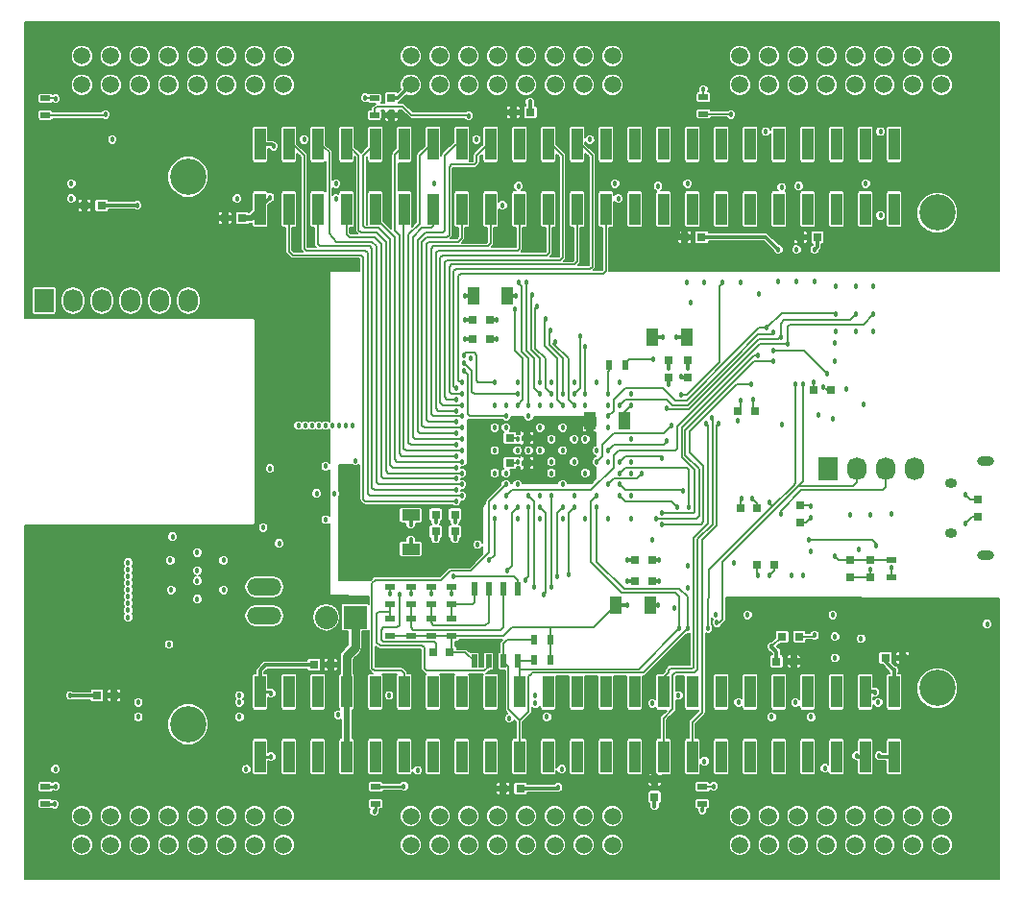
<source format=gbl>
G04 #@! TF.FileFunction,Copper,L4,Bot,Signal*
%FSLAX46Y46*%
G04 Gerber Fmt 4.6, Leading zero omitted, Abs format (unit mm)*
G04 Created by KiCad (PCBNEW (2014-11-27 BZR 5304)-product) date 2015 March 23, Monday 21:33:43*
%MOMM*%
G01*
G04 APERTURE LIST*
%ADD10C,0.100000*%
%ADD11R,0.900000X0.500000*%
%ADD12R,0.500000X0.900000*%
%ADD13C,1.506220*%
%ADD14C,3.200000*%
%ADD15R,1.000000X2.800000*%
%ADD16R,1.727200X2.032000*%
%ADD17O,1.727200X2.032000*%
%ADD18R,0.508000X1.143000*%
%ADD19R,0.800000X0.750000*%
%ADD20R,1.000000X1.600000*%
%ADD21R,0.750000X0.800000*%
%ADD22R,1.600000X1.000000*%
%ADD23O,1.050000X0.850000*%
%ADD24O,1.500000X0.800000*%
%ADD25R,2.032000X2.032000*%
%ADD26O,2.032000X2.032000*%
%ADD27O,3.014980X1.506220*%
%ADD28C,0.457200*%
%ADD29C,0.304800*%
%ADD30C,0.508000*%
%ADD31C,0.152400*%
%ADD32C,0.254000*%
%ADD33C,0.762000*%
G04 APERTURE END LIST*
D10*
D11*
X135825000Y-113245000D03*
X135825000Y-111745000D03*
X137625000Y-113245000D03*
X137625000Y-111745000D03*
X139425000Y-113245000D03*
X139425000Y-111745000D03*
X135825000Y-116045000D03*
X135825000Y-114545000D03*
X137625000Y-116045000D03*
X137625000Y-114545000D03*
X139425000Y-116045000D03*
X139425000Y-114545000D03*
D12*
X148175000Y-116395000D03*
X146675000Y-116395000D03*
X148175000Y-118195000D03*
X146675000Y-118195000D03*
D11*
X134025000Y-113245000D03*
X134025000Y-111745000D03*
X134025000Y-116045000D03*
X134025000Y-114545000D03*
D12*
X153275000Y-92195000D03*
X154775000Y-92195000D03*
D13*
X182615000Y-64925000D03*
X182615000Y-67465000D03*
X180075000Y-64925000D03*
X180075000Y-67465000D03*
X177535000Y-64925000D03*
X177535000Y-67465000D03*
X174995000Y-64925000D03*
X174995000Y-67465000D03*
X172455000Y-64925000D03*
X172455000Y-67465000D03*
X169915000Y-64925000D03*
X169915000Y-67465000D03*
X167375000Y-64925000D03*
X167375000Y-67465000D03*
X164835000Y-64925000D03*
X164835000Y-67465000D03*
X124615000Y-131925000D03*
X124615000Y-134465000D03*
X122075000Y-131925000D03*
X122075000Y-134465000D03*
X119535000Y-131925000D03*
X119535000Y-134465000D03*
X116995000Y-131925000D03*
X116995000Y-134465000D03*
X114455000Y-131925000D03*
X114455000Y-134465000D03*
X111915000Y-131925000D03*
X111915000Y-134465000D03*
X109375000Y-131925000D03*
X109375000Y-134465000D03*
X106835000Y-131925000D03*
X106835000Y-134465000D03*
X153615000Y-131925000D03*
X153615000Y-134465000D03*
X151075000Y-131925000D03*
X151075000Y-134465000D03*
X148535000Y-131925000D03*
X148535000Y-134465000D03*
X145995000Y-131925000D03*
X145995000Y-134465000D03*
X143455000Y-131925000D03*
X143455000Y-134465000D03*
X140915000Y-131925000D03*
X140915000Y-134465000D03*
X138375000Y-131925000D03*
X138375000Y-134465000D03*
X135835000Y-131925000D03*
X135835000Y-134465000D03*
X182615000Y-131925000D03*
X182615000Y-134465000D03*
X180075000Y-131925000D03*
X180075000Y-134465000D03*
X177535000Y-131925000D03*
X177535000Y-134465000D03*
X174995000Y-131925000D03*
X174995000Y-134465000D03*
X172455000Y-131925000D03*
X172455000Y-134465000D03*
X169915000Y-131925000D03*
X169915000Y-134465000D03*
X167375000Y-131925000D03*
X167375000Y-134465000D03*
X164835000Y-131925000D03*
X164835000Y-134465000D03*
D14*
X116205000Y-123825000D03*
X116205000Y-75565000D03*
X182245000Y-78740000D03*
X182245000Y-120650000D03*
D15*
X122555000Y-78415000D03*
X122555000Y-72715000D03*
X125095000Y-78415000D03*
X125095000Y-72715000D03*
X127635000Y-78415000D03*
X127635000Y-72715000D03*
X130175000Y-78415000D03*
X130175000Y-72715000D03*
X132715000Y-78415000D03*
X132715000Y-72715000D03*
X135255000Y-78415000D03*
X135255000Y-72715000D03*
X137795000Y-78415000D03*
X137795000Y-72715000D03*
X140335000Y-78415000D03*
X140335000Y-72715000D03*
X142875000Y-78415000D03*
X142875000Y-72715000D03*
X145415000Y-78415000D03*
X145415000Y-72715000D03*
X147955000Y-78415000D03*
X147955000Y-72715000D03*
X150495000Y-78415000D03*
X150495000Y-72715000D03*
X153035000Y-78415000D03*
X153035000Y-72715000D03*
X155575000Y-78415000D03*
X155575000Y-72715000D03*
X158115000Y-78415000D03*
X158115000Y-72715000D03*
X160655000Y-78415000D03*
X160655000Y-72715000D03*
X163195000Y-78415000D03*
X163195000Y-72715000D03*
X165735000Y-78415000D03*
X165735000Y-72715000D03*
X168275000Y-78415000D03*
X168275000Y-72715000D03*
X170815000Y-78415000D03*
X170815000Y-72715000D03*
X173355000Y-78415000D03*
X173355000Y-72715000D03*
X175895000Y-78415000D03*
X175895000Y-72715000D03*
X178435000Y-78415000D03*
X178435000Y-72715000D03*
X122555000Y-126675000D03*
X122555000Y-120975000D03*
X125095000Y-126675000D03*
X125095000Y-120975000D03*
X127635000Y-126675000D03*
X127635000Y-120975000D03*
X130175000Y-126675000D03*
X130175000Y-120975000D03*
X132715000Y-126675000D03*
X132715000Y-120975000D03*
X135255000Y-126675000D03*
X135255000Y-120975000D03*
X137795000Y-126675000D03*
X137795000Y-120975000D03*
X140335000Y-126675000D03*
X140335000Y-120975000D03*
X142875000Y-126675000D03*
X142875000Y-120975000D03*
X145415000Y-126675000D03*
X145415000Y-120975000D03*
X147955000Y-126675000D03*
X147955000Y-120975000D03*
X150495000Y-126675000D03*
X150495000Y-120975000D03*
X153035000Y-126675000D03*
X153035000Y-120975000D03*
X155575000Y-126675000D03*
X155575000Y-120975000D03*
X158115000Y-126675000D03*
X158115000Y-120975000D03*
X160655000Y-126675000D03*
X160655000Y-120975000D03*
X163195000Y-126675000D03*
X163195000Y-120975000D03*
X165735000Y-126675000D03*
X165735000Y-120975000D03*
X168275000Y-126675000D03*
X168275000Y-120975000D03*
X170815000Y-126675000D03*
X170815000Y-120975000D03*
X173355000Y-126675000D03*
X173355000Y-120975000D03*
X175895000Y-126675000D03*
X175895000Y-120975000D03*
X178435000Y-126675000D03*
X178435000Y-120975000D03*
D13*
X124615000Y-64925000D03*
X124615000Y-67465000D03*
X122075000Y-64925000D03*
X122075000Y-67465000D03*
X119535000Y-64925000D03*
X119535000Y-67465000D03*
X116995000Y-64925000D03*
X116995000Y-67465000D03*
X114455000Y-64925000D03*
X114455000Y-67465000D03*
X111915000Y-64925000D03*
X111915000Y-67465000D03*
X109375000Y-64925000D03*
X109375000Y-67465000D03*
X106835000Y-64925000D03*
X106835000Y-67465000D03*
X153615000Y-64925000D03*
X153615000Y-67465000D03*
X151075000Y-64925000D03*
X151075000Y-67465000D03*
X148535000Y-64925000D03*
X148535000Y-67465000D03*
X145995000Y-64925000D03*
X145995000Y-67465000D03*
X143455000Y-64925000D03*
X143455000Y-67465000D03*
X140915000Y-64925000D03*
X140915000Y-67465000D03*
X138375000Y-64925000D03*
X138375000Y-67465000D03*
X135835000Y-64925000D03*
X135835000Y-67465000D03*
D16*
X103505000Y-86487000D03*
D17*
X106045000Y-86487000D03*
X108585000Y-86487000D03*
X111125000Y-86487000D03*
X113665000Y-86487000D03*
X116205000Y-86487000D03*
D18*
X141420000Y-118270000D03*
X142690000Y-118270000D03*
X143960000Y-118270000D03*
X145230000Y-118270000D03*
X145230000Y-111920000D03*
X143960000Y-111920000D03*
X142690000Y-111920000D03*
X141420000Y-111920000D03*
D19*
X139275000Y-117495000D03*
X137775000Y-117495000D03*
D20*
X151625000Y-97095000D03*
X154625000Y-97095000D03*
D19*
X146075000Y-98595000D03*
X144575000Y-98595000D03*
X146075000Y-100795000D03*
X144575000Y-100795000D03*
D20*
X141325000Y-86095000D03*
X144325000Y-86095000D03*
D19*
X141275000Y-88195000D03*
X142775000Y-88195000D03*
X141275000Y-89895000D03*
X142775000Y-89895000D03*
D20*
X157125000Y-89695000D03*
X160125000Y-89695000D03*
D21*
X158525000Y-93245000D03*
X158525000Y-91745000D03*
X160225000Y-93245000D03*
X160225000Y-91745000D03*
D20*
X153925000Y-113295000D03*
X156925000Y-113295000D03*
D19*
X155575000Y-111195000D03*
X157075000Y-111195000D03*
X155575000Y-109395000D03*
X157075000Y-109395000D03*
D22*
X135825000Y-105395000D03*
X135825000Y-108395000D03*
D21*
X138025000Y-105345000D03*
X138025000Y-106845000D03*
X139725000Y-105345000D03*
X139725000Y-106845000D03*
X176325000Y-109345000D03*
X176325000Y-110845000D03*
X174525000Y-109345000D03*
X174525000Y-110845000D03*
X170125000Y-104545000D03*
X170125000Y-106045000D03*
D19*
X164875000Y-104795000D03*
X166375000Y-104795000D03*
X166375000Y-109795000D03*
X167875000Y-109795000D03*
D21*
X185825000Y-105545000D03*
X185825000Y-104045000D03*
D23*
X183475000Y-102570000D03*
X183475000Y-107020000D03*
D24*
X186475000Y-108970000D03*
X186475000Y-100620000D03*
D11*
X103625000Y-70145000D03*
X103625000Y-68645000D03*
X132625000Y-70145000D03*
X132625000Y-68645000D03*
X161625000Y-70045000D03*
X161625000Y-68545000D03*
X103625000Y-129345000D03*
X103625000Y-130845000D03*
X132725000Y-129345000D03*
X132725000Y-130845000D03*
X161525000Y-129345000D03*
X161525000Y-130845000D03*
X178225000Y-109345000D03*
X178225000Y-110845000D03*
D25*
X130925000Y-114395000D03*
D26*
X128385000Y-114395000D03*
D16*
X172625000Y-101295000D03*
D17*
X175165000Y-101295000D03*
X177705000Y-101295000D03*
X180245000Y-101295000D03*
D27*
X122925000Y-114265000D03*
X122925000Y-111725000D03*
D19*
X164675000Y-96195000D03*
X166175000Y-96195000D03*
X171375000Y-94395000D03*
X172875000Y-94395000D03*
X170075000Y-116095000D03*
X168575000Y-116095000D03*
X107075000Y-78095000D03*
X108575000Y-78095000D03*
X119475000Y-79195000D03*
X120975000Y-79195000D03*
D21*
X134125000Y-70145000D03*
X134125000Y-68645000D03*
D19*
X144875000Y-69895000D03*
X146375000Y-69895000D03*
X159975000Y-80895000D03*
X161475000Y-80895000D03*
X170175000Y-80895000D03*
X171675000Y-80895000D03*
X109675000Y-121295000D03*
X108175000Y-121295000D03*
X128775000Y-118595000D03*
X127275000Y-118595000D03*
X143975000Y-129495000D03*
X145475000Y-129495000D03*
D21*
X157325000Y-128745000D03*
X157325000Y-130245000D03*
D19*
X169575000Y-118295000D03*
X168075000Y-118295000D03*
X179175000Y-117995000D03*
X177675000Y-117995000D03*
D28*
X105825000Y-121295000D03*
X148825000Y-129395000D03*
X157325000Y-130995000D03*
X171425000Y-81995000D03*
X168225000Y-81995000D03*
X146325000Y-68995000D03*
X111725000Y-78095000D03*
X161725000Y-127095000D03*
X119325000Y-111995000D03*
X129425000Y-122995000D03*
X117025000Y-112795000D03*
X117025000Y-111195000D03*
X128325000Y-105795000D03*
X127525000Y-103495000D03*
X129125000Y-103495000D03*
X126525000Y-97495000D03*
X127125000Y-97495000D03*
X125925000Y-97495000D03*
X127725000Y-97495000D03*
X128325000Y-97495000D03*
X128925000Y-97495000D03*
X130725000Y-97495000D03*
X130125000Y-97495000D03*
X129525000Y-97495000D03*
X110925000Y-114395000D03*
X110925000Y-113795000D03*
X110925000Y-113195000D03*
X110925000Y-109595000D03*
X110925000Y-110195000D03*
X110925000Y-110795000D03*
X110925000Y-112595000D03*
X110925000Y-111395000D03*
X110925000Y-111995000D03*
X114725000Y-111995000D03*
X128325000Y-101095000D03*
X146825000Y-121995000D03*
X144525000Y-123295000D03*
X160525000Y-86695000D03*
X175725000Y-95595000D03*
X139625000Y-110795000D03*
X172325000Y-127695000D03*
X177125000Y-126595000D03*
X175125000Y-126595000D03*
X178425000Y-119095000D03*
X176725000Y-120995000D03*
X164325000Y-109595000D03*
X171125000Y-108595000D03*
X170425000Y-110695000D03*
X168525000Y-76495000D03*
X167125000Y-71595000D03*
X126425000Y-72295000D03*
X123425000Y-77395000D03*
X123725000Y-72895000D03*
X170025000Y-76395000D03*
X157625000Y-76395000D03*
X145325000Y-76395000D03*
X129225000Y-76195000D03*
X129225000Y-77495000D03*
X120525000Y-77495000D03*
X109525000Y-72295000D03*
X105925000Y-76195000D03*
X105925000Y-77495000D03*
X137925000Y-76195000D03*
X141625000Y-72295000D03*
X143925000Y-78095000D03*
X151625000Y-72295000D03*
X153825000Y-76195000D03*
X154125000Y-77495000D03*
X177225000Y-78995000D03*
X175925000Y-76195000D03*
X177225000Y-71595000D03*
X160225000Y-76195000D03*
X155225000Y-101695000D03*
X149225000Y-102695000D03*
X152225000Y-99695000D03*
X150225000Y-98695000D03*
X150225000Y-100695000D03*
X148225000Y-100695000D03*
X149225000Y-99695000D03*
X147225000Y-99695000D03*
X148225000Y-98695000D03*
X155225000Y-105695000D03*
X151225000Y-105695000D03*
X147225000Y-105695000D03*
X141725000Y-107995000D03*
X153225000Y-95695000D03*
X148225000Y-95695000D03*
X144225000Y-95695000D03*
X148225000Y-93695000D03*
X152225000Y-93695000D03*
X157225000Y-91695000D03*
X141125000Y-91595000D03*
X143225000Y-97695000D03*
X143225000Y-101695000D03*
X104525000Y-127795000D03*
X111825000Y-123195000D03*
X111825000Y-121895000D03*
X121325000Y-127795000D03*
X120725000Y-121895000D03*
X120725000Y-121295000D03*
X149125000Y-127795000D03*
X167625000Y-123195000D03*
X171125000Y-123195000D03*
X136425000Y-127895000D03*
X123525000Y-121095000D03*
X123525000Y-126695000D03*
X133925000Y-121295000D03*
X147825000Y-123195000D03*
X157125000Y-121995000D03*
X159425000Y-121295000D03*
X164725000Y-121895000D03*
X169725000Y-121895000D03*
X177025000Y-121895000D03*
X146825000Y-121295000D03*
X120725000Y-123195000D03*
X144225000Y-104695000D03*
X157125000Y-107595000D03*
X155225000Y-98695000D03*
X122825000Y-106495000D03*
X166025000Y-95195000D03*
X171125000Y-105595000D03*
X165925000Y-103895000D03*
X167425000Y-110695000D03*
X184725000Y-103595000D03*
X134825000Y-112395000D03*
X172225000Y-94095000D03*
X171725000Y-96595000D03*
X114525000Y-116795000D03*
X114825000Y-107295000D03*
X123425000Y-101295000D03*
X130925000Y-100595000D03*
X155225000Y-95695000D03*
X145225000Y-98695000D03*
X145225000Y-100695000D03*
X145125000Y-86095000D03*
X143425000Y-88195000D03*
X143425000Y-89895000D03*
X159225000Y-89695000D03*
X158525000Y-92395000D03*
X160225000Y-92395000D03*
X157625000Y-113295000D03*
X157725000Y-111195000D03*
X157725000Y-109395000D03*
X135825000Y-107595000D03*
X138025000Y-107495000D03*
X139725000Y-107495000D03*
X176325000Y-105395000D03*
X174525000Y-105395000D03*
X176325000Y-110195000D03*
X162725000Y-114195000D03*
X159025000Y-113595000D03*
X186625000Y-114995000D03*
X175525000Y-116295000D03*
X160225000Y-111795000D03*
X135825000Y-112295000D03*
X137625000Y-112295000D03*
X139425000Y-112295000D03*
X134025000Y-112295000D03*
X169825000Y-81995000D03*
X176625000Y-85195000D03*
X173325000Y-85195000D03*
X175025000Y-85195000D03*
X160125000Y-84895000D03*
X175325000Y-108395000D03*
X145225000Y-99695000D03*
X166525000Y-85895000D03*
X167625000Y-116995000D03*
X168425000Y-105295000D03*
X167425000Y-104295000D03*
X152225000Y-104695000D03*
X169725000Y-93895000D03*
X162025000Y-115395000D03*
X160225000Y-115395000D03*
X152225000Y-103695000D03*
X170425000Y-93895000D03*
X162825000Y-114895000D03*
X159525000Y-115395000D03*
X154225000Y-95695000D03*
X167825000Y-89295000D03*
X167825000Y-90895000D03*
X172525000Y-92895000D03*
X144225000Y-103695000D03*
X169025000Y-90295000D03*
X176625000Y-87695000D03*
X157925000Y-106195000D03*
X165825000Y-93895000D03*
X157425000Y-105695000D03*
X167825000Y-91795000D03*
X167225000Y-88895000D03*
X153225000Y-96695000D03*
X173325000Y-87695000D03*
X168425000Y-89695000D03*
X158425000Y-95995000D03*
X175025000Y-87695000D03*
X162325000Y-96795000D03*
X159625000Y-94795000D03*
X163325000Y-84895000D03*
X157925000Y-105195000D03*
X166425000Y-91295000D03*
X150225000Y-97695000D03*
X150225000Y-99695000D03*
X149225000Y-100695000D03*
X147225000Y-100695000D03*
X148225000Y-97695000D03*
X149225000Y-98695000D03*
X148225000Y-99695000D03*
X147225000Y-98695000D03*
X129925000Y-104395000D03*
X129925000Y-106195000D03*
X129925000Y-105295000D03*
X131725000Y-105295000D03*
X131725000Y-106195000D03*
X162925000Y-97295000D03*
X161825000Y-97295000D03*
X139825000Y-104195000D03*
X140325000Y-103695000D03*
X139825000Y-103195000D03*
X140325000Y-102695000D03*
X139825000Y-102195000D03*
X140325000Y-101695000D03*
X140325000Y-100695000D03*
X139825000Y-101195000D03*
X140325000Y-99695000D03*
X139825000Y-100195000D03*
X140325000Y-98695000D03*
X139825000Y-99195000D03*
X139825000Y-97195000D03*
X139825000Y-98195000D03*
X140325000Y-96695000D03*
X140325000Y-97695000D03*
X139825000Y-96195000D03*
X140325000Y-95695000D03*
X139825000Y-95195000D03*
X140325000Y-94695000D03*
X139825000Y-94195000D03*
X140325000Y-93695000D03*
X144225000Y-102695000D03*
X128825000Y-121295000D03*
X169425000Y-78095000D03*
X159425000Y-78095000D03*
X144325000Y-77395000D03*
X103325000Y-78095000D03*
X133825000Y-78095000D03*
X120025000Y-78095000D03*
X112525000Y-121295000D03*
X156525000Y-121295000D03*
X179625000Y-121295000D03*
X143925000Y-121295000D03*
X169325000Y-121295000D03*
X127225000Y-108595000D03*
X126025000Y-108595000D03*
X126625000Y-108595000D03*
X127225000Y-107195000D03*
X126025000Y-107195000D03*
X126625000Y-107195000D03*
X116425000Y-113695000D03*
X117625000Y-113695000D03*
X117625000Y-115395000D03*
X116425000Y-115395000D03*
X119425000Y-114495000D03*
X114625000Y-114495000D03*
X119125000Y-115995000D03*
X119125000Y-116895000D03*
X184725000Y-106095000D03*
X108925000Y-70095000D03*
X145225000Y-95695000D03*
X145025000Y-87295000D03*
X146225000Y-95695000D03*
X145325000Y-84895000D03*
X158425000Y-98895000D03*
X153225000Y-99695000D03*
X157925000Y-100395000D03*
X154225000Y-100695000D03*
X153225000Y-102695000D03*
X156225000Y-101695000D03*
X154225000Y-102695000D03*
X159825000Y-103295000D03*
X160325000Y-104695000D03*
X154225000Y-101695000D03*
X170925000Y-107595000D03*
X176825000Y-108095000D03*
X159325000Y-104695000D03*
X154225000Y-103695000D03*
X146025000Y-84895000D03*
X147225000Y-94695000D03*
X149225000Y-95695000D03*
X147725000Y-88095000D03*
X140925000Y-70195000D03*
X146925000Y-86995000D03*
X148225000Y-94695000D03*
X146525000Y-85995000D03*
X147225000Y-93695000D03*
X150225000Y-94695000D03*
X150725000Y-89595000D03*
X150225000Y-95695000D03*
X148525000Y-90095000D03*
X149225000Y-94695000D03*
X148125000Y-89095000D03*
X164025000Y-70095000D03*
X151225000Y-90595000D03*
X151225000Y-94695000D03*
X104525000Y-129295000D03*
X143225000Y-105695000D03*
X142725000Y-109395000D03*
X144325000Y-110295000D03*
X145225000Y-104695000D03*
X145925000Y-111095000D03*
X146225000Y-104695000D03*
X146725000Y-111695000D03*
X146225000Y-103695000D03*
X135225000Y-129295000D03*
X147525000Y-112395000D03*
X147225000Y-104695000D03*
X148225000Y-111695000D03*
X148225000Y-103695000D03*
X148725000Y-110795000D03*
X149225000Y-104695000D03*
X150225000Y-104695000D03*
X149725000Y-110595000D03*
X162525000Y-129295000D03*
X158825000Y-97495000D03*
X152225000Y-100695000D03*
X140525000Y-91295000D03*
X143225000Y-93695000D03*
X140525000Y-91995000D03*
X145225000Y-94695000D03*
X140525000Y-92695000D03*
X144225000Y-96695000D03*
X164925000Y-95295000D03*
X171325000Y-93695000D03*
X140625000Y-86095000D03*
X140625000Y-88195000D03*
X140625000Y-89895000D03*
X158025000Y-89695000D03*
X158525000Y-93895000D03*
X159625000Y-93195000D03*
X154925000Y-113295000D03*
X154925000Y-111195000D03*
X154925000Y-109395000D03*
X135825000Y-106195000D03*
X138025000Y-105995000D03*
X139725000Y-105995000D03*
X171125000Y-104595000D03*
X165025000Y-103895000D03*
X166425000Y-110695000D03*
X117025000Y-108695000D03*
X114625000Y-109395000D03*
X119325000Y-109395000D03*
X117025000Y-110295000D03*
X178225000Y-109995000D03*
X178225000Y-105295000D03*
X169425000Y-110695000D03*
X155225000Y-103695000D03*
X153225000Y-100695000D03*
X153225000Y-97695000D03*
X151225000Y-98695000D03*
X151225000Y-101695000D03*
X148225000Y-101695000D03*
X146225000Y-99695000D03*
X149225000Y-97695000D03*
X147225000Y-97695000D03*
X146225000Y-96695000D03*
X144225000Y-97695000D03*
X144225000Y-101695000D03*
X147225000Y-103695000D03*
X149225000Y-105695000D03*
X153225000Y-105695000D03*
X145225000Y-105695000D03*
X151225000Y-95695000D03*
X147225000Y-95695000D03*
X150225000Y-93695000D03*
X154225000Y-93695000D03*
X145225000Y-93695000D03*
X143225000Y-95695000D03*
X143225000Y-99695000D03*
X143225000Y-104695000D03*
X150225000Y-103695000D03*
X155225000Y-100695000D03*
X155225000Y-94695000D03*
X168525000Y-97395000D03*
X168225000Y-84795000D03*
X169825000Y-84795000D03*
X171425000Y-84795000D03*
X174225000Y-94295000D03*
X176625000Y-89195000D03*
X173225000Y-90195000D03*
X173225000Y-91795000D03*
X173325000Y-89195000D03*
X175025000Y-89195000D03*
X164925000Y-84895000D03*
X161725000Y-84895000D03*
X164625000Y-97095000D03*
X173025000Y-96895000D03*
X124225000Y-107895000D03*
X104525000Y-68695000D03*
X131825000Y-68595000D03*
X161625000Y-67895000D03*
X104425000Y-130895000D03*
X132625000Y-131495000D03*
X161525000Y-131395000D03*
X165525000Y-114195000D03*
X160225000Y-109895000D03*
X173225000Y-116095000D03*
X173225000Y-117995000D03*
X173025000Y-114195000D03*
X145225000Y-102695000D03*
X171425000Y-115995000D03*
X153225000Y-94695000D03*
X173225000Y-108995000D03*
D29*
X108175000Y-121295000D02*
X105825000Y-121295000D01*
X127275000Y-118595000D02*
X123025000Y-118595000D01*
X122555000Y-119065000D02*
X122555000Y-120975000D01*
X123025000Y-118595000D02*
X122555000Y-119065000D01*
X145475000Y-129495000D02*
X148725000Y-129495000D01*
X148725000Y-129495000D02*
X148825000Y-129395000D01*
X157325000Y-130245000D02*
X157325000Y-130995000D01*
X168075000Y-118295000D02*
X168075000Y-117445000D01*
X168075000Y-117445000D02*
X167625000Y-116995000D01*
X177675000Y-117995000D02*
X177675000Y-118345000D01*
X177675000Y-118345000D02*
X178425000Y-119095000D01*
X171675000Y-80895000D02*
X171675000Y-81745000D01*
X171675000Y-81745000D02*
X171425000Y-81995000D01*
X161475000Y-80895000D02*
X167125000Y-80895000D01*
X167125000Y-80895000D02*
X168225000Y-81995000D01*
X146375000Y-69895000D02*
X146375000Y-69045000D01*
X146375000Y-69045000D02*
X146325000Y-68995000D01*
X134125000Y-68645000D02*
X134655000Y-68645000D01*
X134655000Y-68645000D02*
X135835000Y-67465000D01*
D30*
X120975000Y-79195000D02*
X121775000Y-79195000D01*
X121775000Y-79195000D02*
X122555000Y-78415000D01*
D29*
X108575000Y-78095000D02*
X111725000Y-78095000D01*
D31*
X145230000Y-111920000D02*
X145230000Y-111100000D01*
X144925000Y-110795000D02*
X139625000Y-110795000D01*
X145230000Y-111100000D02*
X144925000Y-110795000D01*
D29*
X178435000Y-126675000D02*
X177205000Y-126675000D01*
X177205000Y-126675000D02*
X177125000Y-126595000D01*
X175895000Y-126675000D02*
X175205000Y-126675000D01*
X175205000Y-126675000D02*
X175125000Y-126595000D01*
X178435000Y-120975000D02*
X178435000Y-119105000D01*
X178435000Y-119105000D02*
X178425000Y-119095000D01*
X175895000Y-120975000D02*
X176705000Y-120975000D01*
X176705000Y-120975000D02*
X176725000Y-120995000D01*
X122555000Y-78415000D02*
X122555000Y-78265000D01*
X122555000Y-78265000D02*
X123425000Y-77395000D01*
X122555000Y-72715000D02*
X123545000Y-72715000D01*
X123545000Y-72715000D02*
X123725000Y-72895000D01*
D32*
X123405000Y-120975000D02*
X123525000Y-121095000D01*
X122555000Y-120975000D02*
X123405000Y-120975000D01*
X123505000Y-126675000D02*
X123525000Y-126695000D01*
X122555000Y-126675000D02*
X123505000Y-126675000D01*
D31*
X155125000Y-91695000D02*
X157225000Y-91695000D01*
X138075000Y-117495000D02*
X138075000Y-116745000D01*
X134825000Y-115095000D02*
X134825000Y-112395000D01*
X134625000Y-115295000D02*
X134825000Y-115095000D01*
X133425000Y-115295000D02*
X134625000Y-115295000D01*
X133225000Y-115495000D02*
X133425000Y-115295000D01*
X133225000Y-116395000D02*
X133225000Y-115495000D01*
X133420198Y-116590198D02*
X133225000Y-116395000D01*
X137920198Y-116590198D02*
X133420198Y-116590198D01*
X138075000Y-116745000D02*
X137920198Y-116590198D01*
X166025000Y-96045000D02*
X166175000Y-96195000D01*
X166025000Y-96045000D02*
X166025000Y-95195000D01*
X172525000Y-94395000D02*
X172225000Y-94095000D01*
X172875000Y-94395000D02*
X172525000Y-94395000D01*
X154625000Y-97095000D02*
X154625000Y-96295000D01*
X154625000Y-96295000D02*
X155225000Y-95695000D01*
X144575000Y-98595000D02*
X145125000Y-98595000D01*
X145125000Y-98595000D02*
X145225000Y-98695000D01*
X144575000Y-100795000D02*
X145125000Y-100795000D01*
X145125000Y-100795000D02*
X145225000Y-100695000D01*
D29*
X144325000Y-86095000D02*
X145125000Y-86095000D01*
X142775000Y-88195000D02*
X143425000Y-88195000D01*
X142775000Y-89895000D02*
X143425000Y-89895000D01*
X160125000Y-89695000D02*
X159225000Y-89695000D01*
X158525000Y-91745000D02*
X158525000Y-92395000D01*
X160225000Y-91745000D02*
X160225000Y-92395000D01*
X156925000Y-113295000D02*
X157625000Y-113295000D01*
X157075000Y-111195000D02*
X157725000Y-111195000D01*
X157075000Y-109395000D02*
X157725000Y-109395000D01*
X135825000Y-108395000D02*
X135825000Y-107595000D01*
X138025000Y-106845000D02*
X138025000Y-107495000D01*
X139725000Y-106845000D02*
X139725000Y-107495000D01*
D31*
X176325000Y-110845000D02*
X176325000Y-110195000D01*
X174525000Y-110845000D02*
X176325000Y-110845000D01*
X170675000Y-106045000D02*
X171125000Y-105595000D01*
X170125000Y-106045000D02*
X170675000Y-106045000D01*
X166375000Y-104345000D02*
X165925000Y-103895000D01*
X166375000Y-104795000D02*
X166375000Y-104345000D01*
X167875000Y-110245000D02*
X167425000Y-110695000D01*
X167875000Y-109795000D02*
X167875000Y-110245000D01*
X185175000Y-104045000D02*
X185825000Y-104045000D01*
X184725000Y-103595000D02*
X185175000Y-104045000D01*
X135825000Y-111745000D02*
X135825000Y-112295000D01*
X137625000Y-111745000D02*
X137625000Y-112295000D01*
X139425000Y-111745000D02*
X139425000Y-112295000D01*
X134025000Y-111745000D02*
X134025000Y-112295000D01*
X154775000Y-92045000D02*
X155125000Y-91695000D01*
X154775000Y-92195000D02*
X154775000Y-92045000D01*
X168525000Y-116095000D02*
X167625000Y-116995000D01*
X168575000Y-116095000D02*
X168525000Y-116095000D01*
X177705000Y-101295000D02*
X177705000Y-102915000D01*
X168425000Y-105295000D02*
X168425000Y-104995000D01*
X167425000Y-104295000D02*
X167725000Y-104595000D01*
X170225000Y-103195000D02*
X168425000Y-104995000D01*
X177425000Y-103195000D02*
X170225000Y-103195000D01*
X177705000Y-102915000D02*
X177425000Y-103195000D01*
X150525000Y-119295000D02*
X156325000Y-119295000D01*
X146425000Y-119395000D02*
X146525000Y-119295000D01*
X146525000Y-119295000D02*
X150525000Y-119295000D01*
X145415000Y-126675000D02*
X145415000Y-123505000D01*
X146225000Y-119599802D02*
X146425000Y-119399802D01*
X146225000Y-122695000D02*
X146225000Y-119599802D01*
X145415000Y-123505000D02*
X146225000Y-122695000D01*
X146425000Y-119399802D02*
X146425000Y-119395000D01*
X156325000Y-119295000D02*
X160225000Y-115395000D01*
X145415000Y-126675000D02*
X145415000Y-123485000D01*
X144425000Y-118735000D02*
X143960000Y-118270000D01*
X144425000Y-122495000D02*
X144425000Y-118735000D01*
X145415000Y-123485000D02*
X144425000Y-122495000D01*
X143960000Y-116760000D02*
X143960000Y-118270000D01*
X154625000Y-111895000D02*
X157925000Y-111895000D01*
X152225000Y-104695000D02*
X152225000Y-109195000D01*
X152225000Y-109195000D02*
X152225000Y-109495000D01*
X152225000Y-109495000D02*
X154625000Y-111895000D01*
X160225000Y-112595000D02*
X159525000Y-111895000D01*
X159525000Y-111895000D02*
X157925000Y-111895000D01*
X160225000Y-115395000D02*
X160225000Y-112595000D01*
X169725000Y-102595000D02*
X169525000Y-102795000D01*
X162025000Y-115395000D02*
X162125000Y-110195000D01*
X162125000Y-110195000D02*
X167725000Y-104595000D01*
X167725000Y-104595000D02*
X169525000Y-102795000D01*
X169725000Y-93895000D02*
X169725000Y-102595000D01*
X144325000Y-116395000D02*
X143960000Y-116760000D01*
X146675000Y-116395000D02*
X144325000Y-116395000D01*
X175165000Y-101295000D02*
X175165000Y-102455000D01*
X174825000Y-102795000D02*
X170025000Y-102795000D01*
X175165000Y-102455000D02*
X174825000Y-102795000D01*
X149225000Y-118990198D02*
X153225000Y-118990198D01*
X153225000Y-118990198D02*
X153229802Y-118990198D01*
X145415000Y-118995000D02*
X145415000Y-118905000D01*
X145500198Y-118990198D02*
X149225000Y-118990198D01*
X149225000Y-118990198D02*
X149325000Y-118990198D01*
X145415000Y-118905000D02*
X145500198Y-118990198D01*
X145415000Y-120975000D02*
X145415000Y-119105000D01*
X145415000Y-119105000D02*
X145425000Y-119095000D01*
X145415000Y-120975000D02*
X145415000Y-118995000D01*
X145415000Y-118995000D02*
X145415000Y-118455000D01*
X145415000Y-118455000D02*
X145230000Y-118270000D01*
X145230000Y-118270000D02*
X146600000Y-118270000D01*
X151725000Y-109495000D02*
X154429802Y-112199802D01*
X154429802Y-112199802D02*
X155729802Y-112199802D01*
X152225000Y-103695000D02*
X151725000Y-104195000D01*
X151725000Y-104195000D02*
X151725000Y-109295000D01*
X151725000Y-109295000D02*
X151725000Y-109495000D01*
X155929802Y-118990198D02*
X159525000Y-115395000D01*
X153225000Y-118990198D02*
X153525000Y-118990198D01*
X153525000Y-118990198D02*
X155929802Y-118990198D01*
X159129802Y-112199802D02*
X159525000Y-112595000D01*
X159525000Y-112595000D02*
X159525000Y-115395000D01*
X155729802Y-112199802D02*
X159129802Y-112199802D01*
X170425000Y-102395000D02*
X170025000Y-102795000D01*
X170025000Y-102795000D02*
X169925000Y-102895000D01*
X162825000Y-114895000D02*
X163025000Y-114895000D01*
X163325000Y-109495000D02*
X169925000Y-102895000D01*
X163325000Y-114595000D02*
X163325000Y-109495000D01*
X163025000Y-114895000D02*
X163325000Y-114595000D01*
X170425000Y-93895000D02*
X170425000Y-102395000D01*
X146600000Y-118270000D02*
X146675000Y-118195000D01*
X154725000Y-95195000D02*
X158425000Y-95195000D01*
X154225000Y-95695000D02*
X154725000Y-95195000D01*
X164025000Y-91895000D02*
X166425000Y-89495000D01*
X160225000Y-95695000D02*
X164025000Y-91895000D01*
X158425000Y-95195000D02*
X158925000Y-95695000D01*
X167625000Y-89495000D02*
X167825000Y-89295000D01*
X166425000Y-89495000D02*
X167625000Y-89495000D01*
X160225000Y-95695000D02*
X158925000Y-95695000D01*
X172525000Y-92895000D02*
X170525000Y-90895000D01*
X170525000Y-90895000D02*
X167825000Y-90895000D01*
X159325000Y-99495000D02*
X159325760Y-97595000D01*
X159325000Y-99495000D02*
X159325000Y-99495000D01*
X159125000Y-99695000D02*
X159325000Y-99495000D01*
X154125000Y-99695000D02*
X159125000Y-99695000D01*
X153725000Y-100095000D02*
X154125000Y-99695000D01*
X153725000Y-101195000D02*
X153725000Y-100095000D01*
X151725000Y-103195000D02*
X153725000Y-101195000D01*
X144725000Y-103195000D02*
X151725000Y-103195000D01*
X144225000Y-103695000D02*
X144725000Y-103195000D01*
X166625000Y-90295000D02*
X169025000Y-90295000D01*
X159325760Y-97595000D02*
X166625000Y-90295000D01*
X169025000Y-90295000D02*
X169025000Y-88795000D01*
X169025000Y-88795000D02*
X169225000Y-88595000D01*
X175725000Y-88595000D02*
X176625000Y-87695000D01*
X169225000Y-88595000D02*
X175725000Y-88595000D01*
X161625000Y-105995000D02*
X161625000Y-101095000D01*
X161425000Y-106195000D02*
X161625000Y-105995000D01*
X157925000Y-106195000D02*
X161425000Y-106195000D01*
X160425000Y-97995000D02*
X164525000Y-93895000D01*
X160425000Y-99895000D02*
X160425000Y-97995000D01*
X161625000Y-101095000D02*
X160425000Y-99895000D01*
X165825000Y-93895000D02*
X164525000Y-93895000D01*
X161225000Y-105495000D02*
X161225000Y-101290198D01*
X161025000Y-105695000D02*
X161225000Y-105495000D01*
X157425000Y-105695000D02*
X161025000Y-105695000D01*
X160029802Y-100095000D02*
X160029802Y-97890198D01*
X161225000Y-101290198D02*
X160029802Y-100095000D01*
X166125000Y-91795000D02*
X167825000Y-91795000D01*
X160029802Y-97890198D02*
X166125000Y-91795000D01*
X164425000Y-90995000D02*
X166525000Y-88895000D01*
X166525000Y-88895000D02*
X167225000Y-88895000D01*
X158025000Y-94195000D02*
X156725000Y-94195000D01*
X159125000Y-95295000D02*
X160125000Y-95295000D01*
X158025000Y-94195000D02*
X159125000Y-95295000D01*
X160125000Y-95295000D02*
X164425000Y-90995000D01*
X153725000Y-96195000D02*
X153725000Y-95195000D01*
X153225000Y-96695000D02*
X153725000Y-96195000D01*
X154725000Y-94195000D02*
X156725000Y-94195000D01*
X153725000Y-95195000D02*
X154725000Y-94195000D01*
X156725000Y-94195000D02*
X156825000Y-94195000D01*
X167225000Y-88895000D02*
X168525000Y-87595000D01*
X168525000Y-87595000D02*
X173225000Y-87595000D01*
X173225000Y-87595000D02*
X173325000Y-87695000D01*
X158525000Y-96095000D02*
X160325000Y-96095000D01*
X160325000Y-96095000D02*
X166525000Y-89895000D01*
X166525000Y-89895000D02*
X168225000Y-89895000D01*
X168225000Y-89895000D02*
X168425000Y-89695000D01*
X158525000Y-96095000D02*
X158425000Y-95995000D01*
X168425000Y-89695000D02*
X168425000Y-88495000D01*
X168425000Y-88495000D02*
X168725000Y-88195000D01*
X168725000Y-88195000D02*
X174525000Y-88195000D01*
X158425000Y-95995000D02*
X158525000Y-96095000D01*
X174525000Y-88195000D02*
X175025000Y-87695000D01*
X162425000Y-96895000D02*
X162325000Y-96795000D01*
X162425000Y-98995000D02*
X162425000Y-97695000D01*
X162425000Y-104695000D02*
X162425000Y-98995000D01*
X158925000Y-122495000D02*
X158925000Y-119495000D01*
X158115000Y-123305000D02*
X158925000Y-122495000D01*
X158115000Y-123305000D02*
X158115000Y-126675000D01*
X161125000Y-107495000D02*
X162425000Y-106195000D01*
X162425000Y-106195000D02*
X162425000Y-104695000D01*
X162425000Y-97695000D02*
X162425000Y-96895000D01*
X159625000Y-94795000D02*
X160125000Y-94795000D01*
X160125000Y-94795000D02*
X163025000Y-91895000D01*
X161125000Y-118995000D02*
X160825000Y-119295000D01*
X160825000Y-119295000D02*
X159125000Y-119295000D01*
X159125000Y-119295000D02*
X158925000Y-119495000D01*
X161125000Y-107495000D02*
X161125000Y-118995000D01*
X163025000Y-91895000D02*
X163025000Y-91395000D01*
X163025000Y-91395000D02*
X163025000Y-85195000D01*
X163025000Y-85195000D02*
X163325000Y-84895000D01*
X160825000Y-105095000D02*
X160825000Y-101395000D01*
X160725000Y-105195000D02*
X160825000Y-105095000D01*
X157925000Y-105195000D02*
X160725000Y-105195000D01*
X160825000Y-101395000D02*
X159725000Y-100295000D01*
X159725000Y-97695000D02*
X160825000Y-96595000D01*
X159725000Y-100295000D02*
X159725000Y-97695000D01*
X166125000Y-91295000D02*
X166425000Y-91295000D01*
X160825000Y-96595000D02*
X166125000Y-91295000D01*
X162825000Y-97395000D02*
X162825000Y-106295000D01*
X160655000Y-123665000D02*
X160655000Y-126675000D01*
X161525000Y-107595000D02*
X162825000Y-106295000D01*
X161525000Y-122795000D02*
X161525000Y-107595000D01*
X160655000Y-123665000D02*
X161525000Y-122795000D01*
X162825000Y-97395000D02*
X162925000Y-97295000D01*
X162825000Y-97395000D02*
X162925000Y-97295000D01*
X158115000Y-120975000D02*
X158115000Y-119705000D01*
X158115000Y-119705000D02*
X158525000Y-119295000D01*
X162025000Y-106095000D02*
X162025000Y-97495000D01*
X160725000Y-107395000D02*
X162025000Y-106095000D01*
X162025000Y-97495000D02*
X161825000Y-97295000D01*
X160725000Y-108495000D02*
X160725000Y-118795000D01*
X160725000Y-118795000D02*
X160625000Y-118895000D01*
X160625000Y-118895000D02*
X158725000Y-118895000D01*
X158725000Y-118895000D02*
X158525000Y-119095000D01*
X158525000Y-119095000D02*
X158525000Y-119295000D01*
X160725000Y-107395000D02*
X160725000Y-108495000D01*
X139825000Y-104195000D02*
X131825000Y-104195000D01*
X131825000Y-104195000D02*
X131625000Y-103995000D01*
X131625000Y-86295000D02*
X131625000Y-86195000D01*
X131625000Y-103995000D02*
X131625000Y-86295000D01*
X131625000Y-82695000D02*
X131425000Y-82495000D01*
X131425000Y-82495000D02*
X125425000Y-82495000D01*
X125425000Y-82495000D02*
X125095000Y-82165000D01*
X125095000Y-82165000D02*
X125095000Y-78415000D01*
X131625000Y-86295000D02*
X131625000Y-82695000D01*
X125445000Y-72715000D02*
X125095000Y-72715000D01*
X132025000Y-82295000D02*
X131825000Y-82095000D01*
X131825000Y-82095000D02*
X126625000Y-82095000D01*
X126625000Y-82095000D02*
X126425000Y-81895000D01*
X126425000Y-81895000D02*
X126425000Y-73695000D01*
X126425000Y-73695000D02*
X125445000Y-72715000D01*
X132025000Y-103495000D02*
X132025000Y-85195000D01*
X132225000Y-103695000D02*
X132025000Y-103495000D01*
X140325000Y-103695000D02*
X132225000Y-103695000D01*
X132025000Y-85195000D02*
X132025000Y-82295000D01*
X139825000Y-103195000D02*
X132625000Y-103195000D01*
X132625000Y-103195000D02*
X132425000Y-102995000D01*
X132425000Y-84295000D02*
X132425000Y-84195000D01*
X132425000Y-102995000D02*
X132425000Y-84295000D01*
X127825000Y-81695000D02*
X127635000Y-81505000D01*
X127635000Y-81505000D02*
X127635000Y-78415000D01*
X132425000Y-84295000D02*
X132425000Y-81895000D01*
X132225000Y-81695000D02*
X128625000Y-81695000D01*
X132425000Y-81895000D02*
X132225000Y-81695000D01*
X128625000Y-81695000D02*
X127825000Y-81695000D01*
X127845000Y-72715000D02*
X127635000Y-72715000D01*
X132825000Y-81695000D02*
X132425000Y-81295000D01*
X132425000Y-81295000D02*
X129225000Y-81295000D01*
X129225000Y-81295000D02*
X128625000Y-80595000D01*
X128625000Y-80595000D02*
X128625000Y-73395000D01*
X128625000Y-73395000D02*
X127845000Y-72715000D01*
X140325000Y-102695000D02*
X133025000Y-102695000D01*
X133025000Y-102695000D02*
X132825000Y-102495000D01*
X132825000Y-102495000D02*
X132825000Y-83695000D01*
X132825000Y-83695000D02*
X132825000Y-81695000D01*
X139825000Y-102195000D02*
X133425000Y-102195000D01*
X133425000Y-102195000D02*
X133225000Y-101995000D01*
X133225000Y-83295000D02*
X133225000Y-83195000D01*
X133225000Y-101995000D02*
X133225000Y-83295000D01*
X133225000Y-81495000D02*
X132625000Y-80895000D01*
X132625000Y-80895000D02*
X130425000Y-80895000D01*
X130425000Y-80895000D02*
X130175000Y-80645000D01*
X130175000Y-80645000D02*
X130175000Y-78415000D01*
X133225000Y-83295000D02*
X133225000Y-81495000D01*
X130245000Y-72715000D02*
X130175000Y-72715000D01*
X131225000Y-73695000D02*
X130245000Y-72715000D01*
X133625000Y-82695000D02*
X133625000Y-81295000D01*
X133625000Y-101495000D02*
X133625000Y-82695000D01*
X133825000Y-101695000D02*
X133625000Y-101495000D01*
X140325000Y-101695000D02*
X133825000Y-101695000D01*
X131225000Y-80295000D02*
X131225000Y-76295000D01*
X131425000Y-80495000D02*
X131225000Y-80295000D01*
X132825000Y-80495000D02*
X131425000Y-80495000D01*
X133625000Y-81295000D02*
X132825000Y-80495000D01*
X131225000Y-76295000D02*
X131225000Y-73695000D01*
X132715000Y-79185000D02*
X132715000Y-78415000D01*
X134425000Y-80895000D02*
X132715000Y-79185000D01*
X140325000Y-100695000D02*
X134625000Y-100695000D01*
X134625000Y-100695000D02*
X134425000Y-100495000D01*
X134425000Y-100495000D02*
X134425000Y-81295000D01*
X134425000Y-81295000D02*
X134425000Y-80895000D01*
X139825000Y-101195000D02*
X134225000Y-101195000D01*
X134225000Y-101195000D02*
X134025000Y-100995000D01*
X134025000Y-82295000D02*
X134025000Y-82195000D01*
X134025000Y-100995000D02*
X134025000Y-82295000D01*
X132605000Y-72715000D02*
X132715000Y-72715000D01*
X131625000Y-73695000D02*
X132605000Y-72715000D01*
X134025000Y-82295000D02*
X134025000Y-81095000D01*
X131625000Y-79895000D02*
X131625000Y-76295000D01*
X131825000Y-80095000D02*
X131625000Y-79895000D01*
X133025000Y-80095000D02*
X131825000Y-80095000D01*
X134025000Y-81095000D02*
X133025000Y-80095000D01*
X131625000Y-76295000D02*
X131625000Y-73695000D01*
X135225000Y-78445000D02*
X135255000Y-78415000D01*
X135225000Y-99495000D02*
X135225000Y-80695000D01*
X135425000Y-99695000D02*
X135225000Y-99495000D01*
X136225000Y-99695000D02*
X135425000Y-99695000D01*
X140325000Y-99695000D02*
X136225000Y-99695000D01*
X135225000Y-78445000D02*
X135225000Y-80695000D01*
X139825000Y-100195000D02*
X135025000Y-100195000D01*
X135025000Y-100195000D02*
X134825000Y-99995000D01*
X134425000Y-80295000D02*
X134425000Y-73595000D01*
X134825000Y-80695000D02*
X134425000Y-80295000D01*
X134825000Y-99995000D02*
X134825000Y-80695000D01*
X134425000Y-73595000D02*
X135255000Y-72715000D01*
X137825000Y-78445000D02*
X137795000Y-78415000D01*
X136025000Y-80895000D02*
X136825000Y-80095000D01*
X136825000Y-80095000D02*
X137625000Y-80095000D01*
X137625000Y-80095000D02*
X137795000Y-79925000D01*
X137795000Y-79925000D02*
X137795000Y-78415000D01*
X136025000Y-98495000D02*
X136025000Y-97695000D01*
X136225000Y-98695000D02*
X136025000Y-98495000D01*
X140325000Y-98695000D02*
X136225000Y-98695000D01*
X136025000Y-81495000D02*
X136025000Y-81295000D01*
X136025000Y-97695000D02*
X136025000Y-81495000D01*
X136025000Y-81295000D02*
X136025000Y-80895000D01*
X139825000Y-99195000D02*
X135825000Y-99195000D01*
X135825000Y-99195000D02*
X135625144Y-98995000D01*
X135638031Y-81095022D02*
X135638173Y-81044896D01*
X135625144Y-98995000D02*
X135638031Y-81095022D01*
X137795000Y-72715000D02*
X137605000Y-72715000D01*
X137605000Y-72715000D02*
X137795000Y-72715000D01*
X135638031Y-80681969D02*
X136625000Y-79695000D01*
X136625000Y-79695000D02*
X136625000Y-73695000D01*
X136625000Y-73695000D02*
X137605000Y-72715000D01*
X135638031Y-81095022D02*
X135638031Y-80681969D01*
X140025000Y-81295000D02*
X140335000Y-80985000D01*
X140335000Y-80985000D02*
X140335000Y-78415000D01*
X137425000Y-81295000D02*
X139825000Y-81295000D01*
X137225000Y-81495000D02*
X137425000Y-81295000D01*
X137225000Y-96995000D02*
X137225000Y-81495000D01*
X137425000Y-97195000D02*
X137225000Y-96995000D01*
X139825000Y-97195000D02*
X137425000Y-97195000D01*
X139825000Y-81295000D02*
X140025000Y-81295000D01*
X138825000Y-73695000D02*
X139805000Y-72715000D01*
X139805000Y-72715000D02*
X140335000Y-72715000D01*
X139825000Y-98195000D02*
X136625000Y-98195000D01*
X136625000Y-98195000D02*
X136425001Y-97995000D01*
X136425001Y-97995000D02*
X136425000Y-81195000D01*
X136425000Y-81195000D02*
X137125000Y-80495000D01*
X137125000Y-80495000D02*
X138625000Y-80495000D01*
X138625000Y-80495000D02*
X138825000Y-80295000D01*
X138825000Y-80295000D02*
X138825000Y-74695000D01*
X138825000Y-74695000D02*
X138825000Y-73695000D01*
X142625000Y-81695000D02*
X142875000Y-81445000D01*
X142875000Y-81445000D02*
X142875000Y-78415000D01*
X137825000Y-81695000D02*
X140225000Y-81695000D01*
X137625000Y-81895000D02*
X137825000Y-81695000D01*
X137625000Y-96495000D02*
X137625000Y-81895000D01*
X137825000Y-96695000D02*
X137625000Y-96495000D01*
X138725000Y-96695000D02*
X137825000Y-96695000D01*
X140325000Y-96695000D02*
X138725000Y-96695000D01*
X140225000Y-81695000D02*
X142625000Y-81695000D01*
X139225000Y-76695000D02*
X139225000Y-76595000D01*
X139225000Y-80695000D02*
X139225000Y-76695000D01*
X139025000Y-80895000D02*
X139225000Y-80695000D01*
X137225000Y-80895000D02*
X139025000Y-80895000D01*
X136825000Y-81295000D02*
X137225000Y-80895000D01*
X136825000Y-97495000D02*
X136825000Y-81295000D01*
X137025000Y-97695000D02*
X136825000Y-97495000D01*
X137725000Y-97695000D02*
X137025000Y-97695000D01*
X140325000Y-97695000D02*
X137725000Y-97695000D01*
X142605000Y-72715000D02*
X142875000Y-72715000D01*
X139225000Y-74695000D02*
X139425000Y-74495000D01*
X139425000Y-74495000D02*
X141425000Y-74495000D01*
X141425000Y-74495000D02*
X141625000Y-74295000D01*
X141625000Y-74295000D02*
X141625000Y-73695000D01*
X141625000Y-73695000D02*
X142605000Y-72715000D01*
X139225000Y-76695000D02*
X139225000Y-74695000D01*
X145725000Y-78725000D02*
X145415000Y-78415000D01*
X145225000Y-82095000D02*
X145415000Y-81905000D01*
X145415000Y-81905000D02*
X145415000Y-78415000D01*
X138025000Y-82295000D02*
X138225000Y-82095000D01*
X139825000Y-96195000D02*
X138225000Y-96195000D01*
X138225000Y-96195000D02*
X138025000Y-95995000D01*
X138025000Y-95995000D02*
X138025000Y-82295000D01*
X138225000Y-82095000D02*
X145025000Y-82095000D01*
X145025000Y-82095000D02*
X145225000Y-82095000D01*
X148025000Y-78485000D02*
X147955000Y-78415000D01*
X147825000Y-82495000D02*
X148025000Y-82295000D01*
X148025000Y-82295000D02*
X148025000Y-78485000D01*
X138625000Y-82495000D02*
X147525000Y-82495000D01*
X138425000Y-82695000D02*
X138625000Y-82495000D01*
X138425000Y-95495000D02*
X138425000Y-82695000D01*
X138625000Y-95695000D02*
X138425000Y-95495000D01*
X140325000Y-95695000D02*
X138625000Y-95695000D01*
X147525000Y-82495000D02*
X147825000Y-82495000D01*
X148245000Y-72715000D02*
X147955000Y-72715000D01*
X149225000Y-73695000D02*
X148245000Y-72715000D01*
X149225000Y-82695000D02*
X149225000Y-73985000D01*
X149025000Y-82895000D02*
X149225000Y-82695000D01*
X139025000Y-82895000D02*
X149025000Y-82895000D01*
X138825000Y-83095000D02*
X139025000Y-82895000D01*
X138825000Y-94995000D02*
X138825000Y-83095000D01*
X139025000Y-95195000D02*
X138825000Y-94995000D01*
X139825000Y-95195000D02*
X139025000Y-95195000D01*
X149225000Y-73985000D02*
X149225000Y-73695000D01*
X140325000Y-94695000D02*
X139425000Y-94695000D01*
X139425000Y-94695000D02*
X139225000Y-94495000D01*
X139225000Y-94495000D02*
X139225000Y-83495000D01*
X139225000Y-83495000D02*
X139425000Y-83295000D01*
X149425000Y-83295000D02*
X149525000Y-83295000D01*
X139425000Y-83295000D02*
X149425000Y-83295000D01*
X150225000Y-83295000D02*
X150495000Y-83025000D01*
X150495000Y-83025000D02*
X150495000Y-78415000D01*
X149425000Y-83295000D02*
X150225000Y-83295000D01*
X150845000Y-72715000D02*
X150495000Y-72715000D01*
X151625000Y-83695000D02*
X151825000Y-83495000D01*
X151825000Y-83495000D02*
X151825000Y-74495000D01*
X151825000Y-74495000D02*
X151825000Y-73695000D01*
X151825000Y-73695000D02*
X150845000Y-72715000D01*
X139625000Y-93995000D02*
X139625000Y-83895000D01*
X139825000Y-94195000D02*
X139625000Y-93995000D01*
X139825000Y-94195000D02*
X139825000Y-94195000D01*
X139825000Y-83695000D02*
X151225000Y-83695000D01*
X139625000Y-83895000D02*
X139825000Y-83695000D01*
X151225000Y-83695000D02*
X151625000Y-83695000D01*
X153225000Y-78605000D02*
X153035000Y-78415000D01*
X140225000Y-84095000D02*
X152825000Y-84095000D01*
X140025000Y-93495000D02*
X140025000Y-84295000D01*
X140225000Y-93695000D02*
X140025000Y-93495000D01*
X140325000Y-93695000D02*
X140225000Y-93695000D01*
X153035000Y-78415000D02*
X153035000Y-83885000D01*
X152825000Y-84095000D02*
X153035000Y-83885000D01*
X140025000Y-84295000D02*
X140225000Y-84095000D01*
X144225000Y-102695000D02*
X142725000Y-104195000D01*
X132725000Y-111095000D02*
X132425000Y-111395000D01*
X138525000Y-111095000D02*
X132725000Y-111095000D01*
X139325000Y-110295000D02*
X138525000Y-111095000D01*
X141125000Y-110295000D02*
X139325000Y-110295000D01*
X142725000Y-108695000D02*
X141125000Y-110295000D01*
X142725000Y-104195000D02*
X142725000Y-108695000D01*
X135255000Y-119325000D02*
X135255000Y-120975000D01*
X132425000Y-111395000D02*
X132425000Y-118895000D01*
X132425000Y-118895000D02*
X132625000Y-119095000D01*
X132625000Y-119095000D02*
X135025000Y-119095000D01*
X135025000Y-119095000D02*
X135255000Y-119325000D01*
D29*
X157325000Y-128745000D02*
X156675000Y-128745000D01*
X156675000Y-128745000D02*
X156525000Y-128595000D01*
X109675000Y-121295000D02*
X112525000Y-121295000D01*
X128775000Y-118595000D02*
X128775000Y-121245000D01*
X128775000Y-121245000D02*
X128825000Y-121295000D01*
X143975000Y-129495000D02*
X143975000Y-128645000D01*
X143975000Y-128645000D02*
X143925000Y-128595000D01*
X169575000Y-118295000D02*
X169575000Y-121045000D01*
X169575000Y-121045000D02*
X169325000Y-121295000D01*
X179625000Y-121295000D02*
X179625000Y-118445000D01*
X179625000Y-118445000D02*
X179175000Y-117995000D01*
X169425000Y-78095000D02*
X169425000Y-80145000D01*
X169425000Y-80145000D02*
X170175000Y-80895000D01*
X159975000Y-80895000D02*
X159725000Y-80895000D01*
X159725000Y-80895000D02*
X159425000Y-80595000D01*
X159425000Y-80595000D02*
X159425000Y-78095000D01*
X144875000Y-69895000D02*
X144875000Y-70895000D01*
X144825000Y-70795000D02*
X144825000Y-70895000D01*
X144825000Y-70845000D02*
X144825000Y-70795000D01*
X144875000Y-70895000D02*
X144825000Y-70845000D01*
X134125000Y-70145000D02*
X134125000Y-70895000D01*
X134125000Y-70895000D02*
X134125000Y-70795000D01*
X134125000Y-70795000D02*
X134125000Y-70895000D01*
D30*
X119475000Y-79195000D02*
X119475000Y-78645000D01*
X119475000Y-78645000D02*
X120025000Y-78095000D01*
D29*
X103325000Y-78095000D02*
X107075000Y-78095000D01*
X128725000Y-121395000D02*
X128725000Y-128695000D01*
X128825000Y-121295000D02*
X128725000Y-121395000D01*
X169425000Y-76595000D02*
X169425000Y-78095000D01*
X169425000Y-70895000D02*
X169425000Y-76595000D01*
D30*
X159425000Y-70895000D02*
X169425000Y-70895000D01*
D29*
X159425000Y-76495000D02*
X159425000Y-78095000D01*
X159425000Y-70895000D02*
X159425000Y-76495000D01*
D30*
X144325000Y-70895000D02*
X144825000Y-70895000D01*
X144825000Y-70895000D02*
X159425000Y-70895000D01*
D29*
X144325000Y-76795000D02*
X144325000Y-77395000D01*
X144325000Y-70895000D02*
X144325000Y-76795000D01*
D30*
X133825000Y-70895000D02*
X134125000Y-70895000D01*
X134125000Y-70895000D02*
X144325000Y-70895000D01*
X119725000Y-70895000D02*
X103525000Y-70895000D01*
X103325000Y-71095000D02*
X103325000Y-78095000D01*
X103525000Y-70895000D02*
X103325000Y-71095000D01*
D29*
X133825000Y-78095000D02*
X133825000Y-70895000D01*
X119725000Y-77795000D02*
X120025000Y-78095000D01*
D30*
X119725000Y-70895000D02*
X119725000Y-77795000D01*
X124725000Y-70895000D02*
X119725000Y-70895000D01*
X133825000Y-70895000D02*
X124725000Y-70895000D01*
X119025000Y-128595000D02*
X128725000Y-128595000D01*
X128925000Y-128595000D02*
X143925000Y-128595000D01*
X128725000Y-128595000D02*
X128925000Y-128595000D01*
X112825000Y-128595000D02*
X119025000Y-128595000D01*
X112525000Y-121295000D02*
X112525000Y-128295000D01*
X112525000Y-128295000D02*
X112825000Y-128595000D01*
X144025000Y-128595000D02*
X156525000Y-128595000D01*
X143925000Y-128595000D02*
X144025000Y-128595000D01*
D29*
X156525000Y-128595000D02*
X156525000Y-121295000D01*
D30*
X169125000Y-128595000D02*
X169325000Y-128595000D01*
X169325000Y-128595000D02*
X179525000Y-128595000D01*
X179625000Y-128495000D02*
X179625000Y-121295000D01*
X179525000Y-128595000D02*
X179625000Y-128495000D01*
X156525000Y-128595000D02*
X169125000Y-128595000D01*
D29*
X143925000Y-128595000D02*
X143925000Y-121295000D01*
X169125000Y-121495000D02*
X169325000Y-121295000D01*
X169125000Y-128595000D02*
X169125000Y-126895000D01*
X169125000Y-122495000D02*
X169125000Y-121595000D01*
X169125000Y-126895000D02*
X169125000Y-122495000D01*
X169125000Y-121595000D02*
X169125000Y-121495000D01*
D31*
X184725000Y-106095000D02*
X185275000Y-105545000D01*
X185275000Y-105545000D02*
X185825000Y-105545000D01*
X103625000Y-70145000D02*
X108875000Y-70145000D01*
X108875000Y-70145000D02*
X108925000Y-70095000D01*
X145025000Y-90895000D02*
X145025000Y-87295000D01*
X145225000Y-95695000D02*
X145725000Y-95195000D01*
X145725000Y-95195000D02*
X145725000Y-91595000D01*
X145725000Y-91595000D02*
X145025000Y-90895000D01*
X145625000Y-85195000D02*
X145325000Y-84895000D01*
X146225000Y-91595000D02*
X145625000Y-90995000D01*
X146225000Y-95695000D02*
X146225000Y-91595000D01*
X145625000Y-90995000D02*
X145625000Y-85195000D01*
X158125000Y-99195000D02*
X158425000Y-98895000D01*
X153725000Y-99195000D02*
X157925000Y-99195000D01*
X153225000Y-99695000D02*
X153725000Y-99195000D01*
X157925000Y-99195000D02*
X158125000Y-99195000D01*
X157925000Y-100195000D02*
X157925000Y-100395000D01*
X154225000Y-100695000D02*
X154725000Y-100195000D01*
X154725000Y-100195000D02*
X157925000Y-100195000D01*
X153725000Y-102195000D02*
X155725000Y-102195000D01*
X153225000Y-102695000D02*
X153725000Y-102195000D01*
X155725000Y-102195000D02*
X156225000Y-101695000D01*
X154725000Y-103195000D02*
X159725000Y-103195000D01*
X154225000Y-102695000D02*
X154725000Y-103195000D01*
X159725000Y-103195000D02*
X159825000Y-103295000D01*
X154725000Y-101195000D02*
X160125000Y-101195000D01*
X160125000Y-101195000D02*
X160325000Y-101395000D01*
X160325000Y-101395000D02*
X160325000Y-104695000D01*
X154225000Y-101695000D02*
X154725000Y-101195000D01*
X170925000Y-107595000D02*
X173925000Y-107595000D01*
X173925000Y-107595000D02*
X176525000Y-107595000D01*
X176525000Y-107595000D02*
X176825000Y-107895000D01*
X176825000Y-107895000D02*
X176825000Y-108095000D01*
X158825000Y-104195000D02*
X159325000Y-104695000D01*
X154225000Y-103695000D02*
X154725000Y-104195000D01*
X154725000Y-104195000D02*
X158825000Y-104195000D01*
X146025000Y-90895000D02*
X146025000Y-84895000D01*
X147225000Y-94695000D02*
X146725000Y-94195000D01*
X146725000Y-94195000D02*
X146725000Y-91595000D01*
X146725000Y-91595000D02*
X146025000Y-90895000D01*
X148724620Y-91595000D02*
X148724620Y-91594620D01*
X149225000Y-95695000D02*
X148725000Y-95195000D01*
X148725000Y-95195000D02*
X148724620Y-91595000D01*
X147625000Y-88195000D02*
X147725000Y-88095000D01*
X147625000Y-90495000D02*
X147625000Y-88195000D01*
X148724620Y-91594620D02*
X147625000Y-90495000D01*
X132625000Y-70145000D02*
X132625000Y-69595000D01*
X136325000Y-70095000D02*
X136325000Y-70145000D01*
X136275000Y-70145000D02*
X136325000Y-70095000D01*
X135875000Y-70145000D02*
X136275000Y-70145000D01*
X135125000Y-69395000D02*
X135875000Y-70145000D01*
X132825000Y-69395000D02*
X135125000Y-69395000D01*
X132625000Y-69595000D02*
X132825000Y-69395000D01*
X136325000Y-70145000D02*
X140875000Y-70145000D01*
X140875000Y-70145000D02*
X140925000Y-70195000D01*
X146825000Y-90695000D02*
X146825000Y-87095000D01*
X146825000Y-87095000D02*
X146925000Y-86995000D01*
X147725000Y-94195000D02*
X147725000Y-91595000D01*
X148225000Y-94695000D02*
X147725000Y-94195000D01*
X147725000Y-91595000D02*
X146825000Y-90695000D01*
X146425000Y-86095000D02*
X146525000Y-85995000D01*
X147225000Y-91595000D02*
X146525000Y-90895000D01*
X147225000Y-93695000D02*
X147225000Y-91595000D01*
X146425000Y-90795000D02*
X146425000Y-86395000D01*
X146525000Y-90895000D02*
X146425000Y-90795000D01*
X146425000Y-86395000D02*
X146425000Y-86095000D01*
X150725000Y-90695000D02*
X150725000Y-89595000D01*
X150225000Y-94695000D02*
X150725000Y-94195000D01*
X150725000Y-94195000D02*
X150725000Y-90695000D01*
X149725000Y-91595000D02*
X148425000Y-90295000D01*
X150225000Y-95695000D02*
X149725000Y-95195000D01*
X149725000Y-95195000D02*
X149725000Y-91595000D01*
X148425000Y-90195000D02*
X148525000Y-90095000D01*
X148425000Y-90295000D02*
X148425000Y-90195000D01*
X149225000Y-91595000D02*
X148025000Y-90395000D01*
X149225000Y-94695000D02*
X149225000Y-91595000D01*
X148025000Y-89195000D02*
X148125000Y-89095000D01*
X148025000Y-90395000D02*
X148025000Y-89195000D01*
X164025000Y-70095000D02*
X163975000Y-70045000D01*
X163975000Y-70045000D02*
X161625000Y-70045000D01*
X151225000Y-94695000D02*
X151225000Y-90695000D01*
X151225000Y-90695000D02*
X151225000Y-90595000D01*
D32*
X104475000Y-129345000D02*
X104525000Y-129295000D01*
X103625000Y-129345000D02*
X104475000Y-129345000D01*
D31*
X143225000Y-108195000D02*
X143225000Y-108895000D01*
X143225000Y-105695000D02*
X143225000Y-108195000D01*
X143225000Y-108895000D02*
X142725000Y-109395000D01*
X144725000Y-109895000D02*
X144325000Y-110295000D01*
X145225000Y-104695000D02*
X144725000Y-105195000D01*
X144725000Y-105195000D02*
X144725000Y-108195000D01*
X144725000Y-108195000D02*
X144725000Y-109895000D01*
X146225000Y-110795000D02*
X145925000Y-111095000D01*
X146225000Y-108195000D02*
X146225000Y-110295000D01*
X146225000Y-104695000D02*
X146225000Y-108195000D01*
X146225000Y-110295000D02*
X146225000Y-110795000D01*
X146225000Y-103695000D02*
X146725000Y-104195000D01*
X146725000Y-104195000D02*
X146725000Y-108195000D01*
X146725000Y-108195000D02*
X146725000Y-111695000D01*
D32*
X135175000Y-129345000D02*
X132725000Y-129345000D01*
X135225000Y-129295000D02*
X135175000Y-129345000D01*
D31*
X147725000Y-112195000D02*
X147525000Y-112395000D01*
X147225000Y-104695000D02*
X147725000Y-105195000D01*
X147725000Y-105195000D02*
X147725000Y-108195000D01*
X147725000Y-108195000D02*
X147725000Y-112195000D01*
X148225000Y-108195000D02*
X148225000Y-111695000D01*
X148225000Y-103695000D02*
X148225000Y-108195000D01*
X148725000Y-108195000D02*
X148725000Y-110795000D01*
X149225000Y-104695000D02*
X148725000Y-105195000D01*
X148725000Y-105195000D02*
X148725000Y-108195000D01*
X150225000Y-104695000D02*
X149725000Y-105195000D01*
X149725000Y-105195000D02*
X149725000Y-110595000D01*
X161525000Y-129345000D02*
X162475000Y-129345000D01*
X162475000Y-129345000D02*
X162525000Y-129295000D01*
X158125000Y-98195000D02*
X158825000Y-97495000D01*
X153725000Y-98195000D02*
X158125000Y-98195000D01*
X152725000Y-99195000D02*
X153725000Y-98195000D01*
X152725000Y-100195000D02*
X152725000Y-99195000D01*
X152225000Y-100695000D02*
X152725000Y-100195000D01*
D30*
X130175000Y-126675000D02*
X130175000Y-120975000D01*
D33*
X130175000Y-117845000D02*
X130925000Y-117095000D01*
X130925000Y-117095000D02*
X130925000Y-114395000D01*
X130175000Y-120975000D02*
X130175000Y-117845000D01*
D31*
X141625000Y-91495000D02*
X141625000Y-91295000D01*
X141625000Y-91695000D02*
X141625000Y-91495000D01*
X140725000Y-91095000D02*
X140525000Y-91295000D01*
X141425000Y-91095000D02*
X140725000Y-91095000D01*
X141625000Y-91295000D02*
X141425000Y-91095000D01*
X141825000Y-93695000D02*
X141625000Y-93495000D01*
X141625000Y-93495000D02*
X141625000Y-91695000D01*
X142225000Y-93695000D02*
X141825000Y-93695000D01*
X142225000Y-93695000D02*
X141725000Y-93695000D01*
X143225000Y-93695000D02*
X142225000Y-93695000D01*
X141225000Y-94495000D02*
X141225000Y-92695000D01*
X141225000Y-92695000D02*
X140525000Y-91995000D01*
X145225000Y-94695000D02*
X141425000Y-94695000D01*
X141425000Y-94695000D02*
X141225000Y-94495000D01*
X140825000Y-92995000D02*
X140825000Y-96495000D01*
X140825000Y-96495000D02*
X141025000Y-96695000D01*
X140525000Y-92695000D02*
X140825000Y-92995000D01*
X141025000Y-96695000D02*
X144225000Y-96695000D01*
X139425000Y-117345000D02*
X139575000Y-117495000D01*
X139575000Y-117495000D02*
X140645000Y-117495000D01*
X164925000Y-95945000D02*
X164675000Y-96195000D01*
X164925000Y-95945000D02*
X164925000Y-95295000D01*
X171375000Y-93745000D02*
X171325000Y-93695000D01*
X171375000Y-94395000D02*
X171375000Y-93745000D01*
D29*
X141325000Y-86095000D02*
X140625000Y-86095000D01*
X141275000Y-88195000D02*
X140625000Y-88195000D01*
X141275000Y-89895000D02*
X140625000Y-89895000D01*
X157125000Y-89695000D02*
X158025000Y-89695000D01*
X158525000Y-93245000D02*
X158525000Y-93895000D01*
X160225000Y-93245000D02*
X159675000Y-93245000D01*
X159675000Y-93245000D02*
X159625000Y-93195000D01*
X153925000Y-113295000D02*
X154925000Y-113295000D01*
D31*
X151925000Y-115295000D02*
X153925000Y-113295000D01*
X148175000Y-115295000D02*
X151925000Y-115295000D01*
D29*
X155575000Y-111195000D02*
X154925000Y-111195000D01*
X155575000Y-109395000D02*
X154925000Y-109395000D01*
X135825000Y-105395000D02*
X135825000Y-106195000D01*
X138025000Y-105345000D02*
X138025000Y-105995000D01*
X139725000Y-105345000D02*
X139725000Y-105995000D01*
D31*
X171075000Y-104545000D02*
X171125000Y-104595000D01*
X170125000Y-104545000D02*
X171075000Y-104545000D01*
X164875000Y-104045000D02*
X165025000Y-103895000D01*
X164875000Y-104795000D02*
X164875000Y-104045000D01*
X166375000Y-110645000D02*
X166425000Y-110695000D01*
X166375000Y-109795000D02*
X166375000Y-110645000D01*
X140645000Y-117495000D02*
X141420000Y-118270000D01*
X141345000Y-118195000D02*
X141420000Y-118270000D01*
X178225000Y-110845000D02*
X178225000Y-110095000D01*
X178225000Y-110095000D02*
X178225000Y-109995000D01*
X135825000Y-116045000D02*
X137625000Y-116045000D01*
X139425000Y-116045000D02*
X137625000Y-116045000D01*
X139425000Y-116045000D02*
X143975000Y-116045000D01*
X144725000Y-115295000D02*
X148175000Y-115295000D01*
X143975000Y-116045000D02*
X144725000Y-115295000D01*
X139425000Y-116045000D02*
X139425000Y-117345000D01*
X148175000Y-115295000D02*
X148175000Y-116395000D01*
X148175000Y-116395000D02*
X148175000Y-118195000D01*
X134025000Y-116045000D02*
X135825000Y-116045000D01*
X103625000Y-68645000D02*
X104475000Y-68645000D01*
X104475000Y-68645000D02*
X104525000Y-68695000D01*
X132625000Y-68645000D02*
X131875000Y-68645000D01*
X131875000Y-68645000D02*
X131825000Y-68595000D01*
X161625000Y-68545000D02*
X161625000Y-67895000D01*
D32*
X104375000Y-130845000D02*
X104425000Y-130895000D01*
X103625000Y-130845000D02*
X104375000Y-130845000D01*
X132725000Y-131395000D02*
X132625000Y-131495000D01*
X132725000Y-130845000D02*
X132725000Y-131395000D01*
X161525000Y-130745000D02*
X161525000Y-131395000D01*
D31*
X171325000Y-116095000D02*
X171425000Y-115995000D01*
X170075000Y-116095000D02*
X171325000Y-116095000D01*
X153225000Y-94695000D02*
X153225000Y-92895000D01*
X153225000Y-92895000D02*
X153225000Y-92695000D01*
X153275000Y-92645000D02*
X153275000Y-92195000D01*
X153225000Y-92695000D02*
X153275000Y-92645000D01*
X142690000Y-118270000D02*
X142690000Y-118730000D01*
X142690000Y-118730000D02*
X142325000Y-119095000D01*
X142325000Y-119095000D02*
X137225000Y-119095000D01*
X137225000Y-119095000D02*
X137025000Y-118895000D01*
X137025000Y-118895000D02*
X137025000Y-117095000D01*
X137025000Y-117095000D02*
X136825000Y-116895000D01*
X136825000Y-116895000D02*
X133125000Y-116895000D01*
X133125000Y-116895000D02*
X132829802Y-116599802D01*
X132829802Y-116599802D02*
X132829802Y-114090198D01*
X132829802Y-114090198D02*
X133025000Y-113895000D01*
X133025000Y-113895000D02*
X134025000Y-113895000D01*
X134025000Y-113245000D02*
X134025000Y-113895000D01*
X134025000Y-114545000D02*
X133775000Y-114545000D01*
X134025000Y-113895000D02*
X134025000Y-114545000D01*
X143960000Y-115260000D02*
X143960000Y-111920000D01*
X143725000Y-115495000D02*
X143960000Y-115260000D01*
X136025000Y-115495000D02*
X143725000Y-115495000D01*
X135825000Y-115295000D02*
X136025000Y-115495000D01*
X135825000Y-113245000D02*
X135825000Y-114545000D01*
X135825000Y-114545000D02*
X135825000Y-115295000D01*
X142690000Y-114830000D02*
X142690000Y-111920000D01*
X142425000Y-115095000D02*
X142690000Y-114830000D01*
X137825000Y-115095000D02*
X142425000Y-115095000D01*
X137625000Y-114895000D02*
X137825000Y-115095000D01*
X137625000Y-113245000D02*
X137625000Y-114545000D01*
X137625000Y-114545000D02*
X137625000Y-114895000D01*
X141420000Y-113100000D02*
X141420000Y-111920000D01*
X141275000Y-113245000D02*
X141420000Y-113100000D01*
X139425000Y-113245000D02*
X139425000Y-114545000D01*
X139425000Y-113245000D02*
X141275000Y-113245000D01*
X176325000Y-109345000D02*
X178225000Y-109345000D01*
X174525000Y-109345000D02*
X176325000Y-109345000D01*
X174525000Y-109345000D02*
X173575000Y-109345000D01*
X173575000Y-109345000D02*
X173225000Y-108995000D01*
G36*
X152148800Y-102168270D02*
X151788376Y-102618800D01*
X151682279Y-102618800D01*
X151682279Y-101604456D01*
X151682279Y-98604456D01*
X151612821Y-98436355D01*
X151484321Y-98307631D01*
X151375000Y-98262236D01*
X151375000Y-98066450D01*
X151375000Y-97495000D01*
X150953550Y-97495000D01*
X150896400Y-97552150D01*
X150896400Y-97849529D01*
X150896400Y-97940472D01*
X150931203Y-98024492D01*
X150995509Y-98088798D01*
X151079529Y-98123600D01*
X151317850Y-98123600D01*
X151375000Y-98066450D01*
X151375000Y-98262236D01*
X151316342Y-98237880D01*
X151134456Y-98237721D01*
X150966355Y-98307179D01*
X150837631Y-98435679D01*
X150767880Y-98603658D01*
X150767721Y-98785544D01*
X150837179Y-98953645D01*
X150965679Y-99082369D01*
X151133658Y-99152120D01*
X151315544Y-99152279D01*
X151483645Y-99082821D01*
X151612369Y-98954321D01*
X151682120Y-98786342D01*
X151682279Y-98604456D01*
X151682279Y-101604456D01*
X151612821Y-101436355D01*
X151484321Y-101307631D01*
X151316342Y-101237880D01*
X151134456Y-101237721D01*
X150966355Y-101307179D01*
X150837631Y-101435679D01*
X150767880Y-101603658D01*
X150767721Y-101785544D01*
X150837179Y-101953645D01*
X150965679Y-102082369D01*
X151133658Y-102152120D01*
X151315544Y-102152279D01*
X151483645Y-102082821D01*
X151612369Y-101954321D01*
X151682120Y-101786342D01*
X151682279Y-101604456D01*
X151682279Y-102618800D01*
X150682279Y-102618800D01*
X150682279Y-100604456D01*
X150682279Y-98604456D01*
X150612821Y-98436355D01*
X150484321Y-98307631D01*
X150316342Y-98237880D01*
X150134456Y-98237721D01*
X149966355Y-98307179D01*
X149837631Y-98435679D01*
X149767880Y-98603658D01*
X149767721Y-98785544D01*
X149837179Y-98953645D01*
X149965679Y-99082369D01*
X150133658Y-99152120D01*
X150315544Y-99152279D01*
X150483645Y-99082821D01*
X150612369Y-98954321D01*
X150682120Y-98786342D01*
X150682279Y-98604456D01*
X150682279Y-100604456D01*
X150612821Y-100436355D01*
X150484321Y-100307631D01*
X150316342Y-100237880D01*
X150134456Y-100237721D01*
X149966355Y-100307179D01*
X149837631Y-100435679D01*
X149767880Y-100603658D01*
X149767721Y-100785544D01*
X149837179Y-100953645D01*
X149965679Y-101082369D01*
X150133658Y-101152120D01*
X150315544Y-101152279D01*
X150483645Y-101082821D01*
X150612369Y-100954321D01*
X150682120Y-100786342D01*
X150682279Y-100604456D01*
X150682279Y-102618800D01*
X149682266Y-102618800D01*
X149682279Y-102604456D01*
X149682279Y-99604456D01*
X149682279Y-97604456D01*
X149612821Y-97436355D01*
X149484321Y-97307631D01*
X149316342Y-97237880D01*
X149134456Y-97237721D01*
X148966355Y-97307179D01*
X148837631Y-97435679D01*
X148767880Y-97603658D01*
X148767721Y-97785544D01*
X148837179Y-97953645D01*
X148965679Y-98082369D01*
X149133658Y-98152120D01*
X149315544Y-98152279D01*
X149483645Y-98082821D01*
X149612369Y-97954321D01*
X149682120Y-97786342D01*
X149682279Y-97604456D01*
X149682279Y-99604456D01*
X149612821Y-99436355D01*
X149484321Y-99307631D01*
X149316342Y-99237880D01*
X149134456Y-99237721D01*
X148966355Y-99307179D01*
X148837631Y-99435679D01*
X148767880Y-99603658D01*
X148767721Y-99785544D01*
X148837179Y-99953645D01*
X148965679Y-100082369D01*
X149133658Y-100152120D01*
X149315544Y-100152279D01*
X149483645Y-100082821D01*
X149612369Y-99954321D01*
X149682120Y-99786342D01*
X149682279Y-99604456D01*
X149682279Y-102604456D01*
X149612821Y-102436355D01*
X149484321Y-102307631D01*
X149316342Y-102237880D01*
X149134456Y-102237721D01*
X148966355Y-102307179D01*
X148837631Y-102435679D01*
X148767880Y-102603658D01*
X148767866Y-102618800D01*
X148682279Y-102618800D01*
X148682279Y-101604456D01*
X148682279Y-100604456D01*
X148682279Y-98604456D01*
X148612821Y-98436355D01*
X148484321Y-98307631D01*
X148316342Y-98237880D01*
X148134456Y-98237721D01*
X147966355Y-98307179D01*
X147837631Y-98435679D01*
X147767880Y-98603658D01*
X147767721Y-98785544D01*
X147837179Y-98953645D01*
X147965679Y-99082369D01*
X148133658Y-99152120D01*
X148315544Y-99152279D01*
X148483645Y-99082821D01*
X148612369Y-98954321D01*
X148682120Y-98786342D01*
X148682279Y-98604456D01*
X148682279Y-100604456D01*
X148612821Y-100436355D01*
X148484321Y-100307631D01*
X148316342Y-100237880D01*
X148134456Y-100237721D01*
X147966355Y-100307179D01*
X147837631Y-100435679D01*
X147767880Y-100603658D01*
X147767721Y-100785544D01*
X147837179Y-100953645D01*
X147965679Y-101082369D01*
X148133658Y-101152120D01*
X148315544Y-101152279D01*
X148483645Y-101082821D01*
X148612369Y-100954321D01*
X148682120Y-100786342D01*
X148682279Y-100604456D01*
X148682279Y-101604456D01*
X148612821Y-101436355D01*
X148484321Y-101307631D01*
X148316342Y-101237880D01*
X148134456Y-101237721D01*
X147966355Y-101307179D01*
X147837631Y-101435679D01*
X147767880Y-101603658D01*
X147767721Y-101785544D01*
X147837179Y-101953645D01*
X147965679Y-102082369D01*
X148133658Y-102152120D01*
X148315544Y-102152279D01*
X148483645Y-102082821D01*
X148612369Y-101954321D01*
X148682120Y-101786342D01*
X148682279Y-101604456D01*
X148682279Y-102618800D01*
X147682279Y-102618800D01*
X147682279Y-99604456D01*
X147682279Y-97604456D01*
X147612821Y-97436355D01*
X147484321Y-97307631D01*
X147316342Y-97237880D01*
X147134456Y-97237721D01*
X146966355Y-97307179D01*
X146837631Y-97435679D01*
X146767880Y-97603658D01*
X146767721Y-97785544D01*
X146837179Y-97953645D01*
X146965679Y-98082369D01*
X147133658Y-98152120D01*
X147315544Y-98152279D01*
X147483645Y-98082821D01*
X147612369Y-97954321D01*
X147682120Y-97786342D01*
X147682279Y-97604456D01*
X147682279Y-99604456D01*
X147612821Y-99436355D01*
X147484321Y-99307631D01*
X147316342Y-99237880D01*
X147134456Y-99237721D01*
X146966355Y-99307179D01*
X146837631Y-99435679D01*
X146767880Y-99603658D01*
X146767721Y-99785544D01*
X146837179Y-99953645D01*
X146965679Y-100082369D01*
X147133658Y-100152120D01*
X147315544Y-100152279D01*
X147483645Y-100082821D01*
X147612369Y-99954321D01*
X147682120Y-99786342D01*
X147682279Y-99604456D01*
X147682279Y-102618800D01*
X146703600Y-102618800D01*
X146703600Y-101215472D01*
X146703600Y-101124529D01*
X146703600Y-101039650D01*
X146703600Y-100550350D01*
X146703600Y-100465471D01*
X146703600Y-100374528D01*
X146703600Y-99015472D01*
X146703600Y-98924529D01*
X146703600Y-98839650D01*
X146703600Y-98350350D01*
X146703600Y-98265471D01*
X146703600Y-98174528D01*
X146668797Y-98090508D01*
X146604491Y-98026202D01*
X146520471Y-97991400D01*
X146332150Y-97991400D01*
X146275000Y-98048550D01*
X146275000Y-98407500D01*
X146646450Y-98407500D01*
X146703600Y-98350350D01*
X146703600Y-98839650D01*
X146646450Y-98782500D01*
X146275000Y-98782500D01*
X146275000Y-99141450D01*
X146332150Y-99198600D01*
X146520471Y-99198600D01*
X146604491Y-99163798D01*
X146668797Y-99099492D01*
X146703600Y-99015472D01*
X146703600Y-100374528D01*
X146682279Y-100323055D01*
X146682279Y-99604456D01*
X146612821Y-99436355D01*
X146484321Y-99307631D01*
X146316342Y-99237880D01*
X146134456Y-99237721D01*
X145966355Y-99307179D01*
X145875000Y-99398375D01*
X145875000Y-99141450D01*
X145875000Y-98782500D01*
X145682123Y-98782500D01*
X145682279Y-98604456D01*
X145675000Y-98586839D01*
X145675000Y-98407500D01*
X145875000Y-98407500D01*
X145875000Y-98048550D01*
X145817850Y-97991400D01*
X145675000Y-97991400D01*
X145675000Y-97909198D01*
X145446400Y-97909198D01*
X145446400Y-98174528D01*
X145446400Y-98265471D01*
X145446400Y-98291884D01*
X145316342Y-98237880D01*
X145203600Y-98237781D01*
X145203600Y-98174529D01*
X145168798Y-98090509D01*
X145104492Y-98026203D01*
X145020472Y-97991400D01*
X144929529Y-97991400D01*
X144575225Y-97991400D01*
X144612369Y-97954321D01*
X144682120Y-97786342D01*
X144682279Y-97604456D01*
X144612821Y-97436355D01*
X144484321Y-97307631D01*
X144316342Y-97237880D01*
X144134456Y-97237721D01*
X143966355Y-97307179D01*
X143837631Y-97435679D01*
X143767880Y-97603658D01*
X143767721Y-97785544D01*
X143837179Y-97953645D01*
X143965679Y-98082369D01*
X143982399Y-98089311D01*
X143981203Y-98090508D01*
X143946400Y-98174528D01*
X143946400Y-98265471D01*
X143946400Y-99015471D01*
X143981202Y-99099491D01*
X144045508Y-99163797D01*
X144129528Y-99198600D01*
X144220471Y-99198600D01*
X145020471Y-99198600D01*
X145104491Y-99163798D01*
X145121300Y-99146988D01*
X145133658Y-99152120D01*
X145315544Y-99152279D01*
X145446400Y-99098209D01*
X145446400Y-99280802D01*
X145675000Y-99280802D01*
X145675000Y-99198600D01*
X145817850Y-99198600D01*
X145875000Y-99141450D01*
X145875000Y-99398375D01*
X145837631Y-99435679D01*
X145767880Y-99603658D01*
X145767721Y-99785544D01*
X145837179Y-99953645D01*
X145965679Y-100082369D01*
X146133658Y-100152120D01*
X146315544Y-100152279D01*
X146483645Y-100082821D01*
X146612369Y-99954321D01*
X146682120Y-99786342D01*
X146682279Y-99604456D01*
X146682279Y-100323055D01*
X146668797Y-100290508D01*
X146604491Y-100226202D01*
X146520471Y-100191400D01*
X146332150Y-100191400D01*
X146275000Y-100248550D01*
X146275000Y-100607500D01*
X146646450Y-100607500D01*
X146703600Y-100550350D01*
X146703600Y-101039650D01*
X146646450Y-100982500D01*
X146275000Y-100982500D01*
X146275000Y-101341450D01*
X146332150Y-101398600D01*
X146520471Y-101398600D01*
X146604491Y-101363798D01*
X146668797Y-101299492D01*
X146703600Y-101215472D01*
X146703600Y-102618800D01*
X145875000Y-102618800D01*
X145875000Y-101341450D01*
X145875000Y-100982500D01*
X145675000Y-100982500D01*
X145675000Y-100803488D01*
X145682120Y-100786342D01*
X145682276Y-100607500D01*
X145875000Y-100607500D01*
X145875000Y-100248550D01*
X145817850Y-100191400D01*
X145682279Y-100191400D01*
X145682279Y-99604456D01*
X145612821Y-99436355D01*
X145484321Y-99307631D01*
X145316342Y-99237880D01*
X145134456Y-99237721D01*
X144966355Y-99307179D01*
X144837631Y-99435679D01*
X144767880Y-99603658D01*
X144767721Y-99785544D01*
X144837179Y-99953645D01*
X144965679Y-100082369D01*
X145133658Y-100152120D01*
X145315544Y-100152279D01*
X145483645Y-100082821D01*
X145612369Y-99954321D01*
X145682120Y-99786342D01*
X145682279Y-99604456D01*
X145682279Y-100191400D01*
X145675000Y-100191400D01*
X145675000Y-100109198D01*
X145446400Y-100109198D01*
X145446400Y-100291884D01*
X145316342Y-100237880D01*
X145134456Y-100237721D01*
X145121403Y-100243114D01*
X145104492Y-100226203D01*
X145020472Y-100191400D01*
X144929529Y-100191400D01*
X144129529Y-100191400D01*
X144045509Y-100226202D01*
X143981203Y-100290508D01*
X143946400Y-100374528D01*
X143946400Y-100465471D01*
X143946400Y-101215471D01*
X143981202Y-101299491D01*
X143982301Y-101300590D01*
X143966355Y-101307179D01*
X143837631Y-101435679D01*
X143767880Y-101603658D01*
X143767721Y-101785544D01*
X143837179Y-101953645D01*
X143965679Y-102082369D01*
X144133658Y-102152120D01*
X144315544Y-102152279D01*
X144483645Y-102082821D01*
X144612369Y-101954321D01*
X144682120Y-101786342D01*
X144682279Y-101604456D01*
X144612821Y-101436355D01*
X144575131Y-101398600D01*
X145020471Y-101398600D01*
X145104491Y-101363798D01*
X145168797Y-101299492D01*
X145203600Y-101215472D01*
X145203600Y-101152181D01*
X145315544Y-101152279D01*
X145446400Y-101098210D01*
X145446400Y-101124529D01*
X145446400Y-101215472D01*
X145446400Y-101480802D01*
X145675000Y-101480802D01*
X145675000Y-101398600D01*
X145817850Y-101398600D01*
X145875000Y-101341450D01*
X145875000Y-102618800D01*
X145682266Y-102618800D01*
X145682279Y-102604456D01*
X145612821Y-102436355D01*
X145484321Y-102307631D01*
X145316342Y-102237880D01*
X145134456Y-102237721D01*
X144966355Y-102307179D01*
X144837631Y-102435679D01*
X144767880Y-102603658D01*
X144767866Y-102618800D01*
X144682266Y-102618800D01*
X144682279Y-102604456D01*
X144612821Y-102436355D01*
X144484321Y-102307631D01*
X144316342Y-102237880D01*
X144134456Y-102237721D01*
X143966355Y-102307179D01*
X143837631Y-102435679D01*
X143767880Y-102603658D01*
X143767777Y-102721170D01*
X143682279Y-102806668D01*
X143682279Y-101604456D01*
X143682279Y-99604456D01*
X143682279Y-97604456D01*
X143612821Y-97436355D01*
X143484321Y-97307631D01*
X143316342Y-97237880D01*
X143134456Y-97237721D01*
X142966355Y-97307179D01*
X142837631Y-97435679D01*
X142767880Y-97603658D01*
X142767721Y-97785544D01*
X142837179Y-97953645D01*
X142965679Y-98082369D01*
X143133658Y-98152120D01*
X143315544Y-98152279D01*
X143483645Y-98082821D01*
X143612369Y-97954321D01*
X143682120Y-97786342D01*
X143682279Y-97604456D01*
X143682279Y-99604456D01*
X143612821Y-99436355D01*
X143484321Y-99307631D01*
X143316342Y-99237880D01*
X143134456Y-99237721D01*
X142966355Y-99307179D01*
X142837631Y-99435679D01*
X142767880Y-99603658D01*
X142767721Y-99785544D01*
X142837179Y-99953645D01*
X142965679Y-100082369D01*
X143133658Y-100152120D01*
X143315544Y-100152279D01*
X143483645Y-100082821D01*
X143612369Y-99954321D01*
X143682120Y-99786342D01*
X143682279Y-99604456D01*
X143682279Y-101604456D01*
X143612821Y-101436355D01*
X143484321Y-101307631D01*
X143316342Y-101237880D01*
X143134456Y-101237721D01*
X142966355Y-101307179D01*
X142837631Y-101435679D01*
X142767880Y-101603658D01*
X142767721Y-101785544D01*
X142837179Y-101953645D01*
X142965679Y-102082369D01*
X143133658Y-102152120D01*
X143315544Y-102152279D01*
X143483645Y-102082821D01*
X143612369Y-101954321D01*
X143682120Y-101786342D01*
X143682279Y-101604456D01*
X143682279Y-102806668D01*
X142509474Y-103979474D01*
X142443402Y-104078358D01*
X142420200Y-104195000D01*
X142420200Y-104392037D01*
X142148800Y-104663437D01*
X142148800Y-107823430D01*
X142112821Y-107736355D01*
X141984321Y-107607631D01*
X141816342Y-107537880D01*
X141634456Y-107537721D01*
X141466355Y-107607179D01*
X141337631Y-107735679D01*
X141267880Y-107903658D01*
X141267721Y-108085544D01*
X141337179Y-108253645D01*
X141465679Y-108382369D01*
X141633658Y-108452120D01*
X141815544Y-108452279D01*
X141983645Y-108382821D01*
X142112369Y-108254321D01*
X142148800Y-108166585D01*
X142148800Y-108840148D01*
X140998748Y-109990200D01*
X140328600Y-109990200D01*
X140328600Y-107290472D01*
X140328600Y-107199529D01*
X140328600Y-106399529D01*
X140293798Y-106315509D01*
X140229492Y-106251203D01*
X140145472Y-106216400D01*
X140128115Y-106216400D01*
X140182120Y-106086342D01*
X140182231Y-105958373D01*
X140229491Y-105938798D01*
X140293797Y-105874492D01*
X140328600Y-105790472D01*
X140328600Y-105699529D01*
X140328600Y-104899529D01*
X140293798Y-104815509D01*
X140229492Y-104751203D01*
X140145472Y-104716400D01*
X140054529Y-104716400D01*
X139304529Y-104716400D01*
X139220509Y-104751202D01*
X139156203Y-104815508D01*
X139121400Y-104899528D01*
X139121400Y-104990471D01*
X139121400Y-105790471D01*
X139156202Y-105874491D01*
X139220508Y-105938797D01*
X139267832Y-105958399D01*
X139267721Y-106085544D01*
X139321789Y-106216400D01*
X139304529Y-106216400D01*
X139220509Y-106251202D01*
X139156203Y-106315508D01*
X139121400Y-106399528D01*
X139121400Y-106490471D01*
X139121400Y-107290471D01*
X139156202Y-107374491D01*
X139220508Y-107438797D01*
X139267832Y-107458399D01*
X139267721Y-107585544D01*
X139337179Y-107753645D01*
X139465679Y-107882369D01*
X139633658Y-107952120D01*
X139815544Y-107952279D01*
X139983645Y-107882821D01*
X140112369Y-107754321D01*
X140182120Y-107586342D01*
X140182231Y-107458373D01*
X140229491Y-107438798D01*
X140293797Y-107374492D01*
X140328600Y-107290472D01*
X140328600Y-109990200D01*
X139325000Y-109990200D01*
X139208358Y-110013402D01*
X139109474Y-110079474D01*
X138628600Y-110560348D01*
X138628600Y-107290472D01*
X138628600Y-107199529D01*
X138628600Y-106399529D01*
X138593798Y-106315509D01*
X138529492Y-106251203D01*
X138445472Y-106216400D01*
X138428115Y-106216400D01*
X138482120Y-106086342D01*
X138482231Y-105958373D01*
X138529491Y-105938798D01*
X138593797Y-105874492D01*
X138628600Y-105790472D01*
X138628600Y-105699529D01*
X138628600Y-104899529D01*
X138593798Y-104815509D01*
X138529492Y-104751203D01*
X138445472Y-104716400D01*
X138354529Y-104716400D01*
X137604529Y-104716400D01*
X137520509Y-104751202D01*
X137456203Y-104815508D01*
X137421400Y-104899528D01*
X137421400Y-104990471D01*
X137421400Y-105790471D01*
X137456202Y-105874491D01*
X137520508Y-105938797D01*
X137567832Y-105958399D01*
X137567721Y-106085544D01*
X137621789Y-106216400D01*
X137604529Y-106216400D01*
X137520509Y-106251202D01*
X137456203Y-106315508D01*
X137421400Y-106399528D01*
X137421400Y-106490471D01*
X137421400Y-107290471D01*
X137456202Y-107374491D01*
X137520508Y-107438797D01*
X137567832Y-107458399D01*
X137567721Y-107585544D01*
X137637179Y-107753645D01*
X137765679Y-107882369D01*
X137933658Y-107952120D01*
X138115544Y-107952279D01*
X138283645Y-107882821D01*
X138412369Y-107754321D01*
X138482120Y-107586342D01*
X138482231Y-107458373D01*
X138529491Y-107438798D01*
X138593797Y-107374492D01*
X138628600Y-107290472D01*
X138628600Y-110560348D01*
X138398748Y-110790200D01*
X136853600Y-110790200D01*
X136853600Y-108940472D01*
X136853600Y-108849529D01*
X136853600Y-107849529D01*
X136853600Y-105940472D01*
X136853600Y-105849529D01*
X136853600Y-104849529D01*
X136818798Y-104765509D01*
X136754492Y-104701203D01*
X136670472Y-104666400D01*
X136579529Y-104666400D01*
X134979529Y-104666400D01*
X134895509Y-104701202D01*
X134831203Y-104765508D01*
X134796400Y-104849528D01*
X134796400Y-104940471D01*
X134796400Y-105940471D01*
X134831202Y-106024491D01*
X134895508Y-106088797D01*
X134979528Y-106123600D01*
X135070471Y-106123600D01*
X135367862Y-106123600D01*
X135367721Y-106285544D01*
X135437179Y-106453645D01*
X135565679Y-106582369D01*
X135733658Y-106652120D01*
X135915544Y-106652279D01*
X136083645Y-106582821D01*
X136212369Y-106454321D01*
X136282120Y-106286342D01*
X136282262Y-106123600D01*
X136670471Y-106123600D01*
X136754491Y-106088798D01*
X136818797Y-106024492D01*
X136853600Y-105940472D01*
X136853600Y-107849529D01*
X136818798Y-107765509D01*
X136754492Y-107701203D01*
X136670472Y-107666400D01*
X136579529Y-107666400D01*
X136282137Y-107666400D01*
X136282279Y-107504456D01*
X136212821Y-107336355D01*
X136084321Y-107207631D01*
X135916342Y-107137880D01*
X135734456Y-107137721D01*
X135566355Y-107207179D01*
X135437631Y-107335679D01*
X135367880Y-107503658D01*
X135367737Y-107666400D01*
X134979529Y-107666400D01*
X134895509Y-107701202D01*
X134831203Y-107765508D01*
X134796400Y-107849528D01*
X134796400Y-107940471D01*
X134796400Y-108940471D01*
X134831202Y-109024491D01*
X134895508Y-109088797D01*
X134979528Y-109123600D01*
X135070471Y-109123600D01*
X136670471Y-109123600D01*
X136754491Y-109088798D01*
X136818797Y-109024492D01*
X136853600Y-108940472D01*
X136853600Y-110790200D01*
X132725000Y-110790200D01*
X132608358Y-110813402D01*
X132509474Y-110879474D01*
X132270148Y-111118800D01*
X129501200Y-111118800D01*
X129501200Y-103765470D01*
X129512369Y-103754321D01*
X129582120Y-103586342D01*
X129582279Y-103404456D01*
X129512821Y-103236355D01*
X129501200Y-103224713D01*
X129501200Y-100971200D01*
X130654529Y-100971200D01*
X130665679Y-100982369D01*
X130833658Y-101052120D01*
X131015544Y-101052279D01*
X131183645Y-100982821D01*
X131195286Y-100971200D01*
X131320200Y-100971200D01*
X131320200Y-103995000D01*
X131343402Y-104111642D01*
X131409474Y-104210526D01*
X131609474Y-104410526D01*
X131708358Y-104476598D01*
X131708359Y-104476598D01*
X131825000Y-104499800D01*
X139483253Y-104499800D01*
X139565679Y-104582369D01*
X139733658Y-104652120D01*
X139915544Y-104652279D01*
X140083645Y-104582821D01*
X140212369Y-104454321D01*
X140282120Y-104286342D01*
X140282237Y-104152162D01*
X140415544Y-104152279D01*
X140583645Y-104082821D01*
X140712369Y-103954321D01*
X140782120Y-103786342D01*
X140782279Y-103604456D01*
X140712821Y-103436355D01*
X140584321Y-103307631D01*
X140416342Y-103237880D01*
X140282162Y-103237762D01*
X140282237Y-103152162D01*
X140415544Y-103152279D01*
X140583645Y-103082821D01*
X140712369Y-102954321D01*
X140782120Y-102786342D01*
X140782279Y-102604456D01*
X140712821Y-102436355D01*
X140584321Y-102307631D01*
X140416342Y-102237880D01*
X140282162Y-102237762D01*
X140282237Y-102152162D01*
X140415544Y-102152279D01*
X140583645Y-102082821D01*
X140712369Y-101954321D01*
X140782120Y-101786342D01*
X140782279Y-101604456D01*
X140712821Y-101436355D01*
X140584321Y-101307631D01*
X140416342Y-101237880D01*
X140282162Y-101237762D01*
X140282237Y-101152162D01*
X140415544Y-101152279D01*
X140583645Y-101082821D01*
X140695460Y-100971200D01*
X140901200Y-100971200D01*
X140901200Y-96971815D01*
X140908358Y-96976598D01*
X140908359Y-96976598D01*
X141025000Y-96999800D01*
X143883253Y-96999800D01*
X143965679Y-97082369D01*
X144133658Y-97152120D01*
X144315544Y-97152279D01*
X144483645Y-97082821D01*
X144612369Y-96954321D01*
X144682120Y-96786342D01*
X144682133Y-96771200D01*
X145225000Y-96771200D01*
X145767733Y-96771200D01*
X145767721Y-96785544D01*
X145837179Y-96953645D01*
X145965679Y-97082369D01*
X146133658Y-97152120D01*
X146315544Y-97152279D01*
X146483645Y-97082821D01*
X146612369Y-96954321D01*
X146682120Y-96786342D01*
X146682133Y-96771200D01*
X152125000Y-96771200D01*
X152125000Y-97495000D01*
X151875000Y-97495000D01*
X151875000Y-98066450D01*
X151932150Y-98123600D01*
X152148800Y-98123600D01*
X152148800Y-99237733D01*
X152134456Y-99237721D01*
X151966355Y-99307179D01*
X151837631Y-99435679D01*
X151767880Y-99603658D01*
X151767721Y-99785544D01*
X151837179Y-99953645D01*
X151965679Y-100082369D01*
X152133658Y-100152120D01*
X152148800Y-100152133D01*
X152148800Y-100237733D01*
X152134456Y-100237721D01*
X151966355Y-100307179D01*
X151837631Y-100435679D01*
X151767880Y-100603658D01*
X151767721Y-100785544D01*
X151837179Y-100953645D01*
X151965679Y-101082369D01*
X152133658Y-101152120D01*
X152148800Y-101152133D01*
X152148800Y-102168270D01*
X152148800Y-102168270D01*
G37*
X152148800Y-102168270D02*
X151788376Y-102618800D01*
X151682279Y-102618800D01*
X151682279Y-101604456D01*
X151682279Y-98604456D01*
X151612821Y-98436355D01*
X151484321Y-98307631D01*
X151375000Y-98262236D01*
X151375000Y-98066450D01*
X151375000Y-97495000D01*
X150953550Y-97495000D01*
X150896400Y-97552150D01*
X150896400Y-97849529D01*
X150896400Y-97940472D01*
X150931203Y-98024492D01*
X150995509Y-98088798D01*
X151079529Y-98123600D01*
X151317850Y-98123600D01*
X151375000Y-98066450D01*
X151375000Y-98262236D01*
X151316342Y-98237880D01*
X151134456Y-98237721D01*
X150966355Y-98307179D01*
X150837631Y-98435679D01*
X150767880Y-98603658D01*
X150767721Y-98785544D01*
X150837179Y-98953645D01*
X150965679Y-99082369D01*
X151133658Y-99152120D01*
X151315544Y-99152279D01*
X151483645Y-99082821D01*
X151612369Y-98954321D01*
X151682120Y-98786342D01*
X151682279Y-98604456D01*
X151682279Y-101604456D01*
X151612821Y-101436355D01*
X151484321Y-101307631D01*
X151316342Y-101237880D01*
X151134456Y-101237721D01*
X150966355Y-101307179D01*
X150837631Y-101435679D01*
X150767880Y-101603658D01*
X150767721Y-101785544D01*
X150837179Y-101953645D01*
X150965679Y-102082369D01*
X151133658Y-102152120D01*
X151315544Y-102152279D01*
X151483645Y-102082821D01*
X151612369Y-101954321D01*
X151682120Y-101786342D01*
X151682279Y-101604456D01*
X151682279Y-102618800D01*
X150682279Y-102618800D01*
X150682279Y-100604456D01*
X150682279Y-98604456D01*
X150612821Y-98436355D01*
X150484321Y-98307631D01*
X150316342Y-98237880D01*
X150134456Y-98237721D01*
X149966355Y-98307179D01*
X149837631Y-98435679D01*
X149767880Y-98603658D01*
X149767721Y-98785544D01*
X149837179Y-98953645D01*
X149965679Y-99082369D01*
X150133658Y-99152120D01*
X150315544Y-99152279D01*
X150483645Y-99082821D01*
X150612369Y-98954321D01*
X150682120Y-98786342D01*
X150682279Y-98604456D01*
X150682279Y-100604456D01*
X150612821Y-100436355D01*
X150484321Y-100307631D01*
X150316342Y-100237880D01*
X150134456Y-100237721D01*
X149966355Y-100307179D01*
X149837631Y-100435679D01*
X149767880Y-100603658D01*
X149767721Y-100785544D01*
X149837179Y-100953645D01*
X149965679Y-101082369D01*
X150133658Y-101152120D01*
X150315544Y-101152279D01*
X150483645Y-101082821D01*
X150612369Y-100954321D01*
X150682120Y-100786342D01*
X150682279Y-100604456D01*
X150682279Y-102618800D01*
X149682266Y-102618800D01*
X149682279Y-102604456D01*
X149682279Y-99604456D01*
X149682279Y-97604456D01*
X149612821Y-97436355D01*
X149484321Y-97307631D01*
X149316342Y-97237880D01*
X149134456Y-97237721D01*
X148966355Y-97307179D01*
X148837631Y-97435679D01*
X148767880Y-97603658D01*
X148767721Y-97785544D01*
X148837179Y-97953645D01*
X148965679Y-98082369D01*
X149133658Y-98152120D01*
X149315544Y-98152279D01*
X149483645Y-98082821D01*
X149612369Y-97954321D01*
X149682120Y-97786342D01*
X149682279Y-97604456D01*
X149682279Y-99604456D01*
X149612821Y-99436355D01*
X149484321Y-99307631D01*
X149316342Y-99237880D01*
X149134456Y-99237721D01*
X148966355Y-99307179D01*
X148837631Y-99435679D01*
X148767880Y-99603658D01*
X148767721Y-99785544D01*
X148837179Y-99953645D01*
X148965679Y-100082369D01*
X149133658Y-100152120D01*
X149315544Y-100152279D01*
X149483645Y-100082821D01*
X149612369Y-99954321D01*
X149682120Y-99786342D01*
X149682279Y-99604456D01*
X149682279Y-102604456D01*
X149612821Y-102436355D01*
X149484321Y-102307631D01*
X149316342Y-102237880D01*
X149134456Y-102237721D01*
X148966355Y-102307179D01*
X148837631Y-102435679D01*
X148767880Y-102603658D01*
X148767866Y-102618800D01*
X148682279Y-102618800D01*
X148682279Y-101604456D01*
X148682279Y-100604456D01*
X148682279Y-98604456D01*
X148612821Y-98436355D01*
X148484321Y-98307631D01*
X148316342Y-98237880D01*
X148134456Y-98237721D01*
X147966355Y-98307179D01*
X147837631Y-98435679D01*
X147767880Y-98603658D01*
X147767721Y-98785544D01*
X147837179Y-98953645D01*
X147965679Y-99082369D01*
X148133658Y-99152120D01*
X148315544Y-99152279D01*
X148483645Y-99082821D01*
X148612369Y-98954321D01*
X148682120Y-98786342D01*
X148682279Y-98604456D01*
X148682279Y-100604456D01*
X148612821Y-100436355D01*
X148484321Y-100307631D01*
X148316342Y-100237880D01*
X148134456Y-100237721D01*
X147966355Y-100307179D01*
X147837631Y-100435679D01*
X147767880Y-100603658D01*
X147767721Y-100785544D01*
X147837179Y-100953645D01*
X147965679Y-101082369D01*
X148133658Y-101152120D01*
X148315544Y-101152279D01*
X148483645Y-101082821D01*
X148612369Y-100954321D01*
X148682120Y-100786342D01*
X148682279Y-100604456D01*
X148682279Y-101604456D01*
X148612821Y-101436355D01*
X148484321Y-101307631D01*
X148316342Y-101237880D01*
X148134456Y-101237721D01*
X147966355Y-101307179D01*
X147837631Y-101435679D01*
X147767880Y-101603658D01*
X147767721Y-101785544D01*
X147837179Y-101953645D01*
X147965679Y-102082369D01*
X148133658Y-102152120D01*
X148315544Y-102152279D01*
X148483645Y-102082821D01*
X148612369Y-101954321D01*
X148682120Y-101786342D01*
X148682279Y-101604456D01*
X148682279Y-102618800D01*
X147682279Y-102618800D01*
X147682279Y-99604456D01*
X147682279Y-97604456D01*
X147612821Y-97436355D01*
X147484321Y-97307631D01*
X147316342Y-97237880D01*
X147134456Y-97237721D01*
X146966355Y-97307179D01*
X146837631Y-97435679D01*
X146767880Y-97603658D01*
X146767721Y-97785544D01*
X146837179Y-97953645D01*
X146965679Y-98082369D01*
X147133658Y-98152120D01*
X147315544Y-98152279D01*
X147483645Y-98082821D01*
X147612369Y-97954321D01*
X147682120Y-97786342D01*
X147682279Y-97604456D01*
X147682279Y-99604456D01*
X147612821Y-99436355D01*
X147484321Y-99307631D01*
X147316342Y-99237880D01*
X147134456Y-99237721D01*
X146966355Y-99307179D01*
X146837631Y-99435679D01*
X146767880Y-99603658D01*
X146767721Y-99785544D01*
X146837179Y-99953645D01*
X146965679Y-100082369D01*
X147133658Y-100152120D01*
X147315544Y-100152279D01*
X147483645Y-100082821D01*
X147612369Y-99954321D01*
X147682120Y-99786342D01*
X147682279Y-99604456D01*
X147682279Y-102618800D01*
X146703600Y-102618800D01*
X146703600Y-101215472D01*
X146703600Y-101124529D01*
X146703600Y-101039650D01*
X146703600Y-100550350D01*
X146703600Y-100465471D01*
X146703600Y-100374528D01*
X146703600Y-99015472D01*
X146703600Y-98924529D01*
X146703600Y-98839650D01*
X146703600Y-98350350D01*
X146703600Y-98265471D01*
X146703600Y-98174528D01*
X146668797Y-98090508D01*
X146604491Y-98026202D01*
X146520471Y-97991400D01*
X146332150Y-97991400D01*
X146275000Y-98048550D01*
X146275000Y-98407500D01*
X146646450Y-98407500D01*
X146703600Y-98350350D01*
X146703600Y-98839650D01*
X146646450Y-98782500D01*
X146275000Y-98782500D01*
X146275000Y-99141450D01*
X146332150Y-99198600D01*
X146520471Y-99198600D01*
X146604491Y-99163798D01*
X146668797Y-99099492D01*
X146703600Y-99015472D01*
X146703600Y-100374528D01*
X146682279Y-100323055D01*
X146682279Y-99604456D01*
X146612821Y-99436355D01*
X146484321Y-99307631D01*
X146316342Y-99237880D01*
X146134456Y-99237721D01*
X145966355Y-99307179D01*
X145875000Y-99398375D01*
X145875000Y-99141450D01*
X145875000Y-98782500D01*
X145682123Y-98782500D01*
X145682279Y-98604456D01*
X145675000Y-98586839D01*
X145675000Y-98407500D01*
X145875000Y-98407500D01*
X145875000Y-98048550D01*
X145817850Y-97991400D01*
X145675000Y-97991400D01*
X145675000Y-97909198D01*
X145446400Y-97909198D01*
X145446400Y-98174528D01*
X145446400Y-98265471D01*
X145446400Y-98291884D01*
X145316342Y-98237880D01*
X145203600Y-98237781D01*
X145203600Y-98174529D01*
X145168798Y-98090509D01*
X145104492Y-98026203D01*
X145020472Y-97991400D01*
X144929529Y-97991400D01*
X144575225Y-97991400D01*
X144612369Y-97954321D01*
X144682120Y-97786342D01*
X144682279Y-97604456D01*
X144612821Y-97436355D01*
X144484321Y-97307631D01*
X144316342Y-97237880D01*
X144134456Y-97237721D01*
X143966355Y-97307179D01*
X143837631Y-97435679D01*
X143767880Y-97603658D01*
X143767721Y-97785544D01*
X143837179Y-97953645D01*
X143965679Y-98082369D01*
X143982399Y-98089311D01*
X143981203Y-98090508D01*
X143946400Y-98174528D01*
X143946400Y-98265471D01*
X143946400Y-99015471D01*
X143981202Y-99099491D01*
X144045508Y-99163797D01*
X144129528Y-99198600D01*
X144220471Y-99198600D01*
X145020471Y-99198600D01*
X145104491Y-99163798D01*
X145121300Y-99146988D01*
X145133658Y-99152120D01*
X145315544Y-99152279D01*
X145446400Y-99098209D01*
X145446400Y-99280802D01*
X145675000Y-99280802D01*
X145675000Y-99198600D01*
X145817850Y-99198600D01*
X145875000Y-99141450D01*
X145875000Y-99398375D01*
X145837631Y-99435679D01*
X145767880Y-99603658D01*
X145767721Y-99785544D01*
X145837179Y-99953645D01*
X145965679Y-100082369D01*
X146133658Y-100152120D01*
X146315544Y-100152279D01*
X146483645Y-100082821D01*
X146612369Y-99954321D01*
X146682120Y-99786342D01*
X146682279Y-99604456D01*
X146682279Y-100323055D01*
X146668797Y-100290508D01*
X146604491Y-100226202D01*
X146520471Y-100191400D01*
X146332150Y-100191400D01*
X146275000Y-100248550D01*
X146275000Y-100607500D01*
X146646450Y-100607500D01*
X146703600Y-100550350D01*
X146703600Y-101039650D01*
X146646450Y-100982500D01*
X146275000Y-100982500D01*
X146275000Y-101341450D01*
X146332150Y-101398600D01*
X146520471Y-101398600D01*
X146604491Y-101363798D01*
X146668797Y-101299492D01*
X146703600Y-101215472D01*
X146703600Y-102618800D01*
X145875000Y-102618800D01*
X145875000Y-101341450D01*
X145875000Y-100982500D01*
X145675000Y-100982500D01*
X145675000Y-100803488D01*
X145682120Y-100786342D01*
X145682276Y-100607500D01*
X145875000Y-100607500D01*
X145875000Y-100248550D01*
X145817850Y-100191400D01*
X145682279Y-100191400D01*
X145682279Y-99604456D01*
X145612821Y-99436355D01*
X145484321Y-99307631D01*
X145316342Y-99237880D01*
X145134456Y-99237721D01*
X144966355Y-99307179D01*
X144837631Y-99435679D01*
X144767880Y-99603658D01*
X144767721Y-99785544D01*
X144837179Y-99953645D01*
X144965679Y-100082369D01*
X145133658Y-100152120D01*
X145315544Y-100152279D01*
X145483645Y-100082821D01*
X145612369Y-99954321D01*
X145682120Y-99786342D01*
X145682279Y-99604456D01*
X145682279Y-100191400D01*
X145675000Y-100191400D01*
X145675000Y-100109198D01*
X145446400Y-100109198D01*
X145446400Y-100291884D01*
X145316342Y-100237880D01*
X145134456Y-100237721D01*
X145121403Y-100243114D01*
X145104492Y-100226203D01*
X145020472Y-100191400D01*
X144929529Y-100191400D01*
X144129529Y-100191400D01*
X144045509Y-100226202D01*
X143981203Y-100290508D01*
X143946400Y-100374528D01*
X143946400Y-100465471D01*
X143946400Y-101215471D01*
X143981202Y-101299491D01*
X143982301Y-101300590D01*
X143966355Y-101307179D01*
X143837631Y-101435679D01*
X143767880Y-101603658D01*
X143767721Y-101785544D01*
X143837179Y-101953645D01*
X143965679Y-102082369D01*
X144133658Y-102152120D01*
X144315544Y-102152279D01*
X144483645Y-102082821D01*
X144612369Y-101954321D01*
X144682120Y-101786342D01*
X144682279Y-101604456D01*
X144612821Y-101436355D01*
X144575131Y-101398600D01*
X145020471Y-101398600D01*
X145104491Y-101363798D01*
X145168797Y-101299492D01*
X145203600Y-101215472D01*
X145203600Y-101152181D01*
X145315544Y-101152279D01*
X145446400Y-101098210D01*
X145446400Y-101124529D01*
X145446400Y-101215472D01*
X145446400Y-101480802D01*
X145675000Y-101480802D01*
X145675000Y-101398600D01*
X145817850Y-101398600D01*
X145875000Y-101341450D01*
X145875000Y-102618800D01*
X145682266Y-102618800D01*
X145682279Y-102604456D01*
X145612821Y-102436355D01*
X145484321Y-102307631D01*
X145316342Y-102237880D01*
X145134456Y-102237721D01*
X144966355Y-102307179D01*
X144837631Y-102435679D01*
X144767880Y-102603658D01*
X144767866Y-102618800D01*
X144682266Y-102618800D01*
X144682279Y-102604456D01*
X144612821Y-102436355D01*
X144484321Y-102307631D01*
X144316342Y-102237880D01*
X144134456Y-102237721D01*
X143966355Y-102307179D01*
X143837631Y-102435679D01*
X143767880Y-102603658D01*
X143767777Y-102721170D01*
X143682279Y-102806668D01*
X143682279Y-101604456D01*
X143682279Y-99604456D01*
X143682279Y-97604456D01*
X143612821Y-97436355D01*
X143484321Y-97307631D01*
X143316342Y-97237880D01*
X143134456Y-97237721D01*
X142966355Y-97307179D01*
X142837631Y-97435679D01*
X142767880Y-97603658D01*
X142767721Y-97785544D01*
X142837179Y-97953645D01*
X142965679Y-98082369D01*
X143133658Y-98152120D01*
X143315544Y-98152279D01*
X143483645Y-98082821D01*
X143612369Y-97954321D01*
X143682120Y-97786342D01*
X143682279Y-97604456D01*
X143682279Y-99604456D01*
X143612821Y-99436355D01*
X143484321Y-99307631D01*
X143316342Y-99237880D01*
X143134456Y-99237721D01*
X142966355Y-99307179D01*
X142837631Y-99435679D01*
X142767880Y-99603658D01*
X142767721Y-99785544D01*
X142837179Y-99953645D01*
X142965679Y-100082369D01*
X143133658Y-100152120D01*
X143315544Y-100152279D01*
X143483645Y-100082821D01*
X143612369Y-99954321D01*
X143682120Y-99786342D01*
X143682279Y-99604456D01*
X143682279Y-101604456D01*
X143612821Y-101436355D01*
X143484321Y-101307631D01*
X143316342Y-101237880D01*
X143134456Y-101237721D01*
X142966355Y-101307179D01*
X142837631Y-101435679D01*
X142767880Y-101603658D01*
X142767721Y-101785544D01*
X142837179Y-101953645D01*
X142965679Y-102082369D01*
X143133658Y-102152120D01*
X143315544Y-102152279D01*
X143483645Y-102082821D01*
X143612369Y-101954321D01*
X143682120Y-101786342D01*
X143682279Y-101604456D01*
X143682279Y-102806668D01*
X142509474Y-103979474D01*
X142443402Y-104078358D01*
X142420200Y-104195000D01*
X142420200Y-104392037D01*
X142148800Y-104663437D01*
X142148800Y-107823430D01*
X142112821Y-107736355D01*
X141984321Y-107607631D01*
X141816342Y-107537880D01*
X141634456Y-107537721D01*
X141466355Y-107607179D01*
X141337631Y-107735679D01*
X141267880Y-107903658D01*
X141267721Y-108085544D01*
X141337179Y-108253645D01*
X141465679Y-108382369D01*
X141633658Y-108452120D01*
X141815544Y-108452279D01*
X141983645Y-108382821D01*
X142112369Y-108254321D01*
X142148800Y-108166585D01*
X142148800Y-108840148D01*
X140998748Y-109990200D01*
X140328600Y-109990200D01*
X140328600Y-107290472D01*
X140328600Y-107199529D01*
X140328600Y-106399529D01*
X140293798Y-106315509D01*
X140229492Y-106251203D01*
X140145472Y-106216400D01*
X140128115Y-106216400D01*
X140182120Y-106086342D01*
X140182231Y-105958373D01*
X140229491Y-105938798D01*
X140293797Y-105874492D01*
X140328600Y-105790472D01*
X140328600Y-105699529D01*
X140328600Y-104899529D01*
X140293798Y-104815509D01*
X140229492Y-104751203D01*
X140145472Y-104716400D01*
X140054529Y-104716400D01*
X139304529Y-104716400D01*
X139220509Y-104751202D01*
X139156203Y-104815508D01*
X139121400Y-104899528D01*
X139121400Y-104990471D01*
X139121400Y-105790471D01*
X139156202Y-105874491D01*
X139220508Y-105938797D01*
X139267832Y-105958399D01*
X139267721Y-106085544D01*
X139321789Y-106216400D01*
X139304529Y-106216400D01*
X139220509Y-106251202D01*
X139156203Y-106315508D01*
X139121400Y-106399528D01*
X139121400Y-106490471D01*
X139121400Y-107290471D01*
X139156202Y-107374491D01*
X139220508Y-107438797D01*
X139267832Y-107458399D01*
X139267721Y-107585544D01*
X139337179Y-107753645D01*
X139465679Y-107882369D01*
X139633658Y-107952120D01*
X139815544Y-107952279D01*
X139983645Y-107882821D01*
X140112369Y-107754321D01*
X140182120Y-107586342D01*
X140182231Y-107458373D01*
X140229491Y-107438798D01*
X140293797Y-107374492D01*
X140328600Y-107290472D01*
X140328600Y-109990200D01*
X139325000Y-109990200D01*
X139208358Y-110013402D01*
X139109474Y-110079474D01*
X138628600Y-110560348D01*
X138628600Y-107290472D01*
X138628600Y-107199529D01*
X138628600Y-106399529D01*
X138593798Y-106315509D01*
X138529492Y-106251203D01*
X138445472Y-106216400D01*
X138428115Y-106216400D01*
X138482120Y-106086342D01*
X138482231Y-105958373D01*
X138529491Y-105938798D01*
X138593797Y-105874492D01*
X138628600Y-105790472D01*
X138628600Y-105699529D01*
X138628600Y-104899529D01*
X138593798Y-104815509D01*
X138529492Y-104751203D01*
X138445472Y-104716400D01*
X138354529Y-104716400D01*
X137604529Y-104716400D01*
X137520509Y-104751202D01*
X137456203Y-104815508D01*
X137421400Y-104899528D01*
X137421400Y-104990471D01*
X137421400Y-105790471D01*
X137456202Y-105874491D01*
X137520508Y-105938797D01*
X137567832Y-105958399D01*
X137567721Y-106085544D01*
X137621789Y-106216400D01*
X137604529Y-106216400D01*
X137520509Y-106251202D01*
X137456203Y-106315508D01*
X137421400Y-106399528D01*
X137421400Y-106490471D01*
X137421400Y-107290471D01*
X137456202Y-107374491D01*
X137520508Y-107438797D01*
X137567832Y-107458399D01*
X137567721Y-107585544D01*
X137637179Y-107753645D01*
X137765679Y-107882369D01*
X137933658Y-107952120D01*
X138115544Y-107952279D01*
X138283645Y-107882821D01*
X138412369Y-107754321D01*
X138482120Y-107586342D01*
X138482231Y-107458373D01*
X138529491Y-107438798D01*
X138593797Y-107374492D01*
X138628600Y-107290472D01*
X138628600Y-110560348D01*
X138398748Y-110790200D01*
X136853600Y-110790200D01*
X136853600Y-108940472D01*
X136853600Y-108849529D01*
X136853600Y-107849529D01*
X136853600Y-105940472D01*
X136853600Y-105849529D01*
X136853600Y-104849529D01*
X136818798Y-104765509D01*
X136754492Y-104701203D01*
X136670472Y-104666400D01*
X136579529Y-104666400D01*
X134979529Y-104666400D01*
X134895509Y-104701202D01*
X134831203Y-104765508D01*
X134796400Y-104849528D01*
X134796400Y-104940471D01*
X134796400Y-105940471D01*
X134831202Y-106024491D01*
X134895508Y-106088797D01*
X134979528Y-106123600D01*
X135070471Y-106123600D01*
X135367862Y-106123600D01*
X135367721Y-106285544D01*
X135437179Y-106453645D01*
X135565679Y-106582369D01*
X135733658Y-106652120D01*
X135915544Y-106652279D01*
X136083645Y-106582821D01*
X136212369Y-106454321D01*
X136282120Y-106286342D01*
X136282262Y-106123600D01*
X136670471Y-106123600D01*
X136754491Y-106088798D01*
X136818797Y-106024492D01*
X136853600Y-105940472D01*
X136853600Y-107849529D01*
X136818798Y-107765509D01*
X136754492Y-107701203D01*
X136670472Y-107666400D01*
X136579529Y-107666400D01*
X136282137Y-107666400D01*
X136282279Y-107504456D01*
X136212821Y-107336355D01*
X136084321Y-107207631D01*
X135916342Y-107137880D01*
X135734456Y-107137721D01*
X135566355Y-107207179D01*
X135437631Y-107335679D01*
X135367880Y-107503658D01*
X135367737Y-107666400D01*
X134979529Y-107666400D01*
X134895509Y-107701202D01*
X134831203Y-107765508D01*
X134796400Y-107849528D01*
X134796400Y-107940471D01*
X134796400Y-108940471D01*
X134831202Y-109024491D01*
X134895508Y-109088797D01*
X134979528Y-109123600D01*
X135070471Y-109123600D01*
X136670471Y-109123600D01*
X136754491Y-109088798D01*
X136818797Y-109024492D01*
X136853600Y-108940472D01*
X136853600Y-110790200D01*
X132725000Y-110790200D01*
X132608358Y-110813402D01*
X132509474Y-110879474D01*
X132270148Y-111118800D01*
X129501200Y-111118800D01*
X129501200Y-103765470D01*
X129512369Y-103754321D01*
X129582120Y-103586342D01*
X129582279Y-103404456D01*
X129512821Y-103236355D01*
X129501200Y-103224713D01*
X129501200Y-100971200D01*
X130654529Y-100971200D01*
X130665679Y-100982369D01*
X130833658Y-101052120D01*
X131015544Y-101052279D01*
X131183645Y-100982821D01*
X131195286Y-100971200D01*
X131320200Y-100971200D01*
X131320200Y-103995000D01*
X131343402Y-104111642D01*
X131409474Y-104210526D01*
X131609474Y-104410526D01*
X131708358Y-104476598D01*
X131708359Y-104476598D01*
X131825000Y-104499800D01*
X139483253Y-104499800D01*
X139565679Y-104582369D01*
X139733658Y-104652120D01*
X139915544Y-104652279D01*
X140083645Y-104582821D01*
X140212369Y-104454321D01*
X140282120Y-104286342D01*
X140282237Y-104152162D01*
X140415544Y-104152279D01*
X140583645Y-104082821D01*
X140712369Y-103954321D01*
X140782120Y-103786342D01*
X140782279Y-103604456D01*
X140712821Y-103436355D01*
X140584321Y-103307631D01*
X140416342Y-103237880D01*
X140282162Y-103237762D01*
X140282237Y-103152162D01*
X140415544Y-103152279D01*
X140583645Y-103082821D01*
X140712369Y-102954321D01*
X140782120Y-102786342D01*
X140782279Y-102604456D01*
X140712821Y-102436355D01*
X140584321Y-102307631D01*
X140416342Y-102237880D01*
X140282162Y-102237762D01*
X140282237Y-102152162D01*
X140415544Y-102152279D01*
X140583645Y-102082821D01*
X140712369Y-101954321D01*
X140782120Y-101786342D01*
X140782279Y-101604456D01*
X140712821Y-101436355D01*
X140584321Y-101307631D01*
X140416342Y-101237880D01*
X140282162Y-101237762D01*
X140282237Y-101152162D01*
X140415544Y-101152279D01*
X140583645Y-101082821D01*
X140695460Y-100971200D01*
X140901200Y-100971200D01*
X140901200Y-96971815D01*
X140908358Y-96976598D01*
X140908359Y-96976598D01*
X141025000Y-96999800D01*
X143883253Y-96999800D01*
X143965679Y-97082369D01*
X144133658Y-97152120D01*
X144315544Y-97152279D01*
X144483645Y-97082821D01*
X144612369Y-96954321D01*
X144682120Y-96786342D01*
X144682133Y-96771200D01*
X145225000Y-96771200D01*
X145767733Y-96771200D01*
X145767721Y-96785544D01*
X145837179Y-96953645D01*
X145965679Y-97082369D01*
X146133658Y-97152120D01*
X146315544Y-97152279D01*
X146483645Y-97082821D01*
X146612369Y-96954321D01*
X146682120Y-96786342D01*
X146682133Y-96771200D01*
X152125000Y-96771200D01*
X152125000Y-97495000D01*
X151875000Y-97495000D01*
X151875000Y-98066450D01*
X151932150Y-98123600D01*
X152148800Y-98123600D01*
X152148800Y-99237733D01*
X152134456Y-99237721D01*
X151966355Y-99307179D01*
X151837631Y-99435679D01*
X151767880Y-99603658D01*
X151767721Y-99785544D01*
X151837179Y-99953645D01*
X151965679Y-100082369D01*
X152133658Y-100152120D01*
X152148800Y-100152133D01*
X152148800Y-100237733D01*
X152134456Y-100237721D01*
X151966355Y-100307179D01*
X151837631Y-100435679D01*
X151767880Y-100603658D01*
X151767721Y-100785544D01*
X151837179Y-100953645D01*
X151965679Y-101082369D01*
X152133658Y-101152120D01*
X152148800Y-101152133D01*
X152148800Y-102168270D01*
G36*
X187706400Y-137441400D02*
X187082279Y-137441400D01*
X187082279Y-114904456D01*
X187012821Y-114736355D01*
X186884321Y-114607631D01*
X186716342Y-114537880D01*
X186534456Y-114537721D01*
X186366355Y-114607179D01*
X186237631Y-114735679D01*
X186167880Y-114903658D01*
X186167721Y-115085544D01*
X186237179Y-115253645D01*
X186365679Y-115382369D01*
X186533658Y-115452120D01*
X186715544Y-115452279D01*
X186883645Y-115382821D01*
X187012369Y-115254321D01*
X187082120Y-115086342D01*
X187082279Y-114904456D01*
X187082279Y-137441400D01*
X184073916Y-137441400D01*
X184073916Y-120287865D01*
X183796115Y-119615535D01*
X183282171Y-119100693D01*
X182610327Y-118821718D01*
X181882865Y-118821084D01*
X181210535Y-119098885D01*
X180695693Y-119612829D01*
X180416718Y-120284673D01*
X180416084Y-121012135D01*
X180693885Y-121684465D01*
X181207829Y-122199307D01*
X181879673Y-122478282D01*
X182607135Y-122478916D01*
X183279465Y-122201115D01*
X183794307Y-121687171D01*
X184073282Y-121015327D01*
X184073916Y-120287865D01*
X184073916Y-137441400D01*
X183596880Y-137441400D01*
X183596880Y-134270582D01*
X183596880Y-131730582D01*
X183447739Y-131369632D01*
X183171820Y-131093232D01*
X182811131Y-130943461D01*
X182420582Y-130943120D01*
X182059632Y-131092261D01*
X181783232Y-131368180D01*
X181633461Y-131728869D01*
X181633120Y-132119418D01*
X181782261Y-132480368D01*
X182058180Y-132756768D01*
X182418869Y-132906539D01*
X182809418Y-132906880D01*
X183170368Y-132757739D01*
X183446768Y-132481820D01*
X183596539Y-132121131D01*
X183596880Y-131730582D01*
X183596880Y-134270582D01*
X183447739Y-133909632D01*
X183171820Y-133633232D01*
X182811131Y-133483461D01*
X182420582Y-133483120D01*
X182059632Y-133632261D01*
X181783232Y-133908180D01*
X181633461Y-134268869D01*
X181633120Y-134659418D01*
X181782261Y-135020368D01*
X182058180Y-135296768D01*
X182418869Y-135446539D01*
X182809418Y-135446880D01*
X183170368Y-135297739D01*
X183446768Y-135021820D01*
X183596539Y-134661131D01*
X183596880Y-134270582D01*
X183596880Y-137441400D01*
X181056880Y-137441400D01*
X181056880Y-134270582D01*
X181056880Y-131730582D01*
X180907739Y-131369632D01*
X180631820Y-131093232D01*
X180271131Y-130943461D01*
X179880582Y-130943120D01*
X179803600Y-130974928D01*
X179803600Y-118415472D01*
X179803600Y-118324529D01*
X179803600Y-118239650D01*
X179803600Y-117750350D01*
X179803600Y-117665471D01*
X179803600Y-117574528D01*
X179768797Y-117490508D01*
X179704491Y-117426202D01*
X179620471Y-117391400D01*
X179432150Y-117391400D01*
X179375000Y-117448550D01*
X179375000Y-117807500D01*
X179746450Y-117807500D01*
X179803600Y-117750350D01*
X179803600Y-118239650D01*
X179746450Y-118182500D01*
X179375000Y-118182500D01*
X179375000Y-118541450D01*
X179432150Y-118598600D01*
X179620471Y-118598600D01*
X179704491Y-118563798D01*
X179768797Y-118499492D01*
X179803600Y-118415472D01*
X179803600Y-130974928D01*
X179519632Y-131092261D01*
X179243232Y-131368180D01*
X179163600Y-131559955D01*
X179163600Y-128120472D01*
X179163600Y-128029529D01*
X179163600Y-125229529D01*
X179163600Y-122420472D01*
X179163600Y-122329529D01*
X179163600Y-119529529D01*
X179128798Y-119445509D01*
X179064492Y-119381203D01*
X178980472Y-119346400D01*
X178975000Y-119346400D01*
X178975000Y-118541450D01*
X178975000Y-118182500D01*
X178975000Y-117807500D01*
X178975000Y-117448550D01*
X178917850Y-117391400D01*
X178729529Y-117391400D01*
X178645509Y-117426202D01*
X178581203Y-117490508D01*
X178546400Y-117574528D01*
X178546400Y-117665471D01*
X178546400Y-117750350D01*
X178603550Y-117807500D01*
X178975000Y-117807500D01*
X178975000Y-118182500D01*
X178603550Y-118182500D01*
X178546400Y-118239650D01*
X178546400Y-118324529D01*
X178546400Y-118415472D01*
X178581203Y-118499492D01*
X178645509Y-118563798D01*
X178729529Y-118598600D01*
X178917850Y-118598600D01*
X178975000Y-118541450D01*
X178975000Y-119346400D01*
X178889529Y-119346400D01*
X178816000Y-119346400D01*
X178816000Y-119345576D01*
X178882120Y-119186342D01*
X178882279Y-119004456D01*
X178812821Y-118836355D01*
X178684321Y-118707631D01*
X178516342Y-118637880D01*
X178506687Y-118637871D01*
X178297943Y-118429127D01*
X178303600Y-118415472D01*
X178303600Y-118324529D01*
X178303600Y-117574529D01*
X178268798Y-117490509D01*
X178204492Y-117426203D01*
X178120472Y-117391400D01*
X178029529Y-117391400D01*
X177229529Y-117391400D01*
X177145509Y-117426202D01*
X177081203Y-117490508D01*
X177046400Y-117574528D01*
X177046400Y-117665471D01*
X177046400Y-118415471D01*
X177081202Y-118499491D01*
X177145508Y-118563797D01*
X177229528Y-118598600D01*
X177320471Y-118598600D01*
X177395029Y-118598600D01*
X177405592Y-118614408D01*
X177967728Y-119176544D01*
X177967721Y-119185544D01*
X178034185Y-119346400D01*
X177889529Y-119346400D01*
X177805509Y-119381202D01*
X177741203Y-119445508D01*
X177706400Y-119529528D01*
X177706400Y-119620471D01*
X177706400Y-122420471D01*
X177741202Y-122504491D01*
X177805508Y-122568797D01*
X177889528Y-122603600D01*
X177980471Y-122603600D01*
X178980471Y-122603600D01*
X179064491Y-122568798D01*
X179128797Y-122504492D01*
X179163600Y-122420472D01*
X179163600Y-125229529D01*
X179128798Y-125145509D01*
X179064492Y-125081203D01*
X178980472Y-125046400D01*
X178889529Y-125046400D01*
X177889529Y-125046400D01*
X177805509Y-125081202D01*
X177741203Y-125145508D01*
X177706400Y-125229528D01*
X177706400Y-125320471D01*
X177706400Y-126294000D01*
X177482279Y-126294000D01*
X177482279Y-121804456D01*
X177412821Y-121636355D01*
X177284321Y-121507631D01*
X177116342Y-121437880D01*
X176934456Y-121437721D01*
X176766355Y-121507179D01*
X176637631Y-121635679D01*
X176623600Y-121669469D01*
X176623600Y-121447943D01*
X176633658Y-121452120D01*
X176815544Y-121452279D01*
X176983645Y-121382821D01*
X177112369Y-121254321D01*
X177182120Y-121086342D01*
X177182279Y-120904456D01*
X177112821Y-120736355D01*
X176984321Y-120607631D01*
X176816342Y-120537880D01*
X176634456Y-120537721D01*
X176623600Y-120542206D01*
X176623600Y-119529529D01*
X176588798Y-119445509D01*
X176524492Y-119381203D01*
X176440472Y-119346400D01*
X176349529Y-119346400D01*
X175982279Y-119346400D01*
X175982279Y-116204456D01*
X175912821Y-116036355D01*
X175784321Y-115907631D01*
X175616342Y-115837880D01*
X175434456Y-115837721D01*
X175266355Y-115907179D01*
X175137631Y-116035679D01*
X175067880Y-116203658D01*
X175067721Y-116385544D01*
X175137179Y-116553645D01*
X175265679Y-116682369D01*
X175433658Y-116752120D01*
X175615544Y-116752279D01*
X175783645Y-116682821D01*
X175912369Y-116554321D01*
X175982120Y-116386342D01*
X175982279Y-116204456D01*
X175982279Y-119346400D01*
X175349529Y-119346400D01*
X175265509Y-119381202D01*
X175201203Y-119445508D01*
X175166400Y-119529528D01*
X175166400Y-119620471D01*
X175166400Y-122420471D01*
X175201202Y-122504491D01*
X175265508Y-122568797D01*
X175349528Y-122603600D01*
X175440471Y-122603600D01*
X176440471Y-122603600D01*
X176524491Y-122568798D01*
X176588797Y-122504492D01*
X176623600Y-122420472D01*
X176623600Y-122329529D01*
X176623600Y-122120781D01*
X176637179Y-122153645D01*
X176765679Y-122282369D01*
X176933658Y-122352120D01*
X177115544Y-122352279D01*
X177283645Y-122282821D01*
X177412369Y-122154321D01*
X177482120Y-121986342D01*
X177482279Y-121804456D01*
X177482279Y-126294000D01*
X177470539Y-126294000D01*
X177384321Y-126207631D01*
X177216342Y-126137880D01*
X177034456Y-126137721D01*
X176866355Y-126207179D01*
X176737631Y-126335679D01*
X176667880Y-126503658D01*
X176667721Y-126685544D01*
X176737179Y-126853645D01*
X176865679Y-126982369D01*
X177033658Y-127052120D01*
X177186164Y-127052253D01*
X177205000Y-127056000D01*
X177706400Y-127056000D01*
X177706400Y-128120471D01*
X177741202Y-128204491D01*
X177805508Y-128268797D01*
X177889528Y-128303600D01*
X177980471Y-128303600D01*
X178980471Y-128303600D01*
X179064491Y-128268798D01*
X179128797Y-128204492D01*
X179163600Y-128120472D01*
X179163600Y-131559955D01*
X179093461Y-131728869D01*
X179093120Y-132119418D01*
X179242261Y-132480368D01*
X179518180Y-132756768D01*
X179878869Y-132906539D01*
X180269418Y-132906880D01*
X180630368Y-132757739D01*
X180906768Y-132481820D01*
X181056539Y-132121131D01*
X181056880Y-131730582D01*
X181056880Y-134270582D01*
X180907739Y-133909632D01*
X180631820Y-133633232D01*
X180271131Y-133483461D01*
X179880582Y-133483120D01*
X179519632Y-133632261D01*
X179243232Y-133908180D01*
X179093461Y-134268869D01*
X179093120Y-134659418D01*
X179242261Y-135020368D01*
X179518180Y-135296768D01*
X179878869Y-135446539D01*
X180269418Y-135446880D01*
X180630368Y-135297739D01*
X180906768Y-135021820D01*
X181056539Y-134661131D01*
X181056880Y-134270582D01*
X181056880Y-137441400D01*
X178516880Y-137441400D01*
X178516880Y-134270582D01*
X178516880Y-131730582D01*
X178367739Y-131369632D01*
X178091820Y-131093232D01*
X177731131Y-130943461D01*
X177340582Y-130943120D01*
X176979632Y-131092261D01*
X176703232Y-131368180D01*
X176623600Y-131559955D01*
X176623600Y-128120472D01*
X176623600Y-128029529D01*
X176623600Y-125229529D01*
X176588798Y-125145509D01*
X176524492Y-125081203D01*
X176440472Y-125046400D01*
X176349529Y-125046400D01*
X175349529Y-125046400D01*
X175265509Y-125081202D01*
X175201203Y-125145508D01*
X175166400Y-125229528D01*
X175166400Y-125320471D01*
X175166400Y-126137836D01*
X175034456Y-126137721D01*
X174866355Y-126207179D01*
X174737631Y-126335679D01*
X174667880Y-126503658D01*
X174667721Y-126685544D01*
X174737179Y-126853645D01*
X174865679Y-126982369D01*
X175033658Y-127052120D01*
X175166400Y-127052236D01*
X175166400Y-128120471D01*
X175201202Y-128204491D01*
X175265508Y-128268797D01*
X175349528Y-128303600D01*
X175440471Y-128303600D01*
X176440471Y-128303600D01*
X176524491Y-128268798D01*
X176588797Y-128204492D01*
X176623600Y-128120472D01*
X176623600Y-131559955D01*
X176553461Y-131728869D01*
X176553120Y-132119418D01*
X176702261Y-132480368D01*
X176978180Y-132756768D01*
X177338869Y-132906539D01*
X177729418Y-132906880D01*
X178090368Y-132757739D01*
X178366768Y-132481820D01*
X178516539Y-132121131D01*
X178516880Y-131730582D01*
X178516880Y-134270582D01*
X178367739Y-133909632D01*
X178091820Y-133633232D01*
X177731131Y-133483461D01*
X177340582Y-133483120D01*
X176979632Y-133632261D01*
X176703232Y-133908180D01*
X176553461Y-134268869D01*
X176553120Y-134659418D01*
X176702261Y-135020368D01*
X176978180Y-135296768D01*
X177338869Y-135446539D01*
X177729418Y-135446880D01*
X178090368Y-135297739D01*
X178366768Y-135021820D01*
X178516539Y-134661131D01*
X178516880Y-134270582D01*
X178516880Y-137441400D01*
X175976880Y-137441400D01*
X175976880Y-134270582D01*
X175976880Y-131730582D01*
X175827739Y-131369632D01*
X175551820Y-131093232D01*
X175191131Y-130943461D01*
X174800582Y-130943120D01*
X174439632Y-131092261D01*
X174163232Y-131368180D01*
X174083600Y-131559955D01*
X174083600Y-128120472D01*
X174083600Y-128029529D01*
X174083600Y-125229529D01*
X174083600Y-122420472D01*
X174083600Y-122329529D01*
X174083600Y-119529529D01*
X174048798Y-119445509D01*
X173984492Y-119381203D01*
X173900472Y-119346400D01*
X173809529Y-119346400D01*
X173682279Y-119346400D01*
X173682279Y-117904456D01*
X173682279Y-116004456D01*
X173612821Y-115836355D01*
X173484321Y-115707631D01*
X173482279Y-115706783D01*
X173482279Y-114104456D01*
X173412821Y-113936355D01*
X173284321Y-113807631D01*
X173116342Y-113737880D01*
X172934456Y-113737721D01*
X172766355Y-113807179D01*
X172637631Y-113935679D01*
X172567880Y-114103658D01*
X172567721Y-114285544D01*
X172637179Y-114453645D01*
X172765679Y-114582369D01*
X172933658Y-114652120D01*
X173115544Y-114652279D01*
X173283645Y-114582821D01*
X173412369Y-114454321D01*
X173482120Y-114286342D01*
X173482279Y-114104456D01*
X173482279Y-115706783D01*
X173316342Y-115637880D01*
X173134456Y-115637721D01*
X172966355Y-115707179D01*
X172837631Y-115835679D01*
X172767880Y-116003658D01*
X172767721Y-116185544D01*
X172837179Y-116353645D01*
X172965679Y-116482369D01*
X173133658Y-116552120D01*
X173315544Y-116552279D01*
X173483645Y-116482821D01*
X173612369Y-116354321D01*
X173682120Y-116186342D01*
X173682279Y-116004456D01*
X173682279Y-117904456D01*
X173612821Y-117736355D01*
X173484321Y-117607631D01*
X173316342Y-117537880D01*
X173134456Y-117537721D01*
X172966355Y-117607179D01*
X172837631Y-117735679D01*
X172767880Y-117903658D01*
X172767721Y-118085544D01*
X172837179Y-118253645D01*
X172965679Y-118382369D01*
X173133658Y-118452120D01*
X173315544Y-118452279D01*
X173483645Y-118382821D01*
X173612369Y-118254321D01*
X173682120Y-118086342D01*
X173682279Y-117904456D01*
X173682279Y-119346400D01*
X172809529Y-119346400D01*
X172725509Y-119381202D01*
X172661203Y-119445508D01*
X172626400Y-119529528D01*
X172626400Y-119620471D01*
X172626400Y-122420471D01*
X172661202Y-122504491D01*
X172725508Y-122568797D01*
X172809528Y-122603600D01*
X172900471Y-122603600D01*
X173900471Y-122603600D01*
X173984491Y-122568798D01*
X174048797Y-122504492D01*
X174083600Y-122420472D01*
X174083600Y-125229529D01*
X174048798Y-125145509D01*
X173984492Y-125081203D01*
X173900472Y-125046400D01*
X173809529Y-125046400D01*
X172809529Y-125046400D01*
X172725509Y-125081202D01*
X172661203Y-125145508D01*
X172626400Y-125229528D01*
X172626400Y-125320471D01*
X172626400Y-127349783D01*
X172584321Y-127307631D01*
X172416342Y-127237880D01*
X172234456Y-127237721D01*
X172066355Y-127307179D01*
X171937631Y-127435679D01*
X171882279Y-127568981D01*
X171882279Y-115904456D01*
X171812821Y-115736355D01*
X171684321Y-115607631D01*
X171516342Y-115537880D01*
X171334456Y-115537721D01*
X171166355Y-115607179D01*
X171037631Y-115735679D01*
X171014991Y-115790200D01*
X170703600Y-115790200D01*
X170703600Y-115674529D01*
X170668798Y-115590509D01*
X170604492Y-115526203D01*
X170520472Y-115491400D01*
X170429529Y-115491400D01*
X169629529Y-115491400D01*
X169545509Y-115526202D01*
X169481203Y-115590508D01*
X169446400Y-115674528D01*
X169446400Y-115765471D01*
X169446400Y-116515471D01*
X169481202Y-116599491D01*
X169545508Y-116663797D01*
X169629528Y-116698600D01*
X169720471Y-116698600D01*
X170520471Y-116698600D01*
X170604491Y-116663798D01*
X170668797Y-116599492D01*
X170703600Y-116515472D01*
X170703600Y-116424529D01*
X170703600Y-116399800D01*
X171207657Y-116399800D01*
X171333658Y-116452120D01*
X171515544Y-116452279D01*
X171683645Y-116382821D01*
X171812369Y-116254321D01*
X171882120Y-116086342D01*
X171882279Y-115904456D01*
X171882279Y-127568981D01*
X171867880Y-127603658D01*
X171867721Y-127785544D01*
X171937179Y-127953645D01*
X172065679Y-128082369D01*
X172233658Y-128152120D01*
X172415544Y-128152279D01*
X172583645Y-128082821D01*
X172626400Y-128040140D01*
X172626400Y-128120471D01*
X172661202Y-128204491D01*
X172725508Y-128268797D01*
X172809528Y-128303600D01*
X172900471Y-128303600D01*
X173900471Y-128303600D01*
X173984491Y-128268798D01*
X174048797Y-128204492D01*
X174083600Y-128120472D01*
X174083600Y-131559955D01*
X174013461Y-131728869D01*
X174013120Y-132119418D01*
X174162261Y-132480368D01*
X174438180Y-132756768D01*
X174798869Y-132906539D01*
X175189418Y-132906880D01*
X175550368Y-132757739D01*
X175826768Y-132481820D01*
X175976539Y-132121131D01*
X175976880Y-131730582D01*
X175976880Y-134270582D01*
X175827739Y-133909632D01*
X175551820Y-133633232D01*
X175191131Y-133483461D01*
X174800582Y-133483120D01*
X174439632Y-133632261D01*
X174163232Y-133908180D01*
X174013461Y-134268869D01*
X174013120Y-134659418D01*
X174162261Y-135020368D01*
X174438180Y-135296768D01*
X174798869Y-135446539D01*
X175189418Y-135446880D01*
X175550368Y-135297739D01*
X175826768Y-135021820D01*
X175976539Y-134661131D01*
X175976880Y-134270582D01*
X175976880Y-137441400D01*
X173436880Y-137441400D01*
X173436880Y-134270582D01*
X173436880Y-131730582D01*
X173287739Y-131369632D01*
X173011820Y-131093232D01*
X172651131Y-130943461D01*
X172260582Y-130943120D01*
X171899632Y-131092261D01*
X171623232Y-131368180D01*
X171582279Y-131466805D01*
X171582279Y-123104456D01*
X171543600Y-123010845D01*
X171543600Y-122420472D01*
X171543600Y-122329529D01*
X171543600Y-119529529D01*
X171508798Y-119445509D01*
X171444492Y-119381203D01*
X171360472Y-119346400D01*
X171269529Y-119346400D01*
X170269529Y-119346400D01*
X170203600Y-119373708D01*
X170203600Y-118715472D01*
X170203600Y-118624529D01*
X170203600Y-118539650D01*
X170203600Y-118050350D01*
X170203600Y-117965471D01*
X170203600Y-117874528D01*
X170168797Y-117790508D01*
X170104491Y-117726202D01*
X170020471Y-117691400D01*
X169832150Y-117691400D01*
X169775000Y-117748550D01*
X169775000Y-118107500D01*
X170146450Y-118107500D01*
X170203600Y-118050350D01*
X170203600Y-118539650D01*
X170146450Y-118482500D01*
X169775000Y-118482500D01*
X169775000Y-118841450D01*
X169832150Y-118898600D01*
X170020471Y-118898600D01*
X170104491Y-118863798D01*
X170168797Y-118799492D01*
X170203600Y-118715472D01*
X170203600Y-119373708D01*
X170185509Y-119381202D01*
X170121203Y-119445508D01*
X170086400Y-119529528D01*
X170086400Y-119620471D01*
X170086400Y-121609887D01*
X169984321Y-121507631D01*
X169816342Y-121437880D01*
X169634456Y-121437721D01*
X169466355Y-121507179D01*
X169375000Y-121598375D01*
X169375000Y-118841450D01*
X169375000Y-118482500D01*
X169375000Y-118107500D01*
X169375000Y-117748550D01*
X169317850Y-117691400D01*
X169203600Y-117691400D01*
X169203600Y-116515472D01*
X169203600Y-116424529D01*
X169203600Y-115674529D01*
X169168798Y-115590509D01*
X169104492Y-115526203D01*
X169020472Y-115491400D01*
X168929529Y-115491400D01*
X168129529Y-115491400D01*
X168045509Y-115526202D01*
X167981203Y-115590508D01*
X167946400Y-115674528D01*
X167946400Y-115765471D01*
X167946400Y-116242548D01*
X167651125Y-116537822D01*
X167534456Y-116537721D01*
X167366355Y-116607179D01*
X167237631Y-116735679D01*
X167167880Y-116903658D01*
X167167721Y-117085544D01*
X167237179Y-117253645D01*
X167365679Y-117382369D01*
X167533658Y-117452120D01*
X167543312Y-117452128D01*
X167694000Y-117602816D01*
X167694000Y-117691400D01*
X167629529Y-117691400D01*
X167545509Y-117726202D01*
X167481203Y-117790508D01*
X167446400Y-117874528D01*
X167446400Y-117965471D01*
X167446400Y-118715471D01*
X167481202Y-118799491D01*
X167545508Y-118863797D01*
X167629528Y-118898600D01*
X167720471Y-118898600D01*
X168520471Y-118898600D01*
X168604491Y-118863798D01*
X168668797Y-118799492D01*
X168703600Y-118715472D01*
X168703600Y-118624529D01*
X168703600Y-117874529D01*
X168668798Y-117790509D01*
X168604492Y-117726203D01*
X168520472Y-117691400D01*
X168456000Y-117691400D01*
X168456000Y-117445000D01*
X168426998Y-117299198D01*
X168426998Y-117299197D01*
X168344408Y-117175592D01*
X168109934Y-116941118D01*
X168352452Y-116698600D01*
X169020471Y-116698600D01*
X169104491Y-116663798D01*
X169168797Y-116599492D01*
X169203600Y-116515472D01*
X169203600Y-117691400D01*
X169129529Y-117691400D01*
X169045509Y-117726202D01*
X168981203Y-117790508D01*
X168946400Y-117874528D01*
X168946400Y-117965471D01*
X168946400Y-118050350D01*
X169003550Y-118107500D01*
X169375000Y-118107500D01*
X169375000Y-118482500D01*
X169003550Y-118482500D01*
X168946400Y-118539650D01*
X168946400Y-118624529D01*
X168946400Y-118715472D01*
X168981203Y-118799492D01*
X169045509Y-118863798D01*
X169129529Y-118898600D01*
X169317850Y-118898600D01*
X169375000Y-118841450D01*
X169375000Y-121598375D01*
X169337631Y-121635679D01*
X169267880Y-121803658D01*
X169267721Y-121985544D01*
X169337179Y-122153645D01*
X169465679Y-122282369D01*
X169633658Y-122352120D01*
X169815544Y-122352279D01*
X169983645Y-122282821D01*
X170086400Y-122180244D01*
X170086400Y-122420471D01*
X170121202Y-122504491D01*
X170185508Y-122568797D01*
X170269528Y-122603600D01*
X170360471Y-122603600D01*
X171360471Y-122603600D01*
X171444491Y-122568798D01*
X171508797Y-122504492D01*
X171543600Y-122420472D01*
X171543600Y-123010845D01*
X171512821Y-122936355D01*
X171384321Y-122807631D01*
X171216342Y-122737880D01*
X171034456Y-122737721D01*
X170866355Y-122807179D01*
X170737631Y-122935679D01*
X170667880Y-123103658D01*
X170667721Y-123285544D01*
X170737179Y-123453645D01*
X170865679Y-123582369D01*
X171033658Y-123652120D01*
X171215544Y-123652279D01*
X171383645Y-123582821D01*
X171512369Y-123454321D01*
X171582120Y-123286342D01*
X171582279Y-123104456D01*
X171582279Y-131466805D01*
X171543600Y-131559955D01*
X171543600Y-128120472D01*
X171543600Y-128029529D01*
X171543600Y-125229529D01*
X171508798Y-125145509D01*
X171444492Y-125081203D01*
X171360472Y-125046400D01*
X171269529Y-125046400D01*
X170269529Y-125046400D01*
X170185509Y-125081202D01*
X170121203Y-125145508D01*
X170086400Y-125229528D01*
X170086400Y-125320471D01*
X170086400Y-128120471D01*
X170121202Y-128204491D01*
X170185508Y-128268797D01*
X170269528Y-128303600D01*
X170360471Y-128303600D01*
X171360471Y-128303600D01*
X171444491Y-128268798D01*
X171508797Y-128204492D01*
X171543600Y-128120472D01*
X171543600Y-131559955D01*
X171473461Y-131728869D01*
X171473120Y-132119418D01*
X171622261Y-132480368D01*
X171898180Y-132756768D01*
X172258869Y-132906539D01*
X172649418Y-132906880D01*
X173010368Y-132757739D01*
X173286768Y-132481820D01*
X173436539Y-132121131D01*
X173436880Y-131730582D01*
X173436880Y-134270582D01*
X173287739Y-133909632D01*
X173011820Y-133633232D01*
X172651131Y-133483461D01*
X172260582Y-133483120D01*
X171899632Y-133632261D01*
X171623232Y-133908180D01*
X171473461Y-134268869D01*
X171473120Y-134659418D01*
X171622261Y-135020368D01*
X171898180Y-135296768D01*
X172258869Y-135446539D01*
X172649418Y-135446880D01*
X173010368Y-135297739D01*
X173286768Y-135021820D01*
X173436539Y-134661131D01*
X173436880Y-134270582D01*
X173436880Y-137441400D01*
X170896880Y-137441400D01*
X170896880Y-134270582D01*
X170896880Y-131730582D01*
X170747739Y-131369632D01*
X170471820Y-131093232D01*
X170111131Y-130943461D01*
X169720582Y-130943120D01*
X169359632Y-131092261D01*
X169083232Y-131368180D01*
X169003600Y-131559955D01*
X169003600Y-128120472D01*
X169003600Y-128029529D01*
X169003600Y-125229529D01*
X169003600Y-122420472D01*
X169003600Y-122329529D01*
X169003600Y-119529529D01*
X168968798Y-119445509D01*
X168904492Y-119381203D01*
X168820472Y-119346400D01*
X168729529Y-119346400D01*
X167729529Y-119346400D01*
X167645509Y-119381202D01*
X167581203Y-119445508D01*
X167546400Y-119529528D01*
X167546400Y-119620471D01*
X167546400Y-122420471D01*
X167581202Y-122504491D01*
X167645508Y-122568797D01*
X167729528Y-122603600D01*
X167820471Y-122603600D01*
X168820471Y-122603600D01*
X168904491Y-122568798D01*
X168968797Y-122504492D01*
X169003600Y-122420472D01*
X169003600Y-125229529D01*
X168968798Y-125145509D01*
X168904492Y-125081203D01*
X168820472Y-125046400D01*
X168729529Y-125046400D01*
X168082279Y-125046400D01*
X168082279Y-123104456D01*
X168012821Y-122936355D01*
X167884321Y-122807631D01*
X167716342Y-122737880D01*
X167534456Y-122737721D01*
X167366355Y-122807179D01*
X167237631Y-122935679D01*
X167167880Y-123103658D01*
X167167721Y-123285544D01*
X167237179Y-123453645D01*
X167365679Y-123582369D01*
X167533658Y-123652120D01*
X167715544Y-123652279D01*
X167883645Y-123582821D01*
X168012369Y-123454321D01*
X168082120Y-123286342D01*
X168082279Y-123104456D01*
X168082279Y-125046400D01*
X167729529Y-125046400D01*
X167645509Y-125081202D01*
X167581203Y-125145508D01*
X167546400Y-125229528D01*
X167546400Y-125320471D01*
X167546400Y-128120471D01*
X167581202Y-128204491D01*
X167645508Y-128268797D01*
X167729528Y-128303600D01*
X167820471Y-128303600D01*
X168820471Y-128303600D01*
X168904491Y-128268798D01*
X168968797Y-128204492D01*
X169003600Y-128120472D01*
X169003600Y-131559955D01*
X168933461Y-131728869D01*
X168933120Y-132119418D01*
X169082261Y-132480368D01*
X169358180Y-132756768D01*
X169718869Y-132906539D01*
X170109418Y-132906880D01*
X170470368Y-132757739D01*
X170746768Y-132481820D01*
X170896539Y-132121131D01*
X170896880Y-131730582D01*
X170896880Y-134270582D01*
X170747739Y-133909632D01*
X170471820Y-133633232D01*
X170111131Y-133483461D01*
X169720582Y-133483120D01*
X169359632Y-133632261D01*
X169083232Y-133908180D01*
X168933461Y-134268869D01*
X168933120Y-134659418D01*
X169082261Y-135020368D01*
X169358180Y-135296768D01*
X169718869Y-135446539D01*
X170109418Y-135446880D01*
X170470368Y-135297739D01*
X170746768Y-135021820D01*
X170896539Y-134661131D01*
X170896880Y-134270582D01*
X170896880Y-137441400D01*
X168356880Y-137441400D01*
X168356880Y-134270582D01*
X168356880Y-131730582D01*
X168207739Y-131369632D01*
X167931820Y-131093232D01*
X167571131Y-130943461D01*
X167180582Y-130943120D01*
X166819632Y-131092261D01*
X166543232Y-131368180D01*
X166463600Y-131559955D01*
X166463600Y-128120472D01*
X166463600Y-128029529D01*
X166463600Y-125229529D01*
X166463600Y-122420472D01*
X166463600Y-122329529D01*
X166463600Y-119529529D01*
X166428798Y-119445509D01*
X166364492Y-119381203D01*
X166280472Y-119346400D01*
X166189529Y-119346400D01*
X165982279Y-119346400D01*
X165982279Y-114104456D01*
X165912821Y-113936355D01*
X165784321Y-113807631D01*
X165616342Y-113737880D01*
X165434456Y-113737721D01*
X165266355Y-113807179D01*
X165137631Y-113935679D01*
X165067880Y-114103658D01*
X165067721Y-114285544D01*
X165137179Y-114453645D01*
X165265679Y-114582369D01*
X165433658Y-114652120D01*
X165615544Y-114652279D01*
X165783645Y-114582821D01*
X165912369Y-114454321D01*
X165982120Y-114286342D01*
X165982279Y-114104456D01*
X165982279Y-119346400D01*
X165189529Y-119346400D01*
X165105509Y-119381202D01*
X165041203Y-119445508D01*
X165006400Y-119529528D01*
X165006400Y-119620471D01*
X165006400Y-121529748D01*
X164984321Y-121507631D01*
X164816342Y-121437880D01*
X164634456Y-121437721D01*
X164466355Y-121507179D01*
X164337631Y-121635679D01*
X164267880Y-121803658D01*
X164267721Y-121985544D01*
X164337179Y-122153645D01*
X164465679Y-122282369D01*
X164633658Y-122352120D01*
X164815544Y-122352279D01*
X164983645Y-122282821D01*
X165006400Y-122260105D01*
X165006400Y-122420471D01*
X165041202Y-122504491D01*
X165105508Y-122568797D01*
X165189528Y-122603600D01*
X165280471Y-122603600D01*
X166280471Y-122603600D01*
X166364491Y-122568798D01*
X166428797Y-122504492D01*
X166463600Y-122420472D01*
X166463600Y-125229529D01*
X166428798Y-125145509D01*
X166364492Y-125081203D01*
X166280472Y-125046400D01*
X166189529Y-125046400D01*
X165189529Y-125046400D01*
X165105509Y-125081202D01*
X165041203Y-125145508D01*
X165006400Y-125229528D01*
X165006400Y-125320471D01*
X165006400Y-128120471D01*
X165041202Y-128204491D01*
X165105508Y-128268797D01*
X165189528Y-128303600D01*
X165280471Y-128303600D01*
X166280471Y-128303600D01*
X166364491Y-128268798D01*
X166428797Y-128204492D01*
X166463600Y-128120472D01*
X166463600Y-131559955D01*
X166393461Y-131728869D01*
X166393120Y-132119418D01*
X166542261Y-132480368D01*
X166818180Y-132756768D01*
X167178869Y-132906539D01*
X167569418Y-132906880D01*
X167930368Y-132757739D01*
X168206768Y-132481820D01*
X168356539Y-132121131D01*
X168356880Y-131730582D01*
X168356880Y-134270582D01*
X168207739Y-133909632D01*
X167931820Y-133633232D01*
X167571131Y-133483461D01*
X167180582Y-133483120D01*
X166819632Y-133632261D01*
X166543232Y-133908180D01*
X166393461Y-134268869D01*
X166393120Y-134659418D01*
X166542261Y-135020368D01*
X166818180Y-135296768D01*
X167178869Y-135446539D01*
X167569418Y-135446880D01*
X167930368Y-135297739D01*
X168206768Y-135021820D01*
X168356539Y-134661131D01*
X168356880Y-134270582D01*
X168356880Y-137441400D01*
X165816880Y-137441400D01*
X165816880Y-134270582D01*
X165816880Y-131730582D01*
X165667739Y-131369632D01*
X165391820Y-131093232D01*
X165031131Y-130943461D01*
X164640582Y-130943120D01*
X164279632Y-131092261D01*
X164003232Y-131368180D01*
X163923600Y-131559955D01*
X163923600Y-128120472D01*
X163923600Y-128029529D01*
X163923600Y-125229529D01*
X163923600Y-122420472D01*
X163923600Y-122329529D01*
X163923600Y-119529529D01*
X163888798Y-119445509D01*
X163824492Y-119381203D01*
X163740472Y-119346400D01*
X163649529Y-119346400D01*
X162649529Y-119346400D01*
X162565509Y-119381202D01*
X162501203Y-119445508D01*
X162466400Y-119529528D01*
X162466400Y-119620471D01*
X162466400Y-122420471D01*
X162501202Y-122504491D01*
X162565508Y-122568797D01*
X162649528Y-122603600D01*
X162740471Y-122603600D01*
X163740471Y-122603600D01*
X163824491Y-122568798D01*
X163888797Y-122504492D01*
X163923600Y-122420472D01*
X163923600Y-125229529D01*
X163888798Y-125145509D01*
X163824492Y-125081203D01*
X163740472Y-125046400D01*
X163649529Y-125046400D01*
X162649529Y-125046400D01*
X162565509Y-125081202D01*
X162501203Y-125145508D01*
X162466400Y-125229528D01*
X162466400Y-125320471D01*
X162466400Y-128120471D01*
X162501202Y-128204491D01*
X162565508Y-128268797D01*
X162649528Y-128303600D01*
X162740471Y-128303600D01*
X163740471Y-128303600D01*
X163824491Y-128268798D01*
X163888797Y-128204492D01*
X163923600Y-128120472D01*
X163923600Y-131559955D01*
X163853461Y-131728869D01*
X163853120Y-132119418D01*
X164002261Y-132480368D01*
X164278180Y-132756768D01*
X164638869Y-132906539D01*
X165029418Y-132906880D01*
X165390368Y-132757739D01*
X165666768Y-132481820D01*
X165816539Y-132121131D01*
X165816880Y-131730582D01*
X165816880Y-134270582D01*
X165667739Y-133909632D01*
X165391820Y-133633232D01*
X165031131Y-133483461D01*
X164640582Y-133483120D01*
X164279632Y-133632261D01*
X164003232Y-133908180D01*
X163853461Y-134268869D01*
X163853120Y-134659418D01*
X164002261Y-135020368D01*
X164278180Y-135296768D01*
X164638869Y-135446539D01*
X165029418Y-135446880D01*
X165390368Y-135297739D01*
X165666768Y-135021820D01*
X165816539Y-134661131D01*
X165816880Y-134270582D01*
X165816880Y-137441400D01*
X162982279Y-137441400D01*
X162982279Y-129204456D01*
X162912821Y-129036355D01*
X162784321Y-128907631D01*
X162616342Y-128837880D01*
X162434456Y-128837721D01*
X162266355Y-128907179D01*
X162180243Y-128993140D01*
X162168798Y-128965509D01*
X162104492Y-128901203D01*
X162020472Y-128866400D01*
X161929529Y-128866400D01*
X161029529Y-128866400D01*
X160945509Y-128901202D01*
X160881203Y-128965508D01*
X160846400Y-129049528D01*
X160846400Y-129140471D01*
X160846400Y-129640471D01*
X160881202Y-129724491D01*
X160945508Y-129788797D01*
X161029528Y-129823600D01*
X161120471Y-129823600D01*
X162020471Y-129823600D01*
X162104491Y-129788798D01*
X162168797Y-129724492D01*
X162199736Y-129649800D01*
X162233166Y-129649800D01*
X162265679Y-129682369D01*
X162433658Y-129752120D01*
X162615544Y-129752279D01*
X162783645Y-129682821D01*
X162912369Y-129554321D01*
X162982120Y-129386342D01*
X162982279Y-129204456D01*
X162982279Y-137441400D01*
X162203600Y-137441400D01*
X162203600Y-131140472D01*
X162203600Y-131049529D01*
X162203600Y-130549529D01*
X162168798Y-130465509D01*
X162104492Y-130401203D01*
X162020472Y-130366400D01*
X161929529Y-130366400D01*
X161029529Y-130366400D01*
X160945509Y-130401202D01*
X160881203Y-130465508D01*
X160846400Y-130549528D01*
X160846400Y-130640471D01*
X160846400Y-131140471D01*
X160881202Y-131224491D01*
X160945508Y-131288797D01*
X161029528Y-131323600D01*
X161067862Y-131323600D01*
X161067721Y-131485544D01*
X161137179Y-131653645D01*
X161265679Y-131782369D01*
X161433658Y-131852120D01*
X161615544Y-131852279D01*
X161783645Y-131782821D01*
X161912369Y-131654321D01*
X161982120Y-131486342D01*
X161982262Y-131323600D01*
X162020471Y-131323600D01*
X162104491Y-131288798D01*
X162168797Y-131224492D01*
X162203600Y-131140472D01*
X162203600Y-137441400D01*
X157928600Y-137441400D01*
X157928600Y-130690472D01*
X157928600Y-130599529D01*
X157928600Y-129799529D01*
X157928600Y-129190471D01*
X157928600Y-129002150D01*
X157871450Y-128945000D01*
X157512500Y-128945000D01*
X157512500Y-129316450D01*
X157569650Y-129373600D01*
X157654529Y-129373600D01*
X157745472Y-129373600D01*
X157829492Y-129338797D01*
X157893798Y-129274491D01*
X157928600Y-129190471D01*
X157928600Y-129799529D01*
X157893798Y-129715509D01*
X157829492Y-129651203D01*
X157745472Y-129616400D01*
X157654529Y-129616400D01*
X157137500Y-129616400D01*
X157137500Y-129316450D01*
X157137500Y-128945000D01*
X157137500Y-128545000D01*
X157137500Y-128173550D01*
X157080350Y-128116400D01*
X156995471Y-128116400D01*
X156904528Y-128116400D01*
X156820508Y-128151203D01*
X156756202Y-128215509D01*
X156721400Y-128299529D01*
X156721400Y-128487850D01*
X156778550Y-128545000D01*
X157137500Y-128545000D01*
X157137500Y-128945000D01*
X156778550Y-128945000D01*
X156721400Y-129002150D01*
X156721400Y-129190471D01*
X156756202Y-129274491D01*
X156820508Y-129338797D01*
X156904528Y-129373600D01*
X156995471Y-129373600D01*
X157080350Y-129373600D01*
X157137500Y-129316450D01*
X157137500Y-129616400D01*
X156904529Y-129616400D01*
X156820509Y-129651202D01*
X156756203Y-129715508D01*
X156721400Y-129799528D01*
X156721400Y-129890471D01*
X156721400Y-130690471D01*
X156756202Y-130774491D01*
X156820508Y-130838797D01*
X156883907Y-130865058D01*
X156867880Y-130903658D01*
X156867721Y-131085544D01*
X156937179Y-131253645D01*
X157065679Y-131382369D01*
X157233658Y-131452120D01*
X157415544Y-131452279D01*
X157583645Y-131382821D01*
X157712369Y-131254321D01*
X157782120Y-131086342D01*
X157782279Y-130904456D01*
X157766013Y-130865090D01*
X157829491Y-130838798D01*
X157893797Y-130774492D01*
X157928600Y-130690472D01*
X157928600Y-137441400D01*
X156303600Y-137441400D01*
X156303600Y-128120472D01*
X156303600Y-128029529D01*
X156303600Y-125229529D01*
X156268798Y-125145509D01*
X156204492Y-125081203D01*
X156120472Y-125046400D01*
X156029529Y-125046400D01*
X155029529Y-125046400D01*
X154945509Y-125081202D01*
X154881203Y-125145508D01*
X154846400Y-125229528D01*
X154846400Y-125320471D01*
X154846400Y-128120471D01*
X154881202Y-128204491D01*
X154945508Y-128268797D01*
X155029528Y-128303600D01*
X155120471Y-128303600D01*
X156120471Y-128303600D01*
X156204491Y-128268798D01*
X156268797Y-128204492D01*
X156303600Y-128120472D01*
X156303600Y-137441400D01*
X154596880Y-137441400D01*
X154596880Y-134270582D01*
X154596880Y-131730582D01*
X154447739Y-131369632D01*
X154171820Y-131093232D01*
X153811131Y-130943461D01*
X153763600Y-130943419D01*
X153763600Y-128120472D01*
X153763600Y-128029529D01*
X153763600Y-125229529D01*
X153728798Y-125145509D01*
X153664492Y-125081203D01*
X153580472Y-125046400D01*
X153489529Y-125046400D01*
X152489529Y-125046400D01*
X152405509Y-125081202D01*
X152341203Y-125145508D01*
X152306400Y-125229528D01*
X152306400Y-125320471D01*
X152306400Y-128120471D01*
X152341202Y-128204491D01*
X152405508Y-128268797D01*
X152489528Y-128303600D01*
X152580471Y-128303600D01*
X153580471Y-128303600D01*
X153664491Y-128268798D01*
X153728797Y-128204492D01*
X153763600Y-128120472D01*
X153763600Y-130943419D01*
X153420582Y-130943120D01*
X153059632Y-131092261D01*
X152783232Y-131368180D01*
X152633461Y-131728869D01*
X152633120Y-132119418D01*
X152782261Y-132480368D01*
X153058180Y-132756768D01*
X153418869Y-132906539D01*
X153809418Y-132906880D01*
X154170368Y-132757739D01*
X154446768Y-132481820D01*
X154596539Y-132121131D01*
X154596880Y-131730582D01*
X154596880Y-134270582D01*
X154447739Y-133909632D01*
X154171820Y-133633232D01*
X153811131Y-133483461D01*
X153420582Y-133483120D01*
X153059632Y-133632261D01*
X152783232Y-133908180D01*
X152633461Y-134268869D01*
X152633120Y-134659418D01*
X152782261Y-135020368D01*
X153058180Y-135296768D01*
X153418869Y-135446539D01*
X153809418Y-135446880D01*
X154170368Y-135297739D01*
X154446768Y-135021820D01*
X154596539Y-134661131D01*
X154596880Y-134270582D01*
X154596880Y-137441400D01*
X152056880Y-137441400D01*
X152056880Y-134270582D01*
X152056880Y-131730582D01*
X151907739Y-131369632D01*
X151631820Y-131093232D01*
X151271131Y-130943461D01*
X151223600Y-130943419D01*
X151223600Y-128120472D01*
X151223600Y-128029529D01*
X151223600Y-125229529D01*
X151188798Y-125145509D01*
X151124492Y-125081203D01*
X151040472Y-125046400D01*
X150949529Y-125046400D01*
X149949529Y-125046400D01*
X149865509Y-125081202D01*
X149801203Y-125145508D01*
X149766400Y-125229528D01*
X149766400Y-125320471D01*
X149766400Y-128120471D01*
X149801202Y-128204491D01*
X149865508Y-128268797D01*
X149949528Y-128303600D01*
X150040471Y-128303600D01*
X151040471Y-128303600D01*
X151124491Y-128268798D01*
X151188797Y-128204492D01*
X151223600Y-128120472D01*
X151223600Y-130943419D01*
X150880582Y-130943120D01*
X150519632Y-131092261D01*
X150243232Y-131368180D01*
X150093461Y-131728869D01*
X150093120Y-132119418D01*
X150242261Y-132480368D01*
X150518180Y-132756768D01*
X150878869Y-132906539D01*
X151269418Y-132906880D01*
X151630368Y-132757739D01*
X151906768Y-132481820D01*
X152056539Y-132121131D01*
X152056880Y-131730582D01*
X152056880Y-134270582D01*
X151907739Y-133909632D01*
X151631820Y-133633232D01*
X151271131Y-133483461D01*
X150880582Y-133483120D01*
X150519632Y-133632261D01*
X150243232Y-133908180D01*
X150093461Y-134268869D01*
X150093120Y-134659418D01*
X150242261Y-135020368D01*
X150518180Y-135296768D01*
X150878869Y-135446539D01*
X151269418Y-135446880D01*
X151630368Y-135297739D01*
X151906768Y-135021820D01*
X152056539Y-134661131D01*
X152056880Y-134270582D01*
X152056880Y-137441400D01*
X149582279Y-137441400D01*
X149582279Y-127704456D01*
X149512821Y-127536355D01*
X149384321Y-127407631D01*
X149216342Y-127337880D01*
X149034456Y-127337721D01*
X148866355Y-127407179D01*
X148737631Y-127535679D01*
X148683600Y-127665800D01*
X148683600Y-125229529D01*
X148648798Y-125145509D01*
X148584492Y-125081203D01*
X148500472Y-125046400D01*
X148409529Y-125046400D01*
X148282279Y-125046400D01*
X148282279Y-123104456D01*
X148212821Y-122936355D01*
X148084321Y-122807631D01*
X147916342Y-122737880D01*
X147734456Y-122737721D01*
X147566355Y-122807179D01*
X147437631Y-122935679D01*
X147367880Y-123103658D01*
X147367721Y-123285544D01*
X147437179Y-123453645D01*
X147565679Y-123582369D01*
X147733658Y-123652120D01*
X147915544Y-123652279D01*
X148083645Y-123582821D01*
X148212369Y-123454321D01*
X148282120Y-123286342D01*
X148282279Y-123104456D01*
X148282279Y-125046400D01*
X147409529Y-125046400D01*
X147325509Y-125081202D01*
X147261203Y-125145508D01*
X147226400Y-125229528D01*
X147226400Y-125320471D01*
X147226400Y-128120471D01*
X147261202Y-128204491D01*
X147325508Y-128268797D01*
X147409528Y-128303600D01*
X147500471Y-128303600D01*
X148500471Y-128303600D01*
X148584491Y-128268798D01*
X148648797Y-128204492D01*
X148683600Y-128120472D01*
X148683600Y-128029529D01*
X148683600Y-127923974D01*
X148737179Y-128053645D01*
X148865679Y-128182369D01*
X149033658Y-128252120D01*
X149215544Y-128252279D01*
X149383645Y-128182821D01*
X149512369Y-128054321D01*
X149582120Y-127886342D01*
X149582279Y-127704456D01*
X149582279Y-137441400D01*
X149516880Y-137441400D01*
X149516880Y-134270582D01*
X149516880Y-131730582D01*
X149367739Y-131369632D01*
X149282279Y-131284023D01*
X149282279Y-129304456D01*
X149212821Y-129136355D01*
X149084321Y-129007631D01*
X148916342Y-128937880D01*
X148734456Y-128937721D01*
X148566355Y-129007179D01*
X148459347Y-129114000D01*
X146103600Y-129114000D01*
X146103600Y-129074529D01*
X146068798Y-128990509D01*
X146004492Y-128926203D01*
X145920472Y-128891400D01*
X145829529Y-128891400D01*
X145029529Y-128891400D01*
X144945509Y-128926202D01*
X144881203Y-128990508D01*
X144846400Y-129074528D01*
X144846400Y-129165471D01*
X144846400Y-129915471D01*
X144881202Y-129999491D01*
X144945508Y-130063797D01*
X145029528Y-130098600D01*
X145120471Y-130098600D01*
X145920471Y-130098600D01*
X146004491Y-130063798D01*
X146068797Y-129999492D01*
X146103600Y-129915472D01*
X146103600Y-129876000D01*
X148725000Y-129876000D01*
X148844565Y-129852216D01*
X148915544Y-129852279D01*
X149083645Y-129782821D01*
X149212369Y-129654321D01*
X149282120Y-129486342D01*
X149282279Y-129304456D01*
X149282279Y-131284023D01*
X149091820Y-131093232D01*
X148731131Y-130943461D01*
X148340582Y-130943120D01*
X147979632Y-131092261D01*
X147703232Y-131368180D01*
X147553461Y-131728869D01*
X147553120Y-132119418D01*
X147702261Y-132480368D01*
X147978180Y-132756768D01*
X148338869Y-132906539D01*
X148729418Y-132906880D01*
X149090368Y-132757739D01*
X149366768Y-132481820D01*
X149516539Y-132121131D01*
X149516880Y-131730582D01*
X149516880Y-134270582D01*
X149367739Y-133909632D01*
X149091820Y-133633232D01*
X148731131Y-133483461D01*
X148340582Y-133483120D01*
X147979632Y-133632261D01*
X147703232Y-133908180D01*
X147553461Y-134268869D01*
X147553120Y-134659418D01*
X147702261Y-135020368D01*
X147978180Y-135296768D01*
X148338869Y-135446539D01*
X148729418Y-135446880D01*
X149090368Y-135297739D01*
X149366768Y-135021820D01*
X149516539Y-134661131D01*
X149516880Y-134270582D01*
X149516880Y-137441400D01*
X146976880Y-137441400D01*
X146976880Y-134270582D01*
X146976880Y-131730582D01*
X146827739Y-131369632D01*
X146551820Y-131093232D01*
X146191131Y-130943461D01*
X145800582Y-130943120D01*
X145439632Y-131092261D01*
X145163232Y-131368180D01*
X145013461Y-131728869D01*
X145013120Y-132119418D01*
X145162261Y-132480368D01*
X145438180Y-132756768D01*
X145798869Y-132906539D01*
X146189418Y-132906880D01*
X146550368Y-132757739D01*
X146826768Y-132481820D01*
X146976539Y-132121131D01*
X146976880Y-131730582D01*
X146976880Y-134270582D01*
X146827739Y-133909632D01*
X146551820Y-133633232D01*
X146191131Y-133483461D01*
X145800582Y-133483120D01*
X145439632Y-133632261D01*
X145163232Y-133908180D01*
X145013461Y-134268869D01*
X145013120Y-134659418D01*
X145162261Y-135020368D01*
X145438180Y-135296768D01*
X145798869Y-135446539D01*
X146189418Y-135446880D01*
X146550368Y-135297739D01*
X146826768Y-135021820D01*
X146976539Y-134661131D01*
X146976880Y-134270582D01*
X146976880Y-137441400D01*
X144603600Y-137441400D01*
X144603600Y-129915472D01*
X144603600Y-129824529D01*
X144603600Y-129739650D01*
X144603600Y-129250350D01*
X144603600Y-129165471D01*
X144603600Y-129074528D01*
X144568797Y-128990508D01*
X144504491Y-128926202D01*
X144420471Y-128891400D01*
X144232150Y-128891400D01*
X144175000Y-128948550D01*
X144175000Y-129307500D01*
X144546450Y-129307500D01*
X144603600Y-129250350D01*
X144603600Y-129739650D01*
X144546450Y-129682500D01*
X144175000Y-129682500D01*
X144175000Y-130041450D01*
X144232150Y-130098600D01*
X144420471Y-130098600D01*
X144504491Y-130063798D01*
X144568797Y-129999492D01*
X144603600Y-129915472D01*
X144603600Y-137441400D01*
X144436880Y-137441400D01*
X144436880Y-134270582D01*
X144436880Y-131730582D01*
X144287739Y-131369632D01*
X144011820Y-131093232D01*
X143775000Y-130994895D01*
X143775000Y-130041450D01*
X143775000Y-129682500D01*
X143775000Y-129307500D01*
X143775000Y-128948550D01*
X143717850Y-128891400D01*
X143603600Y-128891400D01*
X143603600Y-128120472D01*
X143603600Y-128029529D01*
X143603600Y-125229529D01*
X143568798Y-125145509D01*
X143504492Y-125081203D01*
X143420472Y-125046400D01*
X143329529Y-125046400D01*
X142329529Y-125046400D01*
X142245509Y-125081202D01*
X142181203Y-125145508D01*
X142146400Y-125229528D01*
X142146400Y-125320471D01*
X142146400Y-128120471D01*
X142181202Y-128204491D01*
X142245508Y-128268797D01*
X142329528Y-128303600D01*
X142420471Y-128303600D01*
X143420471Y-128303600D01*
X143504491Y-128268798D01*
X143568797Y-128204492D01*
X143603600Y-128120472D01*
X143603600Y-128891400D01*
X143529529Y-128891400D01*
X143445509Y-128926202D01*
X143381203Y-128990508D01*
X143346400Y-129074528D01*
X143346400Y-129165471D01*
X143346400Y-129250350D01*
X143403550Y-129307500D01*
X143775000Y-129307500D01*
X143775000Y-129682500D01*
X143403550Y-129682500D01*
X143346400Y-129739650D01*
X143346400Y-129824529D01*
X143346400Y-129915472D01*
X143381203Y-129999492D01*
X143445509Y-130063798D01*
X143529529Y-130098600D01*
X143717850Y-130098600D01*
X143775000Y-130041450D01*
X143775000Y-130994895D01*
X143651131Y-130943461D01*
X143260582Y-130943120D01*
X142899632Y-131092261D01*
X142623232Y-131368180D01*
X142473461Y-131728869D01*
X142473120Y-132119418D01*
X142622261Y-132480368D01*
X142898180Y-132756768D01*
X143258869Y-132906539D01*
X143649418Y-132906880D01*
X144010368Y-132757739D01*
X144286768Y-132481820D01*
X144436539Y-132121131D01*
X144436880Y-131730582D01*
X144436880Y-134270582D01*
X144287739Y-133909632D01*
X144011820Y-133633232D01*
X143651131Y-133483461D01*
X143260582Y-133483120D01*
X142899632Y-133632261D01*
X142623232Y-133908180D01*
X142473461Y-134268869D01*
X142473120Y-134659418D01*
X142622261Y-135020368D01*
X142898180Y-135296768D01*
X143258869Y-135446539D01*
X143649418Y-135446880D01*
X144010368Y-135297739D01*
X144286768Y-135021820D01*
X144436539Y-134661131D01*
X144436880Y-134270582D01*
X144436880Y-137441400D01*
X141896880Y-137441400D01*
X141896880Y-134270582D01*
X141896880Y-131730582D01*
X141747739Y-131369632D01*
X141471820Y-131093232D01*
X141111131Y-130943461D01*
X141063600Y-130943419D01*
X141063600Y-128120472D01*
X141063600Y-128029529D01*
X141063600Y-125229529D01*
X141028798Y-125145509D01*
X140964492Y-125081203D01*
X140880472Y-125046400D01*
X140789529Y-125046400D01*
X139789529Y-125046400D01*
X139705509Y-125081202D01*
X139641203Y-125145508D01*
X139606400Y-125229528D01*
X139606400Y-125320471D01*
X139606400Y-128120471D01*
X139641202Y-128204491D01*
X139705508Y-128268797D01*
X139789528Y-128303600D01*
X139880471Y-128303600D01*
X140880471Y-128303600D01*
X140964491Y-128268798D01*
X141028797Y-128204492D01*
X141063600Y-128120472D01*
X141063600Y-130943419D01*
X140720582Y-130943120D01*
X140359632Y-131092261D01*
X140083232Y-131368180D01*
X139933461Y-131728869D01*
X139933120Y-132119418D01*
X140082261Y-132480368D01*
X140358180Y-132756768D01*
X140718869Y-132906539D01*
X141109418Y-132906880D01*
X141470368Y-132757739D01*
X141746768Y-132481820D01*
X141896539Y-132121131D01*
X141896880Y-131730582D01*
X141896880Y-134270582D01*
X141747739Y-133909632D01*
X141471820Y-133633232D01*
X141111131Y-133483461D01*
X140720582Y-133483120D01*
X140359632Y-133632261D01*
X140083232Y-133908180D01*
X139933461Y-134268869D01*
X139933120Y-134659418D01*
X140082261Y-135020368D01*
X140358180Y-135296768D01*
X140718869Y-135446539D01*
X141109418Y-135446880D01*
X141470368Y-135297739D01*
X141746768Y-135021820D01*
X141896539Y-134661131D01*
X141896880Y-134270582D01*
X141896880Y-137441400D01*
X139356880Y-137441400D01*
X139356880Y-134270582D01*
X139356880Y-131730582D01*
X139207739Y-131369632D01*
X138931820Y-131093232D01*
X138571131Y-130943461D01*
X138523600Y-130943419D01*
X138523600Y-128120472D01*
X138523600Y-128029529D01*
X138523600Y-125229529D01*
X138488798Y-125145509D01*
X138424492Y-125081203D01*
X138340472Y-125046400D01*
X138249529Y-125046400D01*
X137249529Y-125046400D01*
X137165509Y-125081202D01*
X137101203Y-125145508D01*
X137066400Y-125229528D01*
X137066400Y-125320471D01*
X137066400Y-128120471D01*
X137101202Y-128204491D01*
X137165508Y-128268797D01*
X137249528Y-128303600D01*
X137340471Y-128303600D01*
X138340471Y-128303600D01*
X138424491Y-128268798D01*
X138488797Y-128204492D01*
X138523600Y-128120472D01*
X138523600Y-130943419D01*
X138180582Y-130943120D01*
X137819632Y-131092261D01*
X137543232Y-131368180D01*
X137393461Y-131728869D01*
X137393120Y-132119418D01*
X137542261Y-132480368D01*
X137818180Y-132756768D01*
X138178869Y-132906539D01*
X138569418Y-132906880D01*
X138930368Y-132757739D01*
X139206768Y-132481820D01*
X139356539Y-132121131D01*
X139356880Y-131730582D01*
X139356880Y-134270582D01*
X139207739Y-133909632D01*
X138931820Y-133633232D01*
X138571131Y-133483461D01*
X138180582Y-133483120D01*
X137819632Y-133632261D01*
X137543232Y-133908180D01*
X137393461Y-134268869D01*
X137393120Y-134659418D01*
X137542261Y-135020368D01*
X137818180Y-135296768D01*
X138178869Y-135446539D01*
X138569418Y-135446880D01*
X138930368Y-135297739D01*
X139206768Y-135021820D01*
X139356539Y-134661131D01*
X139356880Y-134270582D01*
X139356880Y-137441400D01*
X136882279Y-137441400D01*
X136882279Y-127804456D01*
X136812821Y-127636355D01*
X136684321Y-127507631D01*
X136516342Y-127437880D01*
X136334456Y-127437721D01*
X136166355Y-127507179D01*
X136037631Y-127635679D01*
X135983600Y-127765800D01*
X135983600Y-125229529D01*
X135948798Y-125145509D01*
X135884492Y-125081203D01*
X135800472Y-125046400D01*
X135709529Y-125046400D01*
X134709529Y-125046400D01*
X134625509Y-125081202D01*
X134561203Y-125145508D01*
X134526400Y-125229528D01*
X134526400Y-125320471D01*
X134526400Y-128120471D01*
X134561202Y-128204491D01*
X134625508Y-128268797D01*
X134709528Y-128303600D01*
X134800471Y-128303600D01*
X135800471Y-128303600D01*
X135884491Y-128268798D01*
X135948797Y-128204492D01*
X135983600Y-128120472D01*
X135983600Y-128029529D01*
X135983600Y-128023974D01*
X136037179Y-128153645D01*
X136165679Y-128282369D01*
X136333658Y-128352120D01*
X136515544Y-128352279D01*
X136683645Y-128282821D01*
X136812369Y-128154321D01*
X136882120Y-127986342D01*
X136882279Y-127804456D01*
X136882279Y-137441400D01*
X136816880Y-137441400D01*
X136816880Y-134270582D01*
X136816880Y-131730582D01*
X136667739Y-131369632D01*
X136391820Y-131093232D01*
X136031131Y-130943461D01*
X135682279Y-130943156D01*
X135682279Y-129204456D01*
X135612821Y-129036355D01*
X135484321Y-128907631D01*
X135316342Y-128837880D01*
X135134456Y-128837721D01*
X134966355Y-128907179D01*
X134883990Y-128989400D01*
X134382279Y-128989400D01*
X134382279Y-121204456D01*
X134312821Y-121036355D01*
X134184321Y-120907631D01*
X134016342Y-120837880D01*
X133834456Y-120837721D01*
X133666355Y-120907179D01*
X133537631Y-121035679D01*
X133467880Y-121203658D01*
X133467721Y-121385544D01*
X133537179Y-121553645D01*
X133665679Y-121682369D01*
X133833658Y-121752120D01*
X134015544Y-121752279D01*
X134183645Y-121682821D01*
X134312369Y-121554321D01*
X134382120Y-121386342D01*
X134382279Y-121204456D01*
X134382279Y-128989400D01*
X133443600Y-128989400D01*
X133443600Y-128120472D01*
X133443600Y-128029529D01*
X133443600Y-125229529D01*
X133408798Y-125145509D01*
X133344492Y-125081203D01*
X133260472Y-125046400D01*
X133169529Y-125046400D01*
X132169529Y-125046400D01*
X132085509Y-125081202D01*
X132021203Y-125145508D01*
X131986400Y-125229528D01*
X131986400Y-125320471D01*
X131986400Y-128120471D01*
X132021202Y-128204491D01*
X132085508Y-128268797D01*
X132169528Y-128303600D01*
X132260471Y-128303600D01*
X133260471Y-128303600D01*
X133344491Y-128268798D01*
X133408797Y-128204492D01*
X133443600Y-128120472D01*
X133443600Y-128989400D01*
X133378693Y-128989400D01*
X133368798Y-128965509D01*
X133304492Y-128901203D01*
X133220472Y-128866400D01*
X133129529Y-128866400D01*
X132229529Y-128866400D01*
X132145509Y-128901202D01*
X132081203Y-128965508D01*
X132046400Y-129049528D01*
X132046400Y-129140471D01*
X132046400Y-129640471D01*
X132081202Y-129724491D01*
X132145508Y-129788797D01*
X132229528Y-129823600D01*
X132320471Y-129823600D01*
X133220471Y-129823600D01*
X133304491Y-129788798D01*
X133368797Y-129724492D01*
X133378693Y-129700600D01*
X135009584Y-129700600D01*
X135133658Y-129752120D01*
X135315544Y-129752279D01*
X135483645Y-129682821D01*
X135612369Y-129554321D01*
X135682120Y-129386342D01*
X135682279Y-129204456D01*
X135682279Y-130943156D01*
X135640582Y-130943120D01*
X135279632Y-131092261D01*
X135003232Y-131368180D01*
X134853461Y-131728869D01*
X134853120Y-132119418D01*
X135002261Y-132480368D01*
X135278180Y-132756768D01*
X135638869Y-132906539D01*
X136029418Y-132906880D01*
X136390368Y-132757739D01*
X136666768Y-132481820D01*
X136816539Y-132121131D01*
X136816880Y-131730582D01*
X136816880Y-134270582D01*
X136667739Y-133909632D01*
X136391820Y-133633232D01*
X136031131Y-133483461D01*
X135640582Y-133483120D01*
X135279632Y-133632261D01*
X135003232Y-133908180D01*
X134853461Y-134268869D01*
X134853120Y-134659418D01*
X135002261Y-135020368D01*
X135278180Y-135296768D01*
X135638869Y-135446539D01*
X136029418Y-135446880D01*
X136390368Y-135297739D01*
X136666768Y-135021820D01*
X136816539Y-134661131D01*
X136816880Y-134270582D01*
X136816880Y-137441400D01*
X133403600Y-137441400D01*
X133403600Y-131140472D01*
X133403600Y-131049529D01*
X133403600Y-130549529D01*
X133368798Y-130465509D01*
X133304492Y-130401203D01*
X133220472Y-130366400D01*
X133129529Y-130366400D01*
X132229529Y-130366400D01*
X132145509Y-130401202D01*
X132081203Y-130465508D01*
X132046400Y-130549528D01*
X132046400Y-130640471D01*
X132046400Y-131140471D01*
X132081202Y-131224491D01*
X132145508Y-131288797D01*
X132205291Y-131313560D01*
X132167880Y-131403658D01*
X132167721Y-131585544D01*
X132237179Y-131753645D01*
X132365679Y-131882369D01*
X132533658Y-131952120D01*
X132715544Y-131952279D01*
X132883645Y-131882821D01*
X133012369Y-131754321D01*
X133082120Y-131586342D01*
X133082279Y-131404456D01*
X133079875Y-131398640D01*
X133080600Y-131395000D01*
X133080600Y-131323600D01*
X133220471Y-131323600D01*
X133304491Y-131288798D01*
X133368797Y-131224492D01*
X133403600Y-131140472D01*
X133403600Y-137441400D01*
X128575000Y-137441400D01*
X128575000Y-119141450D01*
X128575000Y-118782500D01*
X128575000Y-118407500D01*
X128575000Y-118048550D01*
X128517850Y-117991400D01*
X128329529Y-117991400D01*
X128245509Y-118026202D01*
X128181203Y-118090508D01*
X128146400Y-118174528D01*
X128146400Y-118265471D01*
X128146400Y-118350350D01*
X128203550Y-118407500D01*
X128575000Y-118407500D01*
X128575000Y-118782500D01*
X128203550Y-118782500D01*
X128146400Y-118839650D01*
X128146400Y-118924529D01*
X128146400Y-119015472D01*
X128181203Y-119099492D01*
X128245509Y-119163798D01*
X128329529Y-119198600D01*
X128517850Y-119198600D01*
X128575000Y-119141450D01*
X128575000Y-137441400D01*
X128363600Y-137441400D01*
X128363600Y-128120472D01*
X128363600Y-128029529D01*
X128363600Y-125229529D01*
X128363600Y-122420472D01*
X128363600Y-122329529D01*
X128363600Y-119529529D01*
X128328798Y-119445509D01*
X128264492Y-119381203D01*
X128180472Y-119346400D01*
X128089529Y-119346400D01*
X127903600Y-119346400D01*
X127903600Y-119015472D01*
X127903600Y-118924529D01*
X127903600Y-118174529D01*
X127868798Y-118090509D01*
X127804492Y-118026203D01*
X127720472Y-117991400D01*
X127629529Y-117991400D01*
X126829529Y-117991400D01*
X126745509Y-118026202D01*
X126681203Y-118090508D01*
X126646400Y-118174528D01*
X126646400Y-118214000D01*
X124695102Y-118214000D01*
X124695102Y-114265000D01*
X124695102Y-111725000D01*
X124682279Y-111660534D01*
X124682279Y-107804456D01*
X124612821Y-107636355D01*
X124484321Y-107507631D01*
X124316342Y-107437880D01*
X124182279Y-107437762D01*
X124182279Y-72804456D01*
X124112821Y-72636355D01*
X123984321Y-72507631D01*
X123816342Y-72437880D01*
X123802848Y-72437868D01*
X123690803Y-72363002D01*
X123545000Y-72334000D01*
X123283600Y-72334000D01*
X123283600Y-71269529D01*
X123248798Y-71185509D01*
X123184492Y-71121203D01*
X123100472Y-71086400D01*
X123056880Y-71086400D01*
X123056880Y-67270582D01*
X123056880Y-64730582D01*
X122907739Y-64369632D01*
X122631820Y-64093232D01*
X122271131Y-63943461D01*
X121880582Y-63943120D01*
X121519632Y-64092261D01*
X121243232Y-64368180D01*
X121093461Y-64728869D01*
X121093120Y-65119418D01*
X121242261Y-65480368D01*
X121518180Y-65756768D01*
X121878869Y-65906539D01*
X122269418Y-65906880D01*
X122630368Y-65757739D01*
X122906768Y-65481820D01*
X123056539Y-65121131D01*
X123056880Y-64730582D01*
X123056880Y-67270582D01*
X122907739Y-66909632D01*
X122631820Y-66633232D01*
X122271131Y-66483461D01*
X121880582Y-66483120D01*
X121519632Y-66632261D01*
X121243232Y-66908180D01*
X121093461Y-67268869D01*
X121093120Y-67659418D01*
X121242261Y-68020368D01*
X121518180Y-68296768D01*
X121878869Y-68446539D01*
X122269418Y-68446880D01*
X122630368Y-68297739D01*
X122906768Y-68021820D01*
X123056539Y-67661131D01*
X123056880Y-67270582D01*
X123056880Y-71086400D01*
X123009529Y-71086400D01*
X122009529Y-71086400D01*
X121925509Y-71121202D01*
X121861203Y-71185508D01*
X121826400Y-71269528D01*
X121826400Y-71360471D01*
X121826400Y-74160471D01*
X121861202Y-74244491D01*
X121925508Y-74308797D01*
X122009528Y-74343600D01*
X122100471Y-74343600D01*
X123100471Y-74343600D01*
X123184491Y-74308798D01*
X123248797Y-74244492D01*
X123283600Y-74160472D01*
X123283600Y-74069529D01*
X123283600Y-73096000D01*
X123313360Y-73096000D01*
X123337179Y-73153645D01*
X123465679Y-73282369D01*
X123633658Y-73352120D01*
X123815544Y-73352279D01*
X123983645Y-73282821D01*
X124112369Y-73154321D01*
X124182120Y-72986342D01*
X124182279Y-72804456D01*
X124182279Y-107437762D01*
X124134456Y-107437721D01*
X123966355Y-107507179D01*
X123882279Y-107591108D01*
X123882279Y-101204456D01*
X123882279Y-77304456D01*
X123812821Y-77136355D01*
X123684321Y-77007631D01*
X123516342Y-76937880D01*
X123334456Y-76937721D01*
X123279782Y-76960311D01*
X123248798Y-76885509D01*
X123184492Y-76821203D01*
X123100472Y-76786400D01*
X123009529Y-76786400D01*
X122009529Y-76786400D01*
X121925509Y-76821202D01*
X121861203Y-76885508D01*
X121826400Y-76969528D01*
X121826400Y-77060471D01*
X121826400Y-78461100D01*
X121577055Y-78710444D01*
X121568798Y-78690509D01*
X121504492Y-78626203D01*
X121420472Y-78591400D01*
X121329529Y-78591400D01*
X120982279Y-78591400D01*
X120982279Y-77404456D01*
X120912821Y-77236355D01*
X120784321Y-77107631D01*
X120616342Y-77037880D01*
X120516880Y-77037793D01*
X120516880Y-67270582D01*
X120516880Y-64730582D01*
X120367739Y-64369632D01*
X120091820Y-64093232D01*
X119731131Y-63943461D01*
X119340582Y-63943120D01*
X118979632Y-64092261D01*
X118703232Y-64368180D01*
X118553461Y-64728869D01*
X118553120Y-65119418D01*
X118702261Y-65480368D01*
X118978180Y-65756768D01*
X119338869Y-65906539D01*
X119729418Y-65906880D01*
X120090368Y-65757739D01*
X120366768Y-65481820D01*
X120516539Y-65121131D01*
X120516880Y-64730582D01*
X120516880Y-67270582D01*
X120367739Y-66909632D01*
X120091820Y-66633232D01*
X119731131Y-66483461D01*
X119340582Y-66483120D01*
X118979632Y-66632261D01*
X118703232Y-66908180D01*
X118553461Y-67268869D01*
X118553120Y-67659418D01*
X118702261Y-68020368D01*
X118978180Y-68296768D01*
X119338869Y-68446539D01*
X119729418Y-68446880D01*
X120090368Y-68297739D01*
X120366768Y-68021820D01*
X120516539Y-67661131D01*
X120516880Y-67270582D01*
X120516880Y-77037793D01*
X120434456Y-77037721D01*
X120266355Y-77107179D01*
X120137631Y-77235679D01*
X120067880Y-77403658D01*
X120067721Y-77585544D01*
X120137179Y-77753645D01*
X120265679Y-77882369D01*
X120433658Y-77952120D01*
X120615544Y-77952279D01*
X120783645Y-77882821D01*
X120912369Y-77754321D01*
X120982120Y-77586342D01*
X120982279Y-77404456D01*
X120982279Y-78591400D01*
X120529529Y-78591400D01*
X120445509Y-78626202D01*
X120381203Y-78690508D01*
X120346400Y-78774528D01*
X120346400Y-78865471D01*
X120346400Y-79615471D01*
X120381202Y-79699491D01*
X120445508Y-79763797D01*
X120529528Y-79798600D01*
X120620471Y-79798600D01*
X121420471Y-79798600D01*
X121504491Y-79763798D01*
X121568797Y-79699492D01*
X121577865Y-79677600D01*
X121775000Y-79677600D01*
X121826400Y-79667375D01*
X121826400Y-79860471D01*
X121861202Y-79944491D01*
X121925508Y-80008797D01*
X122009528Y-80043600D01*
X122100471Y-80043600D01*
X123100471Y-80043600D01*
X123184491Y-80008798D01*
X123248797Y-79944492D01*
X123283600Y-79860472D01*
X123283600Y-79769529D01*
X123283600Y-78075216D01*
X123506544Y-77852271D01*
X123515544Y-77852279D01*
X123683645Y-77782821D01*
X123812369Y-77654321D01*
X123882120Y-77486342D01*
X123882279Y-77304456D01*
X123882279Y-101204456D01*
X123812821Y-101036355D01*
X123684321Y-100907631D01*
X123516342Y-100837880D01*
X123334456Y-100837721D01*
X123166355Y-100907179D01*
X123037631Y-101035679D01*
X122967880Y-101203658D01*
X122967721Y-101385544D01*
X123037179Y-101553645D01*
X123165679Y-101682369D01*
X123333658Y-101752120D01*
X123515544Y-101752279D01*
X123683645Y-101682821D01*
X123812369Y-101554321D01*
X123882120Y-101386342D01*
X123882279Y-101204456D01*
X123882279Y-107591108D01*
X123837631Y-107635679D01*
X123767880Y-107803658D01*
X123767721Y-107985544D01*
X123837179Y-108153645D01*
X123965679Y-108282369D01*
X124133658Y-108352120D01*
X124315544Y-108352279D01*
X124483645Y-108282821D01*
X124612369Y-108154321D01*
X124682120Y-107986342D01*
X124682279Y-107804456D01*
X124682279Y-111660534D01*
X124620374Y-111349316D01*
X124407566Y-111030826D01*
X124089076Y-110818018D01*
X123713392Y-110743290D01*
X123282279Y-110743290D01*
X123282279Y-106404456D01*
X123212821Y-106236355D01*
X123084321Y-106107631D01*
X122916342Y-106037880D01*
X122734456Y-106037721D01*
X122566355Y-106107179D01*
X122437631Y-106235679D01*
X122367880Y-106403658D01*
X122367721Y-106585544D01*
X122437179Y-106753645D01*
X122565679Y-106882369D01*
X122733658Y-106952120D01*
X122915544Y-106952279D01*
X123083645Y-106882821D01*
X123212369Y-106754321D01*
X123282120Y-106586342D01*
X123282279Y-106404456D01*
X123282279Y-110743290D01*
X122136608Y-110743290D01*
X121760924Y-110818018D01*
X121442434Y-111030826D01*
X121229626Y-111349316D01*
X121154898Y-111725000D01*
X121229626Y-112100684D01*
X121442434Y-112419174D01*
X121760924Y-112631982D01*
X122136608Y-112706710D01*
X123713392Y-112706710D01*
X124089076Y-112631982D01*
X124407566Y-112419174D01*
X124620374Y-112100684D01*
X124695102Y-111725000D01*
X124695102Y-114265000D01*
X124620374Y-113889316D01*
X124407566Y-113570826D01*
X124089076Y-113358018D01*
X123713392Y-113283290D01*
X122136608Y-113283290D01*
X121760924Y-113358018D01*
X121442434Y-113570826D01*
X121229626Y-113889316D01*
X121154898Y-114265000D01*
X121229626Y-114640684D01*
X121442434Y-114959174D01*
X121760924Y-115171982D01*
X122136608Y-115246710D01*
X123713392Y-115246710D01*
X124089076Y-115171982D01*
X124407566Y-114959174D01*
X124620374Y-114640684D01*
X124695102Y-114265000D01*
X124695102Y-118214000D01*
X123025000Y-118214000D01*
X122879198Y-118243002D01*
X122755592Y-118325592D01*
X122755589Y-118325595D01*
X122285592Y-118795592D01*
X122203002Y-118919197D01*
X122174000Y-119065000D01*
X122174000Y-119346400D01*
X122009529Y-119346400D01*
X121925509Y-119381202D01*
X121861203Y-119445508D01*
X121826400Y-119529528D01*
X121826400Y-119620471D01*
X121826400Y-122420471D01*
X121861202Y-122504491D01*
X121925508Y-122568797D01*
X122009528Y-122603600D01*
X122100471Y-122603600D01*
X123100471Y-122603600D01*
X123184491Y-122568798D01*
X123248797Y-122504492D01*
X123283600Y-122420472D01*
X123283600Y-122329529D01*
X123283600Y-121489810D01*
X123433658Y-121552120D01*
X123615544Y-121552279D01*
X123783645Y-121482821D01*
X123912369Y-121354321D01*
X123982120Y-121186342D01*
X123982279Y-121004456D01*
X123912821Y-120836355D01*
X123784321Y-120707631D01*
X123616342Y-120637880D01*
X123497384Y-120637776D01*
X123405000Y-120619400D01*
X123283600Y-120619400D01*
X123283600Y-119529529D01*
X123248798Y-119445509D01*
X123184492Y-119381203D01*
X123100472Y-119346400D01*
X123009529Y-119346400D01*
X122936000Y-119346400D01*
X122936000Y-119222815D01*
X123182815Y-118976000D01*
X126646400Y-118976000D01*
X126646400Y-119015471D01*
X126681202Y-119099491D01*
X126745508Y-119163797D01*
X126829528Y-119198600D01*
X126920471Y-119198600D01*
X127720471Y-119198600D01*
X127804491Y-119163798D01*
X127868797Y-119099492D01*
X127903600Y-119015472D01*
X127903600Y-119346400D01*
X127089529Y-119346400D01*
X127005509Y-119381202D01*
X126941203Y-119445508D01*
X126906400Y-119529528D01*
X126906400Y-119620471D01*
X126906400Y-122420471D01*
X126941202Y-122504491D01*
X127005508Y-122568797D01*
X127089528Y-122603600D01*
X127180471Y-122603600D01*
X128180471Y-122603600D01*
X128264491Y-122568798D01*
X128328797Y-122504492D01*
X128363600Y-122420472D01*
X128363600Y-125229529D01*
X128328798Y-125145509D01*
X128264492Y-125081203D01*
X128180472Y-125046400D01*
X128089529Y-125046400D01*
X127089529Y-125046400D01*
X127005509Y-125081202D01*
X126941203Y-125145508D01*
X126906400Y-125229528D01*
X126906400Y-125320471D01*
X126906400Y-128120471D01*
X126941202Y-128204491D01*
X127005508Y-128268797D01*
X127089528Y-128303600D01*
X127180471Y-128303600D01*
X128180471Y-128303600D01*
X128264491Y-128268798D01*
X128328797Y-128204492D01*
X128363600Y-128120472D01*
X128363600Y-137441400D01*
X125823600Y-137441400D01*
X125823600Y-128120472D01*
X125823600Y-128029529D01*
X125823600Y-125229529D01*
X125823600Y-122420472D01*
X125823600Y-122329529D01*
X125823600Y-119529529D01*
X125788798Y-119445509D01*
X125724492Y-119381203D01*
X125640472Y-119346400D01*
X125549529Y-119346400D01*
X124549529Y-119346400D01*
X124465509Y-119381202D01*
X124401203Y-119445508D01*
X124366400Y-119529528D01*
X124366400Y-119620471D01*
X124366400Y-122420471D01*
X124401202Y-122504491D01*
X124465508Y-122568797D01*
X124549528Y-122603600D01*
X124640471Y-122603600D01*
X125640471Y-122603600D01*
X125724491Y-122568798D01*
X125788797Y-122504492D01*
X125823600Y-122420472D01*
X125823600Y-125229529D01*
X125788798Y-125145509D01*
X125724492Y-125081203D01*
X125640472Y-125046400D01*
X125549529Y-125046400D01*
X124549529Y-125046400D01*
X124465509Y-125081202D01*
X124401203Y-125145508D01*
X124366400Y-125229528D01*
X124366400Y-125320471D01*
X124366400Y-128120471D01*
X124401202Y-128204491D01*
X124465508Y-128268797D01*
X124549528Y-128303600D01*
X124640471Y-128303600D01*
X125640471Y-128303600D01*
X125724491Y-128268798D01*
X125788797Y-128204492D01*
X125823600Y-128120472D01*
X125823600Y-137441400D01*
X125596880Y-137441400D01*
X125596880Y-134270582D01*
X125596880Y-131730582D01*
X125447739Y-131369632D01*
X125171820Y-131093232D01*
X124811131Y-130943461D01*
X124420582Y-130943120D01*
X124059632Y-131092261D01*
X123982279Y-131169479D01*
X123982279Y-126604456D01*
X123912821Y-126436355D01*
X123784321Y-126307631D01*
X123616342Y-126237880D01*
X123434456Y-126237721D01*
X123283600Y-126300053D01*
X123283600Y-125229529D01*
X123248798Y-125145509D01*
X123184492Y-125081203D01*
X123100472Y-125046400D01*
X123009529Y-125046400D01*
X122009529Y-125046400D01*
X121925509Y-125081202D01*
X121861203Y-125145508D01*
X121826400Y-125229528D01*
X121826400Y-125320471D01*
X121826400Y-128120471D01*
X121861202Y-128204491D01*
X121925508Y-128268797D01*
X122009528Y-128303600D01*
X122100471Y-128303600D01*
X123100471Y-128303600D01*
X123184491Y-128268798D01*
X123248797Y-128204492D01*
X123283600Y-128120472D01*
X123283600Y-128029529D01*
X123283600Y-127089810D01*
X123433658Y-127152120D01*
X123615544Y-127152279D01*
X123783645Y-127082821D01*
X123912369Y-126954321D01*
X123982120Y-126786342D01*
X123982279Y-126604456D01*
X123982279Y-131169479D01*
X123783232Y-131368180D01*
X123633461Y-131728869D01*
X123633120Y-132119418D01*
X123782261Y-132480368D01*
X124058180Y-132756768D01*
X124418869Y-132906539D01*
X124809418Y-132906880D01*
X125170368Y-132757739D01*
X125446768Y-132481820D01*
X125596539Y-132121131D01*
X125596880Y-131730582D01*
X125596880Y-134270582D01*
X125447739Y-133909632D01*
X125171820Y-133633232D01*
X124811131Y-133483461D01*
X124420582Y-133483120D01*
X124059632Y-133632261D01*
X123783232Y-133908180D01*
X123633461Y-134268869D01*
X123633120Y-134659418D01*
X123782261Y-135020368D01*
X124058180Y-135296768D01*
X124418869Y-135446539D01*
X124809418Y-135446880D01*
X125170368Y-135297739D01*
X125446768Y-135021820D01*
X125596539Y-134661131D01*
X125596880Y-134270582D01*
X125596880Y-137441400D01*
X123056880Y-137441400D01*
X123056880Y-134270582D01*
X123056880Y-131730582D01*
X122907739Y-131369632D01*
X122631820Y-131093232D01*
X122271131Y-130943461D01*
X121880582Y-130943120D01*
X121782279Y-130983737D01*
X121782279Y-127704456D01*
X121712821Y-127536355D01*
X121584321Y-127407631D01*
X121416342Y-127337880D01*
X121234456Y-127337721D01*
X121182279Y-127359280D01*
X121182279Y-123104456D01*
X121182279Y-121804456D01*
X121112821Y-121636355D01*
X121071578Y-121595040D01*
X121112369Y-121554321D01*
X121182120Y-121386342D01*
X121182279Y-121204456D01*
X121112821Y-121036355D01*
X120984321Y-120907631D01*
X120816342Y-120837880D01*
X120634456Y-120837721D01*
X120466355Y-120907179D01*
X120337631Y-121035679D01*
X120267880Y-121203658D01*
X120267721Y-121385544D01*
X120337179Y-121553645D01*
X120378421Y-121594959D01*
X120337631Y-121635679D01*
X120267880Y-121803658D01*
X120267721Y-121985544D01*
X120337179Y-122153645D01*
X120465679Y-122282369D01*
X120633658Y-122352120D01*
X120815544Y-122352279D01*
X120983645Y-122282821D01*
X121112369Y-122154321D01*
X121182120Y-121986342D01*
X121182279Y-121804456D01*
X121182279Y-123104456D01*
X121112821Y-122936355D01*
X120984321Y-122807631D01*
X120816342Y-122737880D01*
X120634456Y-122737721D01*
X120466355Y-122807179D01*
X120337631Y-122935679D01*
X120267880Y-123103658D01*
X120267721Y-123285544D01*
X120337179Y-123453645D01*
X120465679Y-123582369D01*
X120633658Y-123652120D01*
X120815544Y-123652279D01*
X120983645Y-123582821D01*
X121112369Y-123454321D01*
X121182120Y-123286342D01*
X121182279Y-123104456D01*
X121182279Y-127359280D01*
X121066355Y-127407179D01*
X120937631Y-127535679D01*
X120867880Y-127703658D01*
X120867721Y-127885544D01*
X120937179Y-128053645D01*
X121065679Y-128182369D01*
X121233658Y-128252120D01*
X121415544Y-128252279D01*
X121583645Y-128182821D01*
X121712369Y-128054321D01*
X121782120Y-127886342D01*
X121782279Y-127704456D01*
X121782279Y-130983737D01*
X121519632Y-131092261D01*
X121243232Y-131368180D01*
X121093461Y-131728869D01*
X121093120Y-132119418D01*
X121242261Y-132480368D01*
X121518180Y-132756768D01*
X121878869Y-132906539D01*
X122269418Y-132906880D01*
X122630368Y-132757739D01*
X122906768Y-132481820D01*
X123056539Y-132121131D01*
X123056880Y-131730582D01*
X123056880Y-134270582D01*
X122907739Y-133909632D01*
X122631820Y-133633232D01*
X122271131Y-133483461D01*
X121880582Y-133483120D01*
X121519632Y-133632261D01*
X121243232Y-133908180D01*
X121093461Y-134268869D01*
X121093120Y-134659418D01*
X121242261Y-135020368D01*
X121518180Y-135296768D01*
X121878869Y-135446539D01*
X122269418Y-135446880D01*
X122630368Y-135297739D01*
X122906768Y-135021820D01*
X123056539Y-134661131D01*
X123056880Y-134270582D01*
X123056880Y-137441400D01*
X120516880Y-137441400D01*
X120516880Y-134270582D01*
X120516880Y-131730582D01*
X120367739Y-131369632D01*
X120091820Y-131093232D01*
X119782279Y-130964699D01*
X119782279Y-111904456D01*
X119782279Y-109304456D01*
X119712821Y-109136355D01*
X119584321Y-109007631D01*
X119416342Y-108937880D01*
X119234456Y-108937721D01*
X119066355Y-109007179D01*
X118937631Y-109135679D01*
X118867880Y-109303658D01*
X118867721Y-109485544D01*
X118937179Y-109653645D01*
X119065679Y-109782369D01*
X119233658Y-109852120D01*
X119415544Y-109852279D01*
X119583645Y-109782821D01*
X119712369Y-109654321D01*
X119782120Y-109486342D01*
X119782279Y-109304456D01*
X119782279Y-111904456D01*
X119712821Y-111736355D01*
X119584321Y-111607631D01*
X119416342Y-111537880D01*
X119234456Y-111537721D01*
X119066355Y-111607179D01*
X118937631Y-111735679D01*
X118867880Y-111903658D01*
X118867721Y-112085544D01*
X118937179Y-112253645D01*
X119065679Y-112382369D01*
X119233658Y-112452120D01*
X119415544Y-112452279D01*
X119583645Y-112382821D01*
X119712369Y-112254321D01*
X119782120Y-112086342D01*
X119782279Y-111904456D01*
X119782279Y-130964699D01*
X119731131Y-130943461D01*
X119340582Y-130943120D01*
X118979632Y-131092261D01*
X118703232Y-131368180D01*
X118553461Y-131728869D01*
X118553120Y-132119418D01*
X118702261Y-132480368D01*
X118978180Y-132756768D01*
X119338869Y-132906539D01*
X119729418Y-132906880D01*
X120090368Y-132757739D01*
X120366768Y-132481820D01*
X120516539Y-132121131D01*
X120516880Y-131730582D01*
X120516880Y-134270582D01*
X120367739Y-133909632D01*
X120091820Y-133633232D01*
X119731131Y-133483461D01*
X119340582Y-133483120D01*
X118979632Y-133632261D01*
X118703232Y-133908180D01*
X118553461Y-134268869D01*
X118553120Y-134659418D01*
X118702261Y-135020368D01*
X118978180Y-135296768D01*
X119338869Y-135446539D01*
X119729418Y-135446880D01*
X120090368Y-135297739D01*
X120366768Y-135021820D01*
X120516539Y-134661131D01*
X120516880Y-134270582D01*
X120516880Y-137441400D01*
X118033916Y-137441400D01*
X118033916Y-123462865D01*
X117756115Y-122790535D01*
X117482279Y-122516220D01*
X117482279Y-112704456D01*
X117482279Y-111104456D01*
X117412821Y-110936355D01*
X117284321Y-110807631D01*
X117133325Y-110744931D01*
X117283645Y-110682821D01*
X117412369Y-110554321D01*
X117482120Y-110386342D01*
X117482279Y-110204456D01*
X117482279Y-108604456D01*
X117412821Y-108436355D01*
X117284321Y-108307631D01*
X117116342Y-108237880D01*
X116934456Y-108237721D01*
X116766355Y-108307179D01*
X116637631Y-108435679D01*
X116567880Y-108603658D01*
X116567721Y-108785544D01*
X116637179Y-108953645D01*
X116765679Y-109082369D01*
X116933658Y-109152120D01*
X117115544Y-109152279D01*
X117283645Y-109082821D01*
X117412369Y-108954321D01*
X117482120Y-108786342D01*
X117482279Y-108604456D01*
X117482279Y-110204456D01*
X117412821Y-110036355D01*
X117284321Y-109907631D01*
X117116342Y-109837880D01*
X116934456Y-109837721D01*
X116766355Y-109907179D01*
X116637631Y-110035679D01*
X116567880Y-110203658D01*
X116567721Y-110385544D01*
X116637179Y-110553645D01*
X116765679Y-110682369D01*
X116916674Y-110745068D01*
X116766355Y-110807179D01*
X116637631Y-110935679D01*
X116567880Y-111103658D01*
X116567721Y-111285544D01*
X116637179Y-111453645D01*
X116765679Y-111582369D01*
X116933658Y-111652120D01*
X117115544Y-111652279D01*
X117283645Y-111582821D01*
X117412369Y-111454321D01*
X117482120Y-111286342D01*
X117482279Y-111104456D01*
X117482279Y-112704456D01*
X117412821Y-112536355D01*
X117284321Y-112407631D01*
X117116342Y-112337880D01*
X116934456Y-112337721D01*
X116766355Y-112407179D01*
X116637631Y-112535679D01*
X116567880Y-112703658D01*
X116567721Y-112885544D01*
X116637179Y-113053645D01*
X116765679Y-113182369D01*
X116933658Y-113252120D01*
X117115544Y-113252279D01*
X117283645Y-113182821D01*
X117412369Y-113054321D01*
X117482120Y-112886342D01*
X117482279Y-112704456D01*
X117482279Y-122516220D01*
X117242171Y-122275693D01*
X116570327Y-121996718D01*
X115842865Y-121996084D01*
X115282279Y-122227713D01*
X115282279Y-107204456D01*
X115212821Y-107036355D01*
X115084321Y-106907631D01*
X114916342Y-106837880D01*
X114734456Y-106837721D01*
X114566355Y-106907179D01*
X114437631Y-107035679D01*
X114367880Y-107203658D01*
X114367721Y-107385544D01*
X114437179Y-107553645D01*
X114565679Y-107682369D01*
X114733658Y-107752120D01*
X114915544Y-107752279D01*
X115083645Y-107682821D01*
X115212369Y-107554321D01*
X115282120Y-107386342D01*
X115282279Y-107204456D01*
X115282279Y-122227713D01*
X115182279Y-122269032D01*
X115182279Y-111904456D01*
X115112821Y-111736355D01*
X115082279Y-111705759D01*
X115082279Y-109304456D01*
X115012821Y-109136355D01*
X114884321Y-109007631D01*
X114716342Y-108937880D01*
X114534456Y-108937721D01*
X114366355Y-109007179D01*
X114237631Y-109135679D01*
X114167880Y-109303658D01*
X114167721Y-109485544D01*
X114237179Y-109653645D01*
X114365679Y-109782369D01*
X114533658Y-109852120D01*
X114715544Y-109852279D01*
X114883645Y-109782821D01*
X115012369Y-109654321D01*
X115082120Y-109486342D01*
X115082279Y-109304456D01*
X115082279Y-111705759D01*
X114984321Y-111607631D01*
X114816342Y-111537880D01*
X114634456Y-111537721D01*
X114466355Y-111607179D01*
X114337631Y-111735679D01*
X114267880Y-111903658D01*
X114267721Y-112085544D01*
X114337179Y-112253645D01*
X114465679Y-112382369D01*
X114633658Y-112452120D01*
X114815544Y-112452279D01*
X114983645Y-112382821D01*
X115112369Y-112254321D01*
X115182120Y-112086342D01*
X115182279Y-111904456D01*
X115182279Y-122269032D01*
X115170535Y-122273885D01*
X114982279Y-122461812D01*
X114982279Y-116704456D01*
X114912821Y-116536355D01*
X114784321Y-116407631D01*
X114616342Y-116337880D01*
X114434456Y-116337721D01*
X114266355Y-116407179D01*
X114137631Y-116535679D01*
X114067880Y-116703658D01*
X114067721Y-116885544D01*
X114137179Y-117053645D01*
X114265679Y-117182369D01*
X114433658Y-117252120D01*
X114615544Y-117252279D01*
X114783645Y-117182821D01*
X114912369Y-117054321D01*
X114982120Y-116886342D01*
X114982279Y-116704456D01*
X114982279Y-122461812D01*
X114655693Y-122787829D01*
X114376718Y-123459673D01*
X114376084Y-124187135D01*
X114653885Y-124859465D01*
X115167829Y-125374307D01*
X115839673Y-125653282D01*
X116567135Y-125653916D01*
X117239465Y-125376115D01*
X117754307Y-124862171D01*
X118033282Y-124190327D01*
X118033916Y-123462865D01*
X118033916Y-137441400D01*
X117976880Y-137441400D01*
X117976880Y-134270582D01*
X117976880Y-131730582D01*
X117827739Y-131369632D01*
X117551820Y-131093232D01*
X117191131Y-130943461D01*
X116800582Y-130943120D01*
X116439632Y-131092261D01*
X116163232Y-131368180D01*
X116013461Y-131728869D01*
X116013120Y-132119418D01*
X116162261Y-132480368D01*
X116438180Y-132756768D01*
X116798869Y-132906539D01*
X117189418Y-132906880D01*
X117550368Y-132757739D01*
X117826768Y-132481820D01*
X117976539Y-132121131D01*
X117976880Y-131730582D01*
X117976880Y-134270582D01*
X117827739Y-133909632D01*
X117551820Y-133633232D01*
X117191131Y-133483461D01*
X116800582Y-133483120D01*
X116439632Y-133632261D01*
X116163232Y-133908180D01*
X116013461Y-134268869D01*
X116013120Y-134659418D01*
X116162261Y-135020368D01*
X116438180Y-135296768D01*
X116798869Y-135446539D01*
X117189418Y-135446880D01*
X117550368Y-135297739D01*
X117826768Y-135021820D01*
X117976539Y-134661131D01*
X117976880Y-134270582D01*
X117976880Y-137441400D01*
X115436880Y-137441400D01*
X115436880Y-134270582D01*
X115436880Y-131730582D01*
X115287739Y-131369632D01*
X115011820Y-131093232D01*
X114651131Y-130943461D01*
X114260582Y-130943120D01*
X113899632Y-131092261D01*
X113623232Y-131368180D01*
X113473461Y-131728869D01*
X113473120Y-132119418D01*
X113622261Y-132480368D01*
X113898180Y-132756768D01*
X114258869Y-132906539D01*
X114649418Y-132906880D01*
X115010368Y-132757739D01*
X115286768Y-132481820D01*
X115436539Y-132121131D01*
X115436880Y-131730582D01*
X115436880Y-134270582D01*
X115287739Y-133909632D01*
X115011820Y-133633232D01*
X114651131Y-133483461D01*
X114260582Y-133483120D01*
X113899632Y-133632261D01*
X113623232Y-133908180D01*
X113473461Y-134268869D01*
X113473120Y-134659418D01*
X113622261Y-135020368D01*
X113898180Y-135296768D01*
X114258869Y-135446539D01*
X114649418Y-135446880D01*
X115010368Y-135297739D01*
X115286768Y-135021820D01*
X115436539Y-134661131D01*
X115436880Y-134270582D01*
X115436880Y-137441400D01*
X112896880Y-137441400D01*
X112896880Y-134270582D01*
X112896880Y-131730582D01*
X112747739Y-131369632D01*
X112471820Y-131093232D01*
X112282279Y-131014527D01*
X112282279Y-123104456D01*
X112282279Y-121804456D01*
X112212821Y-121636355D01*
X112084321Y-121507631D01*
X111916342Y-121437880D01*
X111734456Y-121437721D01*
X111566355Y-121507179D01*
X111437631Y-121635679D01*
X111382279Y-121768981D01*
X111382279Y-114304456D01*
X111312821Y-114136355D01*
X111271578Y-114095040D01*
X111312369Y-114054321D01*
X111382120Y-113886342D01*
X111382279Y-113704456D01*
X111312821Y-113536355D01*
X111271578Y-113495040D01*
X111312369Y-113454321D01*
X111382120Y-113286342D01*
X111382279Y-113104456D01*
X111312821Y-112936355D01*
X111271578Y-112895040D01*
X111312369Y-112854321D01*
X111382120Y-112686342D01*
X111382279Y-112504456D01*
X111312821Y-112336355D01*
X111271578Y-112295040D01*
X111312369Y-112254321D01*
X111382120Y-112086342D01*
X111382279Y-111904456D01*
X111312821Y-111736355D01*
X111271578Y-111695040D01*
X111312369Y-111654321D01*
X111382120Y-111486342D01*
X111382279Y-111304456D01*
X111312821Y-111136355D01*
X111271578Y-111095040D01*
X111312369Y-111054321D01*
X111382120Y-110886342D01*
X111382279Y-110704456D01*
X111312821Y-110536355D01*
X111271578Y-110495040D01*
X111312369Y-110454321D01*
X111382120Y-110286342D01*
X111382279Y-110104456D01*
X111312821Y-109936355D01*
X111271578Y-109895040D01*
X111312369Y-109854321D01*
X111382120Y-109686342D01*
X111382279Y-109504456D01*
X111312821Y-109336355D01*
X111184321Y-109207631D01*
X111016342Y-109137880D01*
X110834456Y-109137721D01*
X110666355Y-109207179D01*
X110537631Y-109335679D01*
X110467880Y-109503658D01*
X110467721Y-109685544D01*
X110537179Y-109853645D01*
X110578421Y-109894959D01*
X110537631Y-109935679D01*
X110467880Y-110103658D01*
X110467721Y-110285544D01*
X110537179Y-110453645D01*
X110578421Y-110494959D01*
X110537631Y-110535679D01*
X110467880Y-110703658D01*
X110467721Y-110885544D01*
X110537179Y-111053645D01*
X110578421Y-111094959D01*
X110537631Y-111135679D01*
X110467880Y-111303658D01*
X110467721Y-111485544D01*
X110537179Y-111653645D01*
X110578421Y-111694959D01*
X110537631Y-111735679D01*
X110467880Y-111903658D01*
X110467721Y-112085544D01*
X110537179Y-112253645D01*
X110578421Y-112294959D01*
X110537631Y-112335679D01*
X110467880Y-112503658D01*
X110467721Y-112685544D01*
X110537179Y-112853645D01*
X110578421Y-112894959D01*
X110537631Y-112935679D01*
X110467880Y-113103658D01*
X110467721Y-113285544D01*
X110537179Y-113453645D01*
X110578421Y-113494959D01*
X110537631Y-113535679D01*
X110467880Y-113703658D01*
X110467721Y-113885544D01*
X110537179Y-114053645D01*
X110578421Y-114094959D01*
X110537631Y-114135679D01*
X110467880Y-114303658D01*
X110467721Y-114485544D01*
X110537179Y-114653645D01*
X110665679Y-114782369D01*
X110833658Y-114852120D01*
X111015544Y-114852279D01*
X111183645Y-114782821D01*
X111312369Y-114654321D01*
X111382120Y-114486342D01*
X111382279Y-114304456D01*
X111382279Y-121768981D01*
X111367880Y-121803658D01*
X111367721Y-121985544D01*
X111437179Y-122153645D01*
X111565679Y-122282369D01*
X111733658Y-122352120D01*
X111915544Y-122352279D01*
X112083645Y-122282821D01*
X112212369Y-122154321D01*
X112282120Y-121986342D01*
X112282279Y-121804456D01*
X112282279Y-123104456D01*
X112212821Y-122936355D01*
X112084321Y-122807631D01*
X111916342Y-122737880D01*
X111734456Y-122737721D01*
X111566355Y-122807179D01*
X111437631Y-122935679D01*
X111367880Y-123103658D01*
X111367721Y-123285544D01*
X111437179Y-123453645D01*
X111565679Y-123582369D01*
X111733658Y-123652120D01*
X111915544Y-123652279D01*
X112083645Y-123582821D01*
X112212369Y-123454321D01*
X112282120Y-123286342D01*
X112282279Y-123104456D01*
X112282279Y-131014527D01*
X112111131Y-130943461D01*
X111720582Y-130943120D01*
X111359632Y-131092261D01*
X111083232Y-131368180D01*
X110933461Y-131728869D01*
X110933120Y-132119418D01*
X111082261Y-132480368D01*
X111358180Y-132756768D01*
X111718869Y-132906539D01*
X112109418Y-132906880D01*
X112470368Y-132757739D01*
X112746768Y-132481820D01*
X112896539Y-132121131D01*
X112896880Y-131730582D01*
X112896880Y-134270582D01*
X112747739Y-133909632D01*
X112471820Y-133633232D01*
X112111131Y-133483461D01*
X111720582Y-133483120D01*
X111359632Y-133632261D01*
X111083232Y-133908180D01*
X110933461Y-134268869D01*
X110933120Y-134659418D01*
X111082261Y-135020368D01*
X111358180Y-135296768D01*
X111718869Y-135446539D01*
X112109418Y-135446880D01*
X112470368Y-135297739D01*
X112746768Y-135021820D01*
X112896539Y-134661131D01*
X112896880Y-134270582D01*
X112896880Y-137441400D01*
X110356880Y-137441400D01*
X110356880Y-134270582D01*
X110356880Y-131730582D01*
X110303600Y-131601634D01*
X110303600Y-121715472D01*
X110303600Y-121624529D01*
X110303600Y-121539650D01*
X110303600Y-121050350D01*
X110303600Y-120965471D01*
X110303600Y-120874528D01*
X110268797Y-120790508D01*
X110204491Y-120726202D01*
X110120471Y-120691400D01*
X109932150Y-120691400D01*
X109875000Y-120748550D01*
X109875000Y-121107500D01*
X110246450Y-121107500D01*
X110303600Y-121050350D01*
X110303600Y-121539650D01*
X110246450Y-121482500D01*
X109875000Y-121482500D01*
X109875000Y-121841450D01*
X109932150Y-121898600D01*
X110120471Y-121898600D01*
X110204491Y-121863798D01*
X110268797Y-121799492D01*
X110303600Y-121715472D01*
X110303600Y-131601634D01*
X110207739Y-131369632D01*
X109931820Y-131093232D01*
X109571131Y-130943461D01*
X109475000Y-130943377D01*
X109475000Y-121841450D01*
X109475000Y-121482500D01*
X109475000Y-121107500D01*
X109475000Y-120748550D01*
X109417850Y-120691400D01*
X109229529Y-120691400D01*
X109145509Y-120726202D01*
X109081203Y-120790508D01*
X109046400Y-120874528D01*
X109046400Y-120965471D01*
X109046400Y-121050350D01*
X109103550Y-121107500D01*
X109475000Y-121107500D01*
X109475000Y-121482500D01*
X109103550Y-121482500D01*
X109046400Y-121539650D01*
X109046400Y-121624529D01*
X109046400Y-121715472D01*
X109081203Y-121799492D01*
X109145509Y-121863798D01*
X109229529Y-121898600D01*
X109417850Y-121898600D01*
X109475000Y-121841450D01*
X109475000Y-130943377D01*
X109180582Y-130943120D01*
X108819632Y-131092261D01*
X108803600Y-131108265D01*
X108803600Y-121715472D01*
X108803600Y-121624529D01*
X108803600Y-120874529D01*
X108768798Y-120790509D01*
X108704492Y-120726203D01*
X108620472Y-120691400D01*
X108529529Y-120691400D01*
X107729529Y-120691400D01*
X107645509Y-120726202D01*
X107581203Y-120790508D01*
X107546400Y-120874528D01*
X107546400Y-120914000D01*
X106090678Y-120914000D01*
X106084321Y-120907631D01*
X105916342Y-120837880D01*
X105734456Y-120837721D01*
X105566355Y-120907179D01*
X105437631Y-121035679D01*
X105367880Y-121203658D01*
X105367721Y-121385544D01*
X105437179Y-121553645D01*
X105565679Y-121682369D01*
X105733658Y-121752120D01*
X105915544Y-121752279D01*
X106083645Y-121682821D01*
X106090477Y-121676000D01*
X107546400Y-121676000D01*
X107546400Y-121715471D01*
X107581202Y-121799491D01*
X107645508Y-121863797D01*
X107729528Y-121898600D01*
X107820471Y-121898600D01*
X108620471Y-121898600D01*
X108704491Y-121863798D01*
X108768797Y-121799492D01*
X108803600Y-121715472D01*
X108803600Y-131108265D01*
X108543232Y-131368180D01*
X108393461Y-131728869D01*
X108393120Y-132119418D01*
X108542261Y-132480368D01*
X108818180Y-132756768D01*
X109178869Y-132906539D01*
X109569418Y-132906880D01*
X109930368Y-132757739D01*
X110206768Y-132481820D01*
X110356539Y-132121131D01*
X110356880Y-131730582D01*
X110356880Y-134270582D01*
X110207739Y-133909632D01*
X109931820Y-133633232D01*
X109571131Y-133483461D01*
X109180582Y-133483120D01*
X108819632Y-133632261D01*
X108543232Y-133908180D01*
X108393461Y-134268869D01*
X108393120Y-134659418D01*
X108542261Y-135020368D01*
X108818180Y-135296768D01*
X109178869Y-135446539D01*
X109569418Y-135446880D01*
X109930368Y-135297739D01*
X110206768Y-135021820D01*
X110356539Y-134661131D01*
X110356880Y-134270582D01*
X110356880Y-137441400D01*
X107816880Y-137441400D01*
X107816880Y-134270582D01*
X107816880Y-131730582D01*
X107667739Y-131369632D01*
X107391820Y-131093232D01*
X107031131Y-130943461D01*
X106640582Y-130943120D01*
X106279632Y-131092261D01*
X106003232Y-131368180D01*
X105853461Y-131728869D01*
X105853120Y-132119418D01*
X106002261Y-132480368D01*
X106278180Y-132756768D01*
X106638869Y-132906539D01*
X107029418Y-132906880D01*
X107390368Y-132757739D01*
X107666768Y-132481820D01*
X107816539Y-132121131D01*
X107816880Y-131730582D01*
X107816880Y-134270582D01*
X107667739Y-133909632D01*
X107391820Y-133633232D01*
X107031131Y-133483461D01*
X106640582Y-133483120D01*
X106279632Y-133632261D01*
X106003232Y-133908180D01*
X105853461Y-134268869D01*
X105853120Y-134659418D01*
X106002261Y-135020368D01*
X106278180Y-135296768D01*
X106638869Y-135446539D01*
X107029418Y-135446880D01*
X107390368Y-135297739D01*
X107666768Y-135021820D01*
X107816539Y-134661131D01*
X107816880Y-134270582D01*
X107816880Y-137441400D01*
X104982279Y-137441400D01*
X104982279Y-129204456D01*
X104982279Y-127704456D01*
X104912821Y-127536355D01*
X104784321Y-127407631D01*
X104616342Y-127337880D01*
X104434456Y-127337721D01*
X104266355Y-127407179D01*
X104137631Y-127535679D01*
X104067880Y-127703658D01*
X104067721Y-127885544D01*
X104137179Y-128053645D01*
X104265679Y-128182369D01*
X104433658Y-128252120D01*
X104615544Y-128252279D01*
X104783645Y-128182821D01*
X104912369Y-128054321D01*
X104982120Y-127886342D01*
X104982279Y-127704456D01*
X104982279Y-129204456D01*
X104912821Y-129036355D01*
X104784321Y-128907631D01*
X104616342Y-128837880D01*
X104434456Y-128837721D01*
X104266355Y-128907179D01*
X104238387Y-128935098D01*
X104204492Y-128901203D01*
X104120472Y-128866400D01*
X104029529Y-128866400D01*
X103129529Y-128866400D01*
X103045509Y-128901202D01*
X102981203Y-128965508D01*
X102946400Y-129049528D01*
X102946400Y-129140471D01*
X102946400Y-129640471D01*
X102981202Y-129724491D01*
X103045508Y-129788797D01*
X103129528Y-129823600D01*
X103220471Y-129823600D01*
X104120471Y-129823600D01*
X104204491Y-129788798D01*
X104268797Y-129724492D01*
X104278693Y-129700600D01*
X104309584Y-129700600D01*
X104433658Y-129752120D01*
X104615544Y-129752279D01*
X104783645Y-129682821D01*
X104912369Y-129554321D01*
X104982120Y-129386342D01*
X104982279Y-129204456D01*
X104982279Y-137441400D01*
X104882279Y-137441400D01*
X104882279Y-130804456D01*
X104812821Y-130636355D01*
X104684321Y-130507631D01*
X104516342Y-130437880D01*
X104334456Y-130437721D01*
X104268331Y-130465042D01*
X104204492Y-130401203D01*
X104120472Y-130366400D01*
X104029529Y-130366400D01*
X103129529Y-130366400D01*
X103045509Y-130401202D01*
X102981203Y-130465508D01*
X102946400Y-130549528D01*
X102946400Y-130640471D01*
X102946400Y-131140471D01*
X102981202Y-131224491D01*
X103045508Y-131288797D01*
X103129528Y-131323600D01*
X103220471Y-131323600D01*
X104120471Y-131323600D01*
X104192811Y-131293635D01*
X104333658Y-131352120D01*
X104515544Y-131352279D01*
X104683645Y-131282821D01*
X104812369Y-131154321D01*
X104882120Y-130986342D01*
X104882279Y-130804456D01*
X104882279Y-137441400D01*
X101853600Y-137441400D01*
X101853600Y-106278600D01*
X121920000Y-106278600D01*
X122009395Y-106260818D01*
X122085180Y-106210180D01*
X122135818Y-106134395D01*
X122153600Y-106045000D01*
X122153600Y-88265000D01*
X122135818Y-88175605D01*
X122085180Y-88099820D01*
X122009395Y-88049182D01*
X121920000Y-88031400D01*
X120103600Y-88031400D01*
X120103600Y-79615472D01*
X120103600Y-79524529D01*
X120103600Y-79439650D01*
X120103600Y-78950350D01*
X120103600Y-78865471D01*
X120103600Y-78774528D01*
X120068797Y-78690508D01*
X120004491Y-78626202D01*
X119920471Y-78591400D01*
X119732150Y-78591400D01*
X119675000Y-78648550D01*
X119675000Y-79007500D01*
X120046450Y-79007500D01*
X120103600Y-78950350D01*
X120103600Y-79439650D01*
X120046450Y-79382500D01*
X119675000Y-79382500D01*
X119675000Y-79741450D01*
X119732150Y-79798600D01*
X119920471Y-79798600D01*
X120004491Y-79763798D01*
X120068797Y-79699492D01*
X120103600Y-79615472D01*
X120103600Y-88031400D01*
X119275000Y-88031400D01*
X119275000Y-79741450D01*
X119275000Y-79382500D01*
X119275000Y-79007500D01*
X119275000Y-78648550D01*
X119217850Y-78591400D01*
X119029529Y-78591400D01*
X118945509Y-78626202D01*
X118881203Y-78690508D01*
X118846400Y-78774528D01*
X118846400Y-78865471D01*
X118846400Y-78950350D01*
X118903550Y-79007500D01*
X119275000Y-79007500D01*
X119275000Y-79382500D01*
X118903550Y-79382500D01*
X118846400Y-79439650D01*
X118846400Y-79524529D01*
X118846400Y-79615472D01*
X118881203Y-79699492D01*
X118945509Y-79763798D01*
X119029529Y-79798600D01*
X119217850Y-79798600D01*
X119275000Y-79741450D01*
X119275000Y-88031400D01*
X118033916Y-88031400D01*
X118033916Y-75202865D01*
X117976880Y-75064827D01*
X117976880Y-67270582D01*
X117976880Y-64730582D01*
X117827739Y-64369632D01*
X117551820Y-64093232D01*
X117191131Y-63943461D01*
X116800582Y-63943120D01*
X116439632Y-64092261D01*
X116163232Y-64368180D01*
X116013461Y-64728869D01*
X116013120Y-65119418D01*
X116162261Y-65480368D01*
X116438180Y-65756768D01*
X116798869Y-65906539D01*
X117189418Y-65906880D01*
X117550368Y-65757739D01*
X117826768Y-65481820D01*
X117976539Y-65121131D01*
X117976880Y-64730582D01*
X117976880Y-67270582D01*
X117827739Y-66909632D01*
X117551820Y-66633232D01*
X117191131Y-66483461D01*
X116800582Y-66483120D01*
X116439632Y-66632261D01*
X116163232Y-66908180D01*
X116013461Y-67268869D01*
X116013120Y-67659418D01*
X116162261Y-68020368D01*
X116438180Y-68296768D01*
X116798869Y-68446539D01*
X117189418Y-68446880D01*
X117550368Y-68297739D01*
X117826768Y-68021820D01*
X117976539Y-67661131D01*
X117976880Y-67270582D01*
X117976880Y-75064827D01*
X117756115Y-74530535D01*
X117242171Y-74015693D01*
X116570327Y-73736718D01*
X115842865Y-73736084D01*
X115436880Y-73903833D01*
X115436880Y-67270582D01*
X115436880Y-64730582D01*
X115287739Y-64369632D01*
X115011820Y-64093232D01*
X114651131Y-63943461D01*
X114260582Y-63943120D01*
X113899632Y-64092261D01*
X113623232Y-64368180D01*
X113473461Y-64728869D01*
X113473120Y-65119418D01*
X113622261Y-65480368D01*
X113898180Y-65756768D01*
X114258869Y-65906539D01*
X114649418Y-65906880D01*
X115010368Y-65757739D01*
X115286768Y-65481820D01*
X115436539Y-65121131D01*
X115436880Y-64730582D01*
X115436880Y-67270582D01*
X115287739Y-66909632D01*
X115011820Y-66633232D01*
X114651131Y-66483461D01*
X114260582Y-66483120D01*
X113899632Y-66632261D01*
X113623232Y-66908180D01*
X113473461Y-67268869D01*
X113473120Y-67659418D01*
X113622261Y-68020368D01*
X113898180Y-68296768D01*
X114258869Y-68446539D01*
X114649418Y-68446880D01*
X115010368Y-68297739D01*
X115286768Y-68021820D01*
X115436539Y-67661131D01*
X115436880Y-67270582D01*
X115436880Y-73903833D01*
X115170535Y-74013885D01*
X114655693Y-74527829D01*
X114376718Y-75199673D01*
X114376084Y-75927135D01*
X114653885Y-76599465D01*
X115167829Y-77114307D01*
X115839673Y-77393282D01*
X116567135Y-77393916D01*
X117239465Y-77116115D01*
X117754307Y-76602171D01*
X118033282Y-75930327D01*
X118033916Y-75202865D01*
X118033916Y-88031400D01*
X117297200Y-88031400D01*
X117297200Y-86663783D01*
X117297200Y-86310217D01*
X117214061Y-85892250D01*
X116977302Y-85537915D01*
X116622967Y-85301156D01*
X116205000Y-85218017D01*
X115787033Y-85301156D01*
X115432698Y-85537915D01*
X115195939Y-85892250D01*
X115112800Y-86310217D01*
X115112800Y-86663783D01*
X115195939Y-87081750D01*
X115432698Y-87436085D01*
X115787033Y-87672844D01*
X116205000Y-87755983D01*
X116622967Y-87672844D01*
X116977302Y-87436085D01*
X117214061Y-87081750D01*
X117297200Y-86663783D01*
X117297200Y-88031400D01*
X114757200Y-88031400D01*
X114757200Y-86663783D01*
X114757200Y-86310217D01*
X114674061Y-85892250D01*
X114437302Y-85537915D01*
X114082967Y-85301156D01*
X113665000Y-85218017D01*
X113247033Y-85301156D01*
X112896880Y-85535120D01*
X112896880Y-67270582D01*
X112896880Y-64730582D01*
X112747739Y-64369632D01*
X112471820Y-64093232D01*
X112111131Y-63943461D01*
X111720582Y-63943120D01*
X111359632Y-64092261D01*
X111083232Y-64368180D01*
X110933461Y-64728869D01*
X110933120Y-65119418D01*
X111082261Y-65480368D01*
X111358180Y-65756768D01*
X111718869Y-65906539D01*
X112109418Y-65906880D01*
X112470368Y-65757739D01*
X112746768Y-65481820D01*
X112896539Y-65121131D01*
X112896880Y-64730582D01*
X112896880Y-67270582D01*
X112747739Y-66909632D01*
X112471820Y-66633232D01*
X112111131Y-66483461D01*
X111720582Y-66483120D01*
X111359632Y-66632261D01*
X111083232Y-66908180D01*
X110933461Y-67268869D01*
X110933120Y-67659418D01*
X111082261Y-68020368D01*
X111358180Y-68296768D01*
X111718869Y-68446539D01*
X112109418Y-68446880D01*
X112470368Y-68297739D01*
X112746768Y-68021820D01*
X112896539Y-67661131D01*
X112896880Y-67270582D01*
X112896880Y-85535120D01*
X112892698Y-85537915D01*
X112655939Y-85892250D01*
X112572800Y-86310217D01*
X112572800Y-86663783D01*
X112655939Y-87081750D01*
X112892698Y-87436085D01*
X113247033Y-87672844D01*
X113665000Y-87755983D01*
X114082967Y-87672844D01*
X114437302Y-87436085D01*
X114674061Y-87081750D01*
X114757200Y-86663783D01*
X114757200Y-88031400D01*
X112217200Y-88031400D01*
X112217200Y-86663783D01*
X112217200Y-86310217D01*
X112182279Y-86134657D01*
X112182279Y-78004456D01*
X112112821Y-77836355D01*
X111984321Y-77707631D01*
X111816342Y-77637880D01*
X111634456Y-77637721D01*
X111466355Y-77707179D01*
X111459522Y-77714000D01*
X110356880Y-77714000D01*
X110356880Y-67270582D01*
X110356880Y-64730582D01*
X110207739Y-64369632D01*
X109931820Y-64093232D01*
X109571131Y-63943461D01*
X109180582Y-63943120D01*
X108819632Y-64092261D01*
X108543232Y-64368180D01*
X108393461Y-64728869D01*
X108393120Y-65119418D01*
X108542261Y-65480368D01*
X108818180Y-65756768D01*
X109178869Y-65906539D01*
X109569418Y-65906880D01*
X109930368Y-65757739D01*
X110206768Y-65481820D01*
X110356539Y-65121131D01*
X110356880Y-64730582D01*
X110356880Y-67270582D01*
X110207739Y-66909632D01*
X109931820Y-66633232D01*
X109571131Y-66483461D01*
X109180582Y-66483120D01*
X108819632Y-66632261D01*
X108543232Y-66908180D01*
X108393461Y-67268869D01*
X108393120Y-67659418D01*
X108542261Y-68020368D01*
X108818180Y-68296768D01*
X109178869Y-68446539D01*
X109569418Y-68446880D01*
X109930368Y-68297739D01*
X110206768Y-68021820D01*
X110356539Y-67661131D01*
X110356880Y-67270582D01*
X110356880Y-77714000D01*
X109982279Y-77714000D01*
X109982279Y-72204456D01*
X109912821Y-72036355D01*
X109784321Y-71907631D01*
X109616342Y-71837880D01*
X109434456Y-71837721D01*
X109382279Y-71859280D01*
X109382279Y-70004456D01*
X109312821Y-69836355D01*
X109184321Y-69707631D01*
X109016342Y-69637880D01*
X108834456Y-69637721D01*
X108666355Y-69707179D01*
X108537631Y-69835679D01*
X108535753Y-69840200D01*
X107816880Y-69840200D01*
X107816880Y-67270582D01*
X107816880Y-64730582D01*
X107667739Y-64369632D01*
X107391820Y-64093232D01*
X107031131Y-63943461D01*
X106640582Y-63943120D01*
X106279632Y-64092261D01*
X106003232Y-64368180D01*
X105853461Y-64728869D01*
X105853120Y-65119418D01*
X106002261Y-65480368D01*
X106278180Y-65756768D01*
X106638869Y-65906539D01*
X107029418Y-65906880D01*
X107390368Y-65757739D01*
X107666768Y-65481820D01*
X107816539Y-65121131D01*
X107816880Y-64730582D01*
X107816880Y-67270582D01*
X107667739Y-66909632D01*
X107391820Y-66633232D01*
X107031131Y-66483461D01*
X106640582Y-66483120D01*
X106279632Y-66632261D01*
X106003232Y-66908180D01*
X105853461Y-67268869D01*
X105853120Y-67659418D01*
X106002261Y-68020368D01*
X106278180Y-68296768D01*
X106638869Y-68446539D01*
X107029418Y-68446880D01*
X107390368Y-68297739D01*
X107666768Y-68021820D01*
X107816539Y-67661131D01*
X107816880Y-67270582D01*
X107816880Y-69840200D01*
X104982279Y-69840200D01*
X104982279Y-68604456D01*
X104912821Y-68436355D01*
X104784321Y-68307631D01*
X104616342Y-68237880D01*
X104434456Y-68237721D01*
X104283178Y-68300227D01*
X104268798Y-68265509D01*
X104204492Y-68201203D01*
X104120472Y-68166400D01*
X104029529Y-68166400D01*
X103129529Y-68166400D01*
X103045509Y-68201202D01*
X102981203Y-68265508D01*
X102946400Y-68349528D01*
X102946400Y-68440471D01*
X102946400Y-68940471D01*
X102981202Y-69024491D01*
X103045508Y-69088797D01*
X103129528Y-69123600D01*
X103220471Y-69123600D01*
X104120471Y-69123600D01*
X104204491Y-69088798D01*
X104238323Y-69054965D01*
X104265679Y-69082369D01*
X104433658Y-69152120D01*
X104615544Y-69152279D01*
X104783645Y-69082821D01*
X104912369Y-68954321D01*
X104982120Y-68786342D01*
X104982279Y-68604456D01*
X104982279Y-69840200D01*
X104299735Y-69840200D01*
X104268798Y-69765509D01*
X104204492Y-69701203D01*
X104120472Y-69666400D01*
X104029529Y-69666400D01*
X103129529Y-69666400D01*
X103045509Y-69701202D01*
X102981203Y-69765508D01*
X102946400Y-69849528D01*
X102946400Y-69940471D01*
X102946400Y-70440471D01*
X102981202Y-70524491D01*
X103045508Y-70588797D01*
X103129528Y-70623600D01*
X103220471Y-70623600D01*
X104120471Y-70623600D01*
X104204491Y-70588798D01*
X104268797Y-70524492D01*
X104299736Y-70449800D01*
X108633166Y-70449800D01*
X108665679Y-70482369D01*
X108833658Y-70552120D01*
X109015544Y-70552279D01*
X109183645Y-70482821D01*
X109312369Y-70354321D01*
X109382120Y-70186342D01*
X109382279Y-70004456D01*
X109382279Y-71859280D01*
X109266355Y-71907179D01*
X109137631Y-72035679D01*
X109067880Y-72203658D01*
X109067721Y-72385544D01*
X109137179Y-72553645D01*
X109265679Y-72682369D01*
X109433658Y-72752120D01*
X109615544Y-72752279D01*
X109783645Y-72682821D01*
X109912369Y-72554321D01*
X109982120Y-72386342D01*
X109982279Y-72204456D01*
X109982279Y-77714000D01*
X109203600Y-77714000D01*
X109203600Y-77674529D01*
X109168798Y-77590509D01*
X109104492Y-77526203D01*
X109020472Y-77491400D01*
X108929529Y-77491400D01*
X108129529Y-77491400D01*
X108045509Y-77526202D01*
X107981203Y-77590508D01*
X107946400Y-77674528D01*
X107946400Y-77765471D01*
X107946400Y-78515471D01*
X107981202Y-78599491D01*
X108045508Y-78663797D01*
X108129528Y-78698600D01*
X108220471Y-78698600D01*
X109020471Y-78698600D01*
X109104491Y-78663798D01*
X109168797Y-78599492D01*
X109203600Y-78515472D01*
X109203600Y-78476000D01*
X111459321Y-78476000D01*
X111465679Y-78482369D01*
X111633658Y-78552120D01*
X111815544Y-78552279D01*
X111983645Y-78482821D01*
X112112369Y-78354321D01*
X112182120Y-78186342D01*
X112182279Y-78004456D01*
X112182279Y-86134657D01*
X112134061Y-85892250D01*
X111897302Y-85537915D01*
X111542967Y-85301156D01*
X111125000Y-85218017D01*
X110707033Y-85301156D01*
X110352698Y-85537915D01*
X110115939Y-85892250D01*
X110032800Y-86310217D01*
X110032800Y-86663783D01*
X110115939Y-87081750D01*
X110352698Y-87436085D01*
X110707033Y-87672844D01*
X111125000Y-87755983D01*
X111542967Y-87672844D01*
X111897302Y-87
... [264219 chars truncated]
</source>
